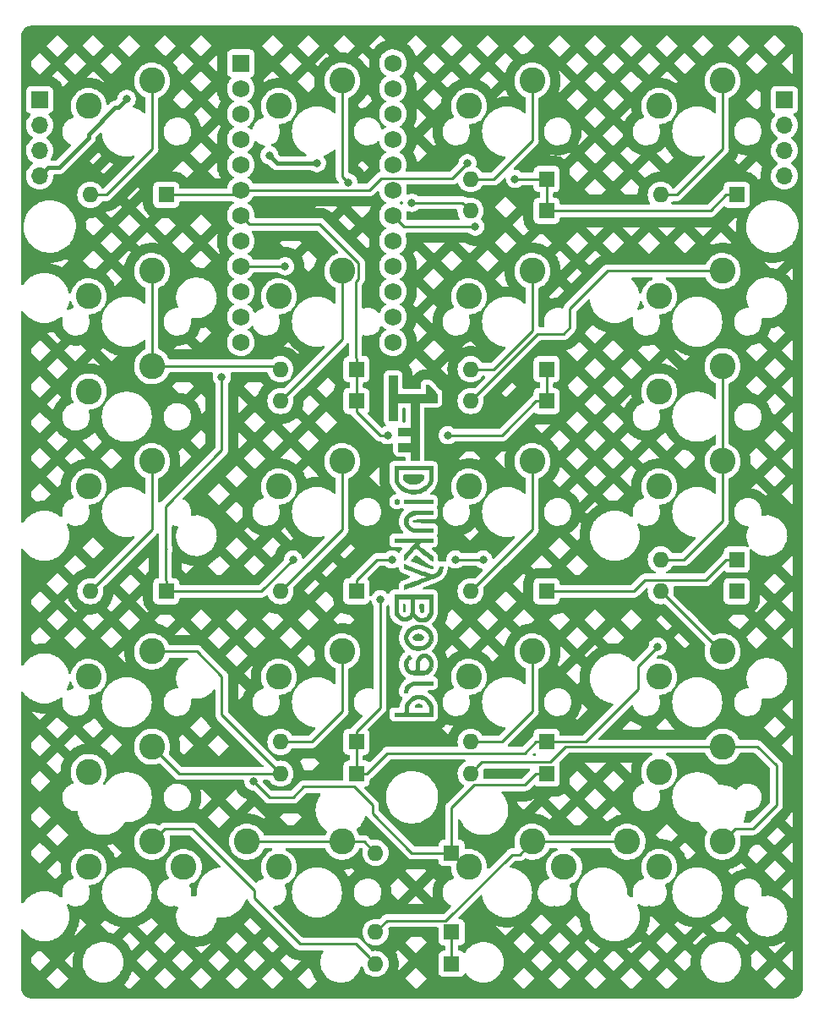
<source format=gbr>
G04 #@! TF.GenerationSoftware,KiCad,Pcbnew,(5.99.0-8711-gbabda304d9)*
G04 #@! TF.CreationDate,2021-01-31T05:22:19-06:00*
G04 #@! TF.ProjectId,65NumpadHATCHED,36354e75-6d70-4616-9448-415443484544,rev?*
G04 #@! TF.SameCoordinates,Original*
G04 #@! TF.FileFunction,Copper,L2,Bot*
G04 #@! TF.FilePolarity,Positive*
%FSLAX46Y46*%
G04 Gerber Fmt 4.6, Leading zero omitted, Abs format (unit mm)*
G04 Created by KiCad (PCBNEW (5.99.0-8711-gbabda304d9)) date 2021-01-31 05:22:19*
%MOMM*%
%LPD*%
G01*
G04 APERTURE LIST*
G04 #@! TA.AperFunction,EtchedComponent*
%ADD10C,0.010000*%
G04 #@! TD*
G04 #@! TA.AperFunction,ComponentPad*
%ADD11C,2.600000*%
G04 #@! TD*
G04 #@! TA.AperFunction,ComponentPad*
%ADD12R,1.700000X1.700000*%
G04 #@! TD*
G04 #@! TA.AperFunction,ComponentPad*
%ADD13O,1.700000X1.700000*%
G04 #@! TD*
G04 #@! TA.AperFunction,ComponentPad*
%ADD14R,1.752600X1.752600*%
G04 #@! TD*
G04 #@! TA.AperFunction,ComponentPad*
%ADD15C,1.752600*%
G04 #@! TD*
G04 #@! TA.AperFunction,ComponentPad*
%ADD16R,1.600000X1.600000*%
G04 #@! TD*
G04 #@! TA.AperFunction,ComponentPad*
%ADD17O,1.600000X1.600000*%
G04 #@! TD*
G04 #@! TA.AperFunction,ViaPad*
%ADD18C,0.800000*%
G04 #@! TD*
G04 #@! TA.AperFunction,Conductor*
%ADD19C,0.254000*%
G04 #@! TD*
G04 #@! TA.AperFunction,Conductor*
%ADD20C,0.381000*%
G04 #@! TD*
G04 APERTURE END LIST*
D10*
X366056333Y-87693500D02*
X366056333Y-83185000D01*
X366056333Y-83185000D02*
X365209666Y-83185000D01*
X365209666Y-83185000D02*
X365209666Y-87693500D01*
X365209666Y-87693500D02*
X366056333Y-87693500D01*
X366056333Y-87693500D02*
X366056333Y-87693500D01*
G36*
X366056333Y-87693500D02*
G01*
X365209666Y-87693500D01*
X365209666Y-83185000D01*
X366056333Y-83185000D01*
X366056333Y-87693500D01*
G37*
X366056333Y-87693500D02*
X365209666Y-87693500D01*
X365209666Y-83185000D01*
X366056333Y-83185000D01*
X366056333Y-87693500D01*
X367361113Y-91662250D02*
X367777640Y-91667989D01*
X367777640Y-91667989D02*
X368194166Y-91673728D01*
X368194166Y-91673728D02*
X368194166Y-85935771D01*
X368194166Y-85935771D02*
X367776125Y-85941510D01*
X367776125Y-85941510D02*
X367358083Y-85947250D01*
X367358083Y-85947250D02*
X367361113Y-91662250D01*
X367361113Y-91662250D02*
X367361113Y-91662250D01*
G36*
X368194166Y-91673728D02*
G01*
X367777640Y-91667989D01*
X367361113Y-91662250D01*
X367358083Y-85947250D01*
X367776125Y-85941510D01*
X368194166Y-85935771D01*
X368194166Y-91673728D01*
G37*
X368194166Y-91673728D02*
X367777640Y-91667989D01*
X367361113Y-91662250D01*
X367358083Y-85947250D01*
X367776125Y-85941510D01*
X368194166Y-85935771D01*
X368194166Y-91673728D01*
X365743570Y-92979875D02*
X365746035Y-93191354D01*
X365746035Y-93191354D02*
X365749266Y-93365870D01*
X365749266Y-93365870D02*
X365754122Y-93508790D01*
X365754122Y-93508790D02*
X365761459Y-93625485D01*
X365761459Y-93625485D02*
X365772135Y-93721322D01*
X365772135Y-93721322D02*
X365787009Y-93801671D01*
X365787009Y-93801671D02*
X365806936Y-93871902D01*
X365806936Y-93871902D02*
X365832776Y-93937382D01*
X365832776Y-93937382D02*
X365865385Y-94003482D01*
X365865385Y-94003482D02*
X365905620Y-94075570D01*
X365905620Y-94075570D02*
X365923481Y-94106323D01*
X365923481Y-94106323D02*
X365993699Y-94209094D01*
X365993699Y-94209094D02*
X366088167Y-94323260D01*
X366088167Y-94323260D02*
X366195735Y-94436997D01*
X366195735Y-94436997D02*
X366305253Y-94538483D01*
X366305253Y-94538483D02*
X366401411Y-94613095D01*
X366401411Y-94613095D02*
X366651616Y-94757833D01*
X366651616Y-94757833D02*
X366922203Y-94868316D01*
X366922203Y-94868316D02*
X367207555Y-94943700D01*
X367207555Y-94943700D02*
X367502057Y-94983140D01*
X367502057Y-94983140D02*
X367800093Y-94985792D01*
X367800093Y-94985792D02*
X368096049Y-94950813D01*
X368096049Y-94950813D02*
X368310715Y-94900118D01*
X368310715Y-94900118D02*
X368451812Y-94852417D01*
X368451812Y-94852417D02*
X368601503Y-94790284D01*
X368601503Y-94790284D02*
X368745657Y-94720339D01*
X368745657Y-94720339D02*
X368870142Y-94649201D01*
X368870142Y-94649201D02*
X368923827Y-94612902D01*
X368923827Y-94612902D02*
X369096406Y-94467636D01*
X369096406Y-94467636D02*
X369252873Y-94298782D01*
X369252873Y-94298782D02*
X369384534Y-94116851D01*
X369384534Y-94116851D02*
X369478129Y-93942807D01*
X369478129Y-93942807D02*
X369508120Y-93870917D01*
X369508120Y-93870917D02*
X369532336Y-93800940D01*
X369532336Y-93800940D02*
X369551380Y-93727323D01*
X369551380Y-93727323D02*
X369565854Y-93644515D01*
X369565854Y-93644515D02*
X369576363Y-93546964D01*
X369576363Y-93546964D02*
X369583509Y-93429119D01*
X369583509Y-93429119D02*
X369587895Y-93285427D01*
X369587895Y-93285427D02*
X369590125Y-93110336D01*
X369590125Y-93110336D02*
X369590799Y-92905791D01*
X369590799Y-92905791D02*
X369591166Y-92265500D01*
X369591166Y-92265500D02*
X366098666Y-92265500D01*
X366098666Y-92265500D02*
X366098666Y-92604166D01*
X366098666Y-92604166D02*
X369234016Y-92604166D01*
X369234016Y-92604166D02*
X369220750Y-93651916D01*
X369220750Y-93651916D02*
X369141200Y-93818522D01*
X369141200Y-93818522D02*
X369033127Y-93997279D01*
X369033127Y-93997279D02*
X368890521Y-94158664D01*
X368890521Y-94158664D02*
X368718428Y-94300329D01*
X368718428Y-94300329D02*
X368521891Y-94419927D01*
X368521891Y-94419927D02*
X368305956Y-94515108D01*
X368305956Y-94515108D02*
X368075667Y-94583527D01*
X368075667Y-94583527D02*
X367836070Y-94622835D01*
X367836070Y-94622835D02*
X367592208Y-94630685D01*
X367592208Y-94630685D02*
X367425893Y-94616772D01*
X367425893Y-94616772D02*
X367165517Y-94565643D01*
X367165517Y-94565643D02*
X366925786Y-94485465D01*
X366925786Y-94485465D02*
X366709765Y-94378389D01*
X366709765Y-94378389D02*
X366520517Y-94246566D01*
X366520517Y-94246566D02*
X366361107Y-94092149D01*
X366361107Y-94092149D02*
X366234597Y-93917288D01*
X366234597Y-93917288D02*
X366144053Y-93724135D01*
X366144053Y-93724135D02*
X366140596Y-93714242D01*
X366140596Y-93714242D02*
X366126942Y-93670419D01*
X366126942Y-93670419D02*
X366116577Y-93624421D01*
X366116577Y-93624421D02*
X366109061Y-93569781D01*
X366109061Y-93569781D02*
X366103953Y-93500034D01*
X366103953Y-93500034D02*
X366100814Y-93408711D01*
X366100814Y-93408711D02*
X366099202Y-93289347D01*
X366099202Y-93289347D02*
X366098679Y-93135475D01*
X366098679Y-93135475D02*
X366098666Y-93098269D01*
X366098666Y-93098269D02*
X366098666Y-92604166D01*
X366098666Y-92604166D02*
X366098666Y-92265500D01*
X366098666Y-92265500D02*
X365736273Y-92265500D01*
X365736273Y-92265500D02*
X365743570Y-92979875D01*
X365743570Y-92979875D02*
X365743570Y-92979875D01*
G36*
X369590799Y-92905791D02*
G01*
X369590125Y-93110336D01*
X369587895Y-93285427D01*
X369583509Y-93429119D01*
X369576363Y-93546964D01*
X369565854Y-93644515D01*
X369551380Y-93727323D01*
X369532336Y-93800940D01*
X369508120Y-93870917D01*
X369478129Y-93942807D01*
X369384534Y-94116851D01*
X369252873Y-94298782D01*
X369096406Y-94467636D01*
X368923827Y-94612902D01*
X368870142Y-94649201D01*
X368745657Y-94720339D01*
X368601503Y-94790284D01*
X368451812Y-94852417D01*
X368310715Y-94900118D01*
X368096049Y-94950813D01*
X367800093Y-94985792D01*
X367502057Y-94983140D01*
X367207555Y-94943700D01*
X366922203Y-94868316D01*
X366651616Y-94757833D01*
X366401411Y-94613095D01*
X366305253Y-94538483D01*
X366195735Y-94436997D01*
X366088167Y-94323260D01*
X365993699Y-94209094D01*
X365923481Y-94106323D01*
X365905620Y-94075570D01*
X365865385Y-94003482D01*
X365832776Y-93937382D01*
X365806936Y-93871902D01*
X365787009Y-93801671D01*
X365772135Y-93721322D01*
X365761459Y-93625485D01*
X365754122Y-93508790D01*
X365749266Y-93365870D01*
X365746035Y-93191354D01*
X365743570Y-92979875D01*
X365739732Y-92604166D01*
X366098666Y-92604166D01*
X366098666Y-93098269D01*
X366098679Y-93135475D01*
X366099202Y-93289347D01*
X366100814Y-93408711D01*
X366103953Y-93500034D01*
X366109061Y-93569781D01*
X366116577Y-93624421D01*
X366126942Y-93670419D01*
X366140596Y-93714242D01*
X366144053Y-93724135D01*
X366234597Y-93917288D01*
X366361107Y-94092149D01*
X366520517Y-94246566D01*
X366709765Y-94378389D01*
X366925786Y-94485465D01*
X367165517Y-94565643D01*
X367425893Y-94616772D01*
X367592208Y-94630685D01*
X367836070Y-94622835D01*
X368075667Y-94583527D01*
X368305956Y-94515108D01*
X368521891Y-94419927D01*
X368718428Y-94300329D01*
X368890521Y-94158664D01*
X369033127Y-93997279D01*
X369141200Y-93818522D01*
X369220750Y-93651916D01*
X369234016Y-92604166D01*
X366098666Y-92604166D01*
X365739732Y-92604166D01*
X365736273Y-92265500D01*
X369591166Y-92265500D01*
X369590799Y-92905791D01*
G37*
X369590799Y-92905791D02*
X369590125Y-93110336D01*
X369587895Y-93285427D01*
X369583509Y-93429119D01*
X369576363Y-93546964D01*
X369565854Y-93644515D01*
X369551380Y-93727323D01*
X369532336Y-93800940D01*
X369508120Y-93870917D01*
X369478129Y-93942807D01*
X369384534Y-94116851D01*
X369252873Y-94298782D01*
X369096406Y-94467636D01*
X368923827Y-94612902D01*
X368870142Y-94649201D01*
X368745657Y-94720339D01*
X368601503Y-94790284D01*
X368451812Y-94852417D01*
X368310715Y-94900118D01*
X368096049Y-94950813D01*
X367800093Y-94985792D01*
X367502057Y-94983140D01*
X367207555Y-94943700D01*
X366922203Y-94868316D01*
X366651616Y-94757833D01*
X366401411Y-94613095D01*
X366305253Y-94538483D01*
X366195735Y-94436997D01*
X366088167Y-94323260D01*
X365993699Y-94209094D01*
X365923481Y-94106323D01*
X365905620Y-94075570D01*
X365865385Y-94003482D01*
X365832776Y-93937382D01*
X365806936Y-93871902D01*
X365787009Y-93801671D01*
X365772135Y-93721322D01*
X365761459Y-93625485D01*
X365754122Y-93508790D01*
X365749266Y-93365870D01*
X365746035Y-93191354D01*
X365743570Y-92979875D01*
X365739732Y-92604166D01*
X366098666Y-92604166D01*
X366098666Y-93098269D01*
X366098679Y-93135475D01*
X366099202Y-93289347D01*
X366100814Y-93408711D01*
X366103953Y-93500034D01*
X366109061Y-93569781D01*
X366116577Y-93624421D01*
X366126942Y-93670419D01*
X366140596Y-93714242D01*
X366144053Y-93724135D01*
X366234597Y-93917288D01*
X366361107Y-94092149D01*
X366520517Y-94246566D01*
X366709765Y-94378389D01*
X366925786Y-94485465D01*
X367165517Y-94565643D01*
X367425893Y-94616772D01*
X367592208Y-94630685D01*
X367836070Y-94622835D01*
X368075667Y-94583527D01*
X368305956Y-94515108D01*
X368521891Y-94419927D01*
X368718428Y-94300329D01*
X368890521Y-94158664D01*
X369033127Y-93997279D01*
X369141200Y-93818522D01*
X369220750Y-93651916D01*
X369234016Y-92604166D01*
X366098666Y-92604166D01*
X365739732Y-92604166D01*
X365736273Y-92265500D01*
X369591166Y-92265500D01*
X369590799Y-92905791D01*
X366712914Y-104465919D02*
X366715572Y-104519358D01*
X366715572Y-104519358D02*
X366722608Y-104545370D01*
X366722608Y-104545370D02*
X366736149Y-104551409D01*
X366736149Y-104551409D02*
X366758327Y-104544929D01*
X366758327Y-104544929D02*
X366760125Y-104544249D01*
X366760125Y-104544249D02*
X366787123Y-104534135D01*
X366787123Y-104534135D02*
X366850652Y-104510396D01*
X366850652Y-104510396D02*
X366947580Y-104474199D01*
X366947580Y-104474199D02*
X367074772Y-104426716D01*
X367074772Y-104426716D02*
X367229098Y-104369114D01*
X367229098Y-104369114D02*
X367407422Y-104302564D01*
X367407422Y-104302564D02*
X367606614Y-104228235D01*
X367606614Y-104228235D02*
X367823540Y-104147295D01*
X367823540Y-104147295D02*
X368055066Y-104060914D01*
X368055066Y-104060914D02*
X368298061Y-103970261D01*
X368298061Y-103970261D02*
X368352916Y-103949797D01*
X368352916Y-103949797D02*
X368599840Y-103857470D01*
X368599840Y-103857470D02*
X368837250Y-103768286D01*
X368837250Y-103768286D02*
X369061856Y-103683506D01*
X369061856Y-103683506D02*
X369270369Y-103604392D01*
X369270369Y-103604392D02*
X369459498Y-103532205D01*
X369459498Y-103532205D02*
X369625954Y-103468204D01*
X369625954Y-103468204D02*
X369766447Y-103413650D01*
X369766447Y-103413650D02*
X369877688Y-103369805D01*
X369877688Y-103369805D02*
X369956386Y-103337930D01*
X369956386Y-103337930D02*
X369999253Y-103319284D01*
X369999253Y-103319284D02*
X370002813Y-103317482D01*
X370002813Y-103317482D02*
X370109274Y-103248210D01*
X370109274Y-103248210D02*
X370221685Y-103154534D01*
X370221685Y-103154534D02*
X370326090Y-103049413D01*
X370326090Y-103049413D02*
X370408532Y-102945804D01*
X370408532Y-102945804D02*
X370417066Y-102932876D01*
X370417066Y-102932876D02*
X370499747Y-102767648D01*
X370499747Y-102767648D02*
X370550272Y-102585007D01*
X370550272Y-102585007D02*
X370564833Y-102423614D01*
X370564833Y-102423614D02*
X370564833Y-102277333D01*
X370564833Y-102277333D02*
X370231854Y-102277333D01*
X370231854Y-102277333D02*
X370221312Y-102424680D01*
X370221312Y-102424680D02*
X370190354Y-102594427D01*
X370190354Y-102594427D02*
X370122757Y-102743311D01*
X370122757Y-102743311D02*
X370017628Y-102873146D01*
X370017628Y-102873146D02*
X369986724Y-102901664D01*
X369986724Y-102901664D02*
X369848597Y-103000072D01*
X369848597Y-103000072D02*
X369702305Y-103058975D01*
X369702305Y-103058975D02*
X369544327Y-103079065D01*
X369544327Y-103079065D02*
X369371143Y-103061032D01*
X369371143Y-103061032D02*
X369283824Y-103039678D01*
X369283824Y-103039678D02*
X369237426Y-103024707D01*
X369237426Y-103024707D02*
X369155392Y-102996249D01*
X369155392Y-102996249D02*
X369041695Y-102955755D01*
X369041695Y-102955755D02*
X368900310Y-102904674D01*
X368900310Y-102904674D02*
X368735212Y-102844455D01*
X368735212Y-102844455D02*
X368550375Y-102776547D01*
X368550375Y-102776547D02*
X368349773Y-102702401D01*
X368349773Y-102702401D02*
X368137382Y-102623464D01*
X368137382Y-102623464D02*
X367929583Y-102545835D01*
X367929583Y-102545835D02*
X366723083Y-102093980D01*
X366723083Y-102093980D02*
X366716928Y-102272988D01*
X366716928Y-102272988D02*
X366714906Y-102355137D01*
X366714906Y-102355137D02*
X366714841Y-102419236D01*
X366714841Y-102419236D02*
X366716684Y-102455039D01*
X366716684Y-102455039D02*
X366717825Y-102459047D01*
X366717825Y-102459047D02*
X366738390Y-102467533D01*
X366738390Y-102467533D02*
X366795105Y-102489472D01*
X366795105Y-102489472D02*
X366884450Y-102523536D01*
X366884450Y-102523536D02*
X367002907Y-102568398D01*
X367002907Y-102568398D02*
X367146955Y-102622729D01*
X367146955Y-102622729D02*
X367313076Y-102685202D01*
X367313076Y-102685202D02*
X367497750Y-102754488D01*
X367497750Y-102754488D02*
X367697458Y-102829261D01*
X367697458Y-102829261D02*
X367872718Y-102894765D01*
X367872718Y-102894765D02*
X368116499Y-102985938D01*
X368116499Y-102985938D02*
X368323309Y-103063641D01*
X368323309Y-103063641D02*
X368495914Y-103129012D01*
X368495914Y-103129012D02*
X368637077Y-103183187D01*
X368637077Y-103183187D02*
X368749561Y-103227305D01*
X368749561Y-103227305D02*
X368836129Y-103262502D01*
X368836129Y-103262502D02*
X368899545Y-103289918D01*
X368899545Y-103289918D02*
X368942573Y-103310689D01*
X368942573Y-103310689D02*
X368967977Y-103325952D01*
X368967977Y-103325952D02*
X368978519Y-103336847D01*
X368978519Y-103336847D02*
X368976963Y-103344510D01*
X368976963Y-103344510D02*
X368972488Y-103347497D01*
X368972488Y-103347497D02*
X368944075Y-103359207D01*
X368944075Y-103359207D02*
X368879730Y-103384190D01*
X368879730Y-103384190D02*
X368783223Y-103421025D01*
X368783223Y-103421025D02*
X368658323Y-103468292D01*
X368658323Y-103468292D02*
X368508800Y-103524571D01*
X368508800Y-103524571D02*
X368338425Y-103588441D01*
X368338425Y-103588441D02*
X368150967Y-103658484D01*
X368150967Y-103658484D02*
X367950197Y-103733277D01*
X367950197Y-103733277D02*
X367818460Y-103782239D01*
X367818460Y-103782239D02*
X366712503Y-104192916D01*
X366712503Y-104192916D02*
X366712501Y-104377601D01*
X366712501Y-104377601D02*
X366712914Y-104465919D01*
X366712914Y-104465919D02*
X366712914Y-104465919D01*
G36*
X367929583Y-102545835D02*
G01*
X368137382Y-102623464D01*
X368349773Y-102702401D01*
X368550375Y-102776547D01*
X368735212Y-102844455D01*
X368900310Y-102904674D01*
X369041695Y-102955755D01*
X369155392Y-102996249D01*
X369237426Y-103024707D01*
X369283824Y-103039678D01*
X369371143Y-103061032D01*
X369544327Y-103079065D01*
X369702305Y-103058975D01*
X369848597Y-103000072D01*
X369986724Y-102901664D01*
X370017628Y-102873146D01*
X370122757Y-102743311D01*
X370190354Y-102594427D01*
X370221312Y-102424680D01*
X370231854Y-102277333D01*
X370564833Y-102277333D01*
X370564833Y-102423614D01*
X370550272Y-102585007D01*
X370499747Y-102767648D01*
X370417066Y-102932876D01*
X370408532Y-102945804D01*
X370326090Y-103049413D01*
X370221685Y-103154534D01*
X370109274Y-103248210D01*
X370002813Y-103317482D01*
X369999253Y-103319284D01*
X369956386Y-103337930D01*
X369877688Y-103369805D01*
X369766447Y-103413650D01*
X369625954Y-103468204D01*
X369459498Y-103532205D01*
X369270369Y-103604392D01*
X369061856Y-103683506D01*
X368837250Y-103768286D01*
X368599840Y-103857470D01*
X368352916Y-103949797D01*
X368298061Y-103970261D01*
X368055066Y-104060914D01*
X367823540Y-104147295D01*
X367606614Y-104228235D01*
X367407422Y-104302564D01*
X367229098Y-104369114D01*
X367074772Y-104426716D01*
X366947580Y-104474199D01*
X366850652Y-104510396D01*
X366787123Y-104534135D01*
X366760125Y-104544249D01*
X366758327Y-104544929D01*
X366736149Y-104551409D01*
X366722608Y-104545370D01*
X366715572Y-104519358D01*
X366712914Y-104465919D01*
X366712501Y-104377601D01*
X366712503Y-104192916D01*
X367818460Y-103782239D01*
X367950197Y-103733277D01*
X368150967Y-103658484D01*
X368338425Y-103588441D01*
X368508800Y-103524571D01*
X368658323Y-103468292D01*
X368783223Y-103421025D01*
X368879730Y-103384190D01*
X368944075Y-103359207D01*
X368972488Y-103347497D01*
X368976963Y-103344510D01*
X368978519Y-103336847D01*
X368967977Y-103325952D01*
X368942573Y-103310689D01*
X368899545Y-103289918D01*
X368836129Y-103262502D01*
X368749561Y-103227305D01*
X368637077Y-103183187D01*
X368495914Y-103129012D01*
X368323309Y-103063641D01*
X368116499Y-102985938D01*
X367872718Y-102894765D01*
X367697458Y-102829261D01*
X367497750Y-102754488D01*
X367313076Y-102685202D01*
X367146955Y-102622729D01*
X367002907Y-102568398D01*
X366884450Y-102523536D01*
X366795105Y-102489472D01*
X366738390Y-102467533D01*
X366717825Y-102459047D01*
X366716684Y-102455039D01*
X366714841Y-102419236D01*
X366714906Y-102355137D01*
X366716928Y-102272988D01*
X366723083Y-102093980D01*
X367929583Y-102545835D01*
G37*
X367929583Y-102545835D02*
X368137382Y-102623464D01*
X368349773Y-102702401D01*
X368550375Y-102776547D01*
X368735212Y-102844455D01*
X368900310Y-102904674D01*
X369041695Y-102955755D01*
X369155392Y-102996249D01*
X369237426Y-103024707D01*
X369283824Y-103039678D01*
X369371143Y-103061032D01*
X369544327Y-103079065D01*
X369702305Y-103058975D01*
X369848597Y-103000072D01*
X369986724Y-102901664D01*
X370017628Y-102873146D01*
X370122757Y-102743311D01*
X370190354Y-102594427D01*
X370221312Y-102424680D01*
X370231854Y-102277333D01*
X370564833Y-102277333D01*
X370564833Y-102423614D01*
X370550272Y-102585007D01*
X370499747Y-102767648D01*
X370417066Y-102932876D01*
X370408532Y-102945804D01*
X370326090Y-103049413D01*
X370221685Y-103154534D01*
X370109274Y-103248210D01*
X370002813Y-103317482D01*
X369999253Y-103319284D01*
X369956386Y-103337930D01*
X369877688Y-103369805D01*
X369766447Y-103413650D01*
X369625954Y-103468204D01*
X369459498Y-103532205D01*
X369270369Y-103604392D01*
X369061856Y-103683506D01*
X368837250Y-103768286D01*
X368599840Y-103857470D01*
X368352916Y-103949797D01*
X368298061Y-103970261D01*
X368055066Y-104060914D01*
X367823540Y-104147295D01*
X367606614Y-104228235D01*
X367407422Y-104302564D01*
X367229098Y-104369114D01*
X367074772Y-104426716D01*
X366947580Y-104474199D01*
X366850652Y-104510396D01*
X366787123Y-104534135D01*
X366760125Y-104544249D01*
X366758327Y-104544929D01*
X366736149Y-104551409D01*
X366722608Y-104545370D01*
X366715572Y-104519358D01*
X366712914Y-104465919D01*
X366712501Y-104377601D01*
X366712503Y-104192916D01*
X367818460Y-103782239D01*
X367950197Y-103733277D01*
X368150967Y-103658484D01*
X368338425Y-103588441D01*
X368508800Y-103524571D01*
X368658323Y-103468292D01*
X368783223Y-103421025D01*
X368879730Y-103384190D01*
X368944075Y-103359207D01*
X368972488Y-103347497D01*
X368976963Y-103344510D01*
X368978519Y-103336847D01*
X368967977Y-103325952D01*
X368942573Y-103310689D01*
X368899545Y-103289918D01*
X368836129Y-103262502D01*
X368749561Y-103227305D01*
X368637077Y-103183187D01*
X368495914Y-103129012D01*
X368323309Y-103063641D01*
X368116499Y-102985938D01*
X367872718Y-102894765D01*
X367697458Y-102829261D01*
X367497750Y-102754488D01*
X367313076Y-102685202D01*
X367146955Y-102622729D01*
X367002907Y-102568398D01*
X366884450Y-102523536D01*
X366795105Y-102489472D01*
X366738390Y-102467533D01*
X366717825Y-102459047D01*
X366716684Y-102455039D01*
X366714841Y-102419236D01*
X366714906Y-102355137D01*
X366716928Y-102272988D01*
X366723083Y-102093980D01*
X367929583Y-102545835D01*
X370035666Y-85852000D02*
X370035666Y-84997000D01*
X370035666Y-84997000D02*
X369586525Y-84546083D01*
X369586525Y-84546083D02*
X369137383Y-84095166D01*
X369137383Y-84095166D02*
X368892666Y-84095166D01*
X368892666Y-84095166D02*
X368892666Y-85026500D01*
X368892666Y-85026500D02*
X366141000Y-85026500D01*
X366141000Y-85026500D02*
X366141000Y-85852000D01*
X366141000Y-85852000D02*
X370035666Y-85852000D01*
X370035666Y-85852000D02*
X370035666Y-85852000D01*
G36*
X369586525Y-84546083D02*
G01*
X370035666Y-84997000D01*
X370035666Y-85852000D01*
X366141000Y-85852000D01*
X366141000Y-85026500D01*
X368892666Y-85026500D01*
X368892666Y-84095166D01*
X369137383Y-84095166D01*
X369586525Y-84546083D01*
G37*
X369586525Y-84546083D02*
X370035666Y-84997000D01*
X370035666Y-85852000D01*
X366141000Y-85852000D01*
X366141000Y-85026500D01*
X368892666Y-85026500D01*
X368892666Y-84095166D01*
X369137383Y-84095166D01*
X369586525Y-84546083D01*
X369591166Y-117284500D02*
X369589441Y-116866458D01*
X369589441Y-116866458D02*
X369586343Y-116658197D01*
X369586343Y-116658197D02*
X369578905Y-116491034D01*
X369578905Y-116491034D02*
X369567065Y-116363951D01*
X369567065Y-116363951D02*
X369556541Y-116300250D01*
X369556541Y-116300250D02*
X369488478Y-116075368D01*
X369488478Y-116075368D02*
X369384327Y-115865730D01*
X369384327Y-115865730D02*
X369248298Y-115675634D01*
X369248298Y-115675634D02*
X369084600Y-115509377D01*
X369084600Y-115509377D02*
X368897443Y-115371259D01*
X368897443Y-115371259D02*
X368691037Y-115265577D01*
X368691037Y-115265577D02*
X368477351Y-115198331D01*
X368477351Y-115198331D02*
X368362584Y-115178189D01*
X368362584Y-115178189D02*
X368245397Y-115170283D01*
X368245397Y-115170283D02*
X368184886Y-115171629D01*
X368184886Y-115171629D02*
X368184886Y-115531142D01*
X368184886Y-115531142D02*
X368235127Y-115532922D01*
X368235127Y-115532922D02*
X368445867Y-115563153D01*
X368445867Y-115563153D02*
X368638084Y-115630036D01*
X368638084Y-115630036D02*
X368808970Y-115732066D01*
X368808970Y-115732066D02*
X368955718Y-115867736D01*
X368955718Y-115867736D02*
X369025658Y-115956915D01*
X369025658Y-115956915D02*
X369099255Y-116068365D01*
X369099255Y-116068365D02*
X369152846Y-116167409D01*
X369152846Y-116167409D02*
X369189527Y-116264826D01*
X369189527Y-116264826D02*
X369212394Y-116371394D01*
X369212394Y-116371394D02*
X369224544Y-116497891D01*
X369224544Y-116497891D02*
X369229072Y-116655095D01*
X369229072Y-116655095D02*
X369229166Y-116665375D01*
X369229166Y-116665375D02*
X369231333Y-116924666D01*
X369231333Y-116924666D02*
X368167708Y-116924691D01*
X368167708Y-116924691D02*
X367104083Y-116924715D01*
X367104083Y-116924715D02*
X367116925Y-116644232D01*
X367116925Y-116644232D02*
X367134350Y-116439900D01*
X367134350Y-116439900D02*
X367168415Y-116267779D01*
X367168415Y-116267779D02*
X367222454Y-116119894D01*
X367222454Y-116119894D02*
X367299799Y-115988270D01*
X367299799Y-115988270D02*
X367403784Y-115864931D01*
X367403784Y-115864931D02*
X367468909Y-115801953D01*
X367468909Y-115801953D02*
X367629525Y-115677520D01*
X367629525Y-115677520D02*
X367798578Y-115592247D01*
X367798578Y-115592247D02*
X367981791Y-115544124D01*
X367981791Y-115544124D02*
X368184886Y-115531142D01*
X368184886Y-115531142D02*
X368184886Y-115171629D01*
X368184886Y-115171629D02*
X368106755Y-115173367D01*
X368106755Y-115173367D02*
X368100862Y-115173682D01*
X368100862Y-115173682D02*
X367872700Y-115201415D01*
X367872700Y-115201415D02*
X367666676Y-115260427D01*
X367666676Y-115260427D02*
X367476150Y-115353724D01*
X367476150Y-115353724D02*
X367294477Y-115484313D01*
X367294477Y-115484313D02*
X367176511Y-115592081D01*
X367176511Y-115592081D02*
X367018361Y-115777139D01*
X367018361Y-115777139D02*
X366896991Y-115982938D01*
X366896991Y-115982938D02*
X366812686Y-116208765D01*
X366812686Y-116208765D02*
X366765731Y-116453904D01*
X366765731Y-116453904D02*
X366755200Y-116645599D01*
X366755200Y-116645599D02*
X366755665Y-116731722D01*
X366755665Y-116731722D02*
X366754186Y-116798112D01*
X366754186Y-116798112D02*
X366745915Y-116847322D01*
X366745915Y-116847322D02*
X366726001Y-116881904D01*
X366726001Y-116881904D02*
X366689594Y-116904411D01*
X366689594Y-116904411D02*
X366631844Y-116917395D01*
X366631844Y-116917395D02*
X366547902Y-116923408D01*
X366547902Y-116923408D02*
X366432918Y-116925002D01*
X366432918Y-116925002D02*
X366282041Y-116924730D01*
X366282041Y-116924730D02*
X366224921Y-116924666D01*
X366224921Y-116924666D02*
X365738833Y-116924666D01*
X365738833Y-116924666D02*
X365738833Y-117284500D01*
X365738833Y-117284500D02*
X369591166Y-117284500D01*
X369591166Y-117284500D02*
X369591166Y-117284500D01*
G36*
X368362584Y-115178189D02*
G01*
X368477351Y-115198331D01*
X368691037Y-115265577D01*
X368897443Y-115371259D01*
X369084600Y-115509377D01*
X369248298Y-115675634D01*
X369384327Y-115865730D01*
X369488478Y-116075368D01*
X369556541Y-116300250D01*
X369567065Y-116363951D01*
X369578905Y-116491034D01*
X369586343Y-116658197D01*
X369589441Y-116866458D01*
X369591166Y-117284500D01*
X365738833Y-117284500D01*
X365738833Y-116924666D01*
X366224921Y-116924666D01*
X366282041Y-116924730D01*
X366432918Y-116925002D01*
X366453621Y-116924715D01*
X367104083Y-116924715D01*
X368167708Y-116924691D01*
X369231333Y-116924666D01*
X369229166Y-116665375D01*
X369229072Y-116655095D01*
X369224544Y-116497891D01*
X369212394Y-116371394D01*
X369189527Y-116264826D01*
X369152846Y-116167409D01*
X369099255Y-116068365D01*
X369025658Y-115956915D01*
X368955718Y-115867736D01*
X368808970Y-115732066D01*
X368638084Y-115630036D01*
X368445867Y-115563153D01*
X368235127Y-115532922D01*
X368184886Y-115531142D01*
X367981791Y-115544124D01*
X367798578Y-115592247D01*
X367629525Y-115677520D01*
X367468909Y-115801953D01*
X367403784Y-115864931D01*
X367299799Y-115988270D01*
X367222454Y-116119894D01*
X367168415Y-116267779D01*
X367134350Y-116439900D01*
X367116925Y-116644232D01*
X367104083Y-116924715D01*
X366453621Y-116924715D01*
X366547902Y-116923408D01*
X366631844Y-116917395D01*
X366689594Y-116904411D01*
X366726001Y-116881904D01*
X366745915Y-116847322D01*
X366754186Y-116798112D01*
X366755665Y-116731722D01*
X366755200Y-116645599D01*
X366765731Y-116453904D01*
X366812686Y-116208765D01*
X366896991Y-115982938D01*
X367018361Y-115777139D01*
X367176511Y-115592081D01*
X367294477Y-115484313D01*
X367476150Y-115353724D01*
X367666676Y-115260427D01*
X367872700Y-115201415D01*
X368100862Y-115173682D01*
X368106755Y-115173367D01*
X368184886Y-115171629D01*
X368245397Y-115170283D01*
X368362584Y-115178189D01*
G37*
X368362584Y-115178189D02*
X368477351Y-115198331D01*
X368691037Y-115265577D01*
X368897443Y-115371259D01*
X369084600Y-115509377D01*
X369248298Y-115675634D01*
X369384327Y-115865730D01*
X369488478Y-116075368D01*
X369556541Y-116300250D01*
X369567065Y-116363951D01*
X369578905Y-116491034D01*
X369586343Y-116658197D01*
X369589441Y-116866458D01*
X369591166Y-117284500D01*
X365738833Y-117284500D01*
X365738833Y-116924666D01*
X366224921Y-116924666D01*
X366282041Y-116924730D01*
X366432918Y-116925002D01*
X366453621Y-116924715D01*
X367104083Y-116924715D01*
X368167708Y-116924691D01*
X369231333Y-116924666D01*
X369229166Y-116665375D01*
X369229072Y-116655095D01*
X369224544Y-116497891D01*
X369212394Y-116371394D01*
X369189527Y-116264826D01*
X369152846Y-116167409D01*
X369099255Y-116068365D01*
X369025658Y-115956915D01*
X368955718Y-115867736D01*
X368808970Y-115732066D01*
X368638084Y-115630036D01*
X368445867Y-115563153D01*
X368235127Y-115532922D01*
X368184886Y-115531142D01*
X367981791Y-115544124D01*
X367798578Y-115592247D01*
X367629525Y-115677520D01*
X367468909Y-115801953D01*
X367403784Y-115864931D01*
X367299799Y-115988270D01*
X367222454Y-116119894D01*
X367168415Y-116267779D01*
X367134350Y-116439900D01*
X367116925Y-116644232D01*
X367104083Y-116924715D01*
X366453621Y-116924715D01*
X366547902Y-116923408D01*
X366631844Y-116917395D01*
X366689594Y-116904411D01*
X366726001Y-116881904D01*
X366745915Y-116847322D01*
X366754186Y-116798112D01*
X366755665Y-116731722D01*
X366755200Y-116645599D01*
X366765731Y-116453904D01*
X366812686Y-116208765D01*
X366896991Y-115982938D01*
X367018361Y-115777139D01*
X367176511Y-115592081D01*
X367294477Y-115484313D01*
X367476150Y-115353724D01*
X367666676Y-115260427D01*
X367872700Y-115201415D01*
X368100862Y-115173682D01*
X368106755Y-115173367D01*
X368184886Y-115171629D01*
X368245397Y-115170283D01*
X368362584Y-115178189D01*
X366707208Y-90757720D02*
X367273416Y-90752083D01*
X367273416Y-90752083D02*
X367279155Y-90334041D01*
X367279155Y-90334041D02*
X367284894Y-89916000D01*
X367284894Y-89916000D02*
X366141000Y-89916000D01*
X366141000Y-89916000D02*
X366141000Y-90763358D01*
X366141000Y-90763358D02*
X366707208Y-90757720D01*
X366707208Y-90757720D02*
X366707208Y-90757720D01*
G36*
X367279155Y-90334041D02*
G01*
X367273416Y-90752083D01*
X366707208Y-90757720D01*
X366141000Y-90763358D01*
X366141000Y-89916000D01*
X367284894Y-89916000D01*
X367279155Y-90334041D01*
G37*
X367279155Y-90334041D02*
X367273416Y-90752083D01*
X366707208Y-90757720D01*
X366141000Y-90763358D01*
X366141000Y-89916000D01*
X367284894Y-89916000D01*
X367279155Y-90334041D01*
X366723316Y-112242188D02*
X366762514Y-112431386D01*
X366762514Y-112431386D02*
X366835055Y-112610530D01*
X366835055Y-112610530D02*
X366941532Y-112773804D01*
X366941532Y-112773804D02*
X366991215Y-112830689D01*
X366991215Y-112830689D02*
X367060534Y-112901112D01*
X367060534Y-112901112D02*
X367125898Y-112958868D01*
X367125898Y-112958868D02*
X367192373Y-113005200D01*
X367192373Y-113005200D02*
X367265029Y-113041356D01*
X367265029Y-113041356D02*
X367348934Y-113068579D01*
X367348934Y-113068579D02*
X367449154Y-113088116D01*
X367449154Y-113088116D02*
X367570760Y-113101212D01*
X367570760Y-113101212D02*
X367718818Y-113109112D01*
X367718818Y-113109112D02*
X367898397Y-113113062D01*
X367898397Y-113113062D02*
X368114565Y-113114307D01*
X368114565Y-113114307D02*
X368145499Y-113114336D01*
X368145499Y-113114336D02*
X368364953Y-113113728D01*
X368364953Y-113113728D02*
X368547099Y-113110904D01*
X368547099Y-113110904D02*
X368696951Y-113104751D01*
X368696951Y-113104751D02*
X368819520Y-113094152D01*
X368819520Y-113094152D02*
X368919819Y-113077994D01*
X368919819Y-113077994D02*
X369002859Y-113055162D01*
X369002859Y-113055162D02*
X369073653Y-113024541D01*
X369073653Y-113024541D02*
X369137213Y-112985017D01*
X369137213Y-112985017D02*
X369198550Y-112935474D01*
X369198550Y-112935474D02*
X369262678Y-112874798D01*
X369262678Y-112874798D02*
X369274198Y-112863316D01*
X369274198Y-112863316D02*
X369400856Y-112707224D01*
X369400856Y-112707224D02*
X369495985Y-112527273D01*
X369495985Y-112527273D02*
X369557949Y-112329578D01*
X369557949Y-112329578D02*
X369585112Y-112120254D01*
X369585112Y-112120254D02*
X369575837Y-111905417D01*
X369575837Y-111905417D02*
X369558006Y-111802333D01*
X369558006Y-111802333D02*
X369500284Y-111615360D01*
X369500284Y-111615360D02*
X369414716Y-111448247D01*
X369414716Y-111448247D02*
X369305505Y-111304355D01*
X369305505Y-111304355D02*
X369176855Y-111187042D01*
X369176855Y-111187042D02*
X369032972Y-111099667D01*
X369032972Y-111099667D02*
X368878059Y-111045589D01*
X368878059Y-111045589D02*
X368716320Y-111028168D01*
X368716320Y-111028168D02*
X368699672Y-111029798D01*
X368699672Y-111029798D02*
X368699672Y-111377455D01*
X368699672Y-111377455D02*
X368814491Y-111391613D01*
X368814491Y-111391613D02*
X368922436Y-111439704D01*
X368922436Y-111439704D02*
X369019652Y-111517531D01*
X369019652Y-111517531D02*
X369102281Y-111620900D01*
X369102281Y-111620900D02*
X369166466Y-111745614D01*
X369166466Y-111745614D02*
X369208351Y-111887477D01*
X369208351Y-111887477D02*
X369224080Y-112042293D01*
X369224080Y-112042293D02*
X369222697Y-112098666D01*
X369222697Y-112098666D02*
X369212599Y-112194230D01*
X369212599Y-112194230D02*
X369195121Y-112288988D01*
X369195121Y-112288988D02*
X369175269Y-112358716D01*
X369175269Y-112358716D02*
X369115654Y-112479149D01*
X369115654Y-112479149D02*
X369035683Y-112588030D01*
X369035683Y-112588030D02*
X368945067Y-112673353D01*
X368945067Y-112673353D02*
X368894629Y-112705670D01*
X368894629Y-112705670D02*
X368853548Y-112725444D01*
X368853548Y-112725444D02*
X368812456Y-112739104D01*
X368812456Y-112739104D02*
X368762497Y-112747763D01*
X368762497Y-112747763D02*
X368694819Y-112752532D01*
X368694819Y-112752532D02*
X368600566Y-112754525D01*
X368600566Y-112754525D02*
X368503045Y-112754868D01*
X368503045Y-112754868D02*
X368204750Y-112754902D01*
X368204750Y-112754902D02*
X368217581Y-112315659D01*
X368217581Y-112315659D02*
X368222485Y-112179383D01*
X368222485Y-112179383D02*
X368228726Y-112053932D01*
X368228726Y-112053932D02*
X368235795Y-111946794D01*
X368235795Y-111946794D02*
X368243184Y-111865457D01*
X368243184Y-111865457D02*
X368250382Y-111817409D01*
X368250382Y-111817409D02*
X368251800Y-111812314D01*
X368251800Y-111812314D02*
X368305967Y-111687649D01*
X368305967Y-111687649D02*
X368378767Y-111573841D01*
X368378767Y-111573841D02*
X368462790Y-111480115D01*
X368462790Y-111480115D02*
X368550624Y-111415697D01*
X368550624Y-111415697D02*
X368581836Y-111401426D01*
X368581836Y-111401426D02*
X368699672Y-111377455D01*
X368699672Y-111377455D02*
X368699672Y-111029798D01*
X368699672Y-111029798D02*
X368603008Y-111039264D01*
X368603008Y-111039264D02*
X368428355Y-111092548D01*
X368428355Y-111092548D02*
X368269743Y-111183123D01*
X368269743Y-111183123D02*
X368131676Y-111307551D01*
X368131676Y-111307551D02*
X368018658Y-111462391D01*
X368018658Y-111462391D02*
X367996460Y-111502366D01*
X367996460Y-111502366D02*
X367949630Y-111598684D01*
X367949630Y-111598684D02*
X367914123Y-111691486D01*
X367914123Y-111691486D02*
X367888499Y-111788961D01*
X367888499Y-111788961D02*
X367871317Y-111899298D01*
X367871317Y-111899298D02*
X367861135Y-112030687D01*
X367861135Y-112030687D02*
X367856514Y-112191316D01*
X367856514Y-112191316D02*
X367855812Y-112301761D01*
X367855812Y-112301761D02*
X367855348Y-112451096D01*
X367855348Y-112451096D02*
X367852563Y-112563381D01*
X367852563Y-112563381D02*
X367844953Y-112643897D01*
X367844953Y-112643897D02*
X367830014Y-112697927D01*
X367830014Y-112697927D02*
X367805241Y-112730754D01*
X367805241Y-112730754D02*
X367768131Y-112747659D01*
X367768131Y-112747659D02*
X367716180Y-112753924D01*
X367716180Y-112753924D02*
X367646884Y-112754833D01*
X367646884Y-112754833D02*
X367641030Y-112754833D01*
X367641030Y-112754833D02*
X367490198Y-112735860D01*
X367490198Y-112735860D02*
X367358394Y-112681239D01*
X367358394Y-112681239D02*
X367248401Y-112594414D01*
X367248401Y-112594414D02*
X367163005Y-112478829D01*
X367163005Y-112478829D02*
X367104989Y-112337929D01*
X367104989Y-112337929D02*
X367077138Y-112175158D01*
X367077138Y-112175158D02*
X367076676Y-112056677D01*
X367076676Y-112056677D02*
X367102435Y-111887627D01*
X367102435Y-111887627D02*
X367160616Y-111741367D01*
X367160616Y-111741367D02*
X367254211Y-111612706D01*
X367254211Y-111612706D02*
X367386213Y-111496450D01*
X367386213Y-111496450D02*
X367408979Y-111480132D01*
X367408979Y-111480132D02*
X367459876Y-111444514D01*
X367459876Y-111444514D02*
X367378475Y-111326324D01*
X367378475Y-111326324D02*
X367322911Y-111247393D01*
X367322911Y-111247393D02*
X367282906Y-111199820D01*
X367282906Y-111199820D02*
X367250406Y-111179826D01*
X367250406Y-111179826D02*
X367217358Y-111183631D01*
X367217358Y-111183631D02*
X367175709Y-111207458D01*
X367175709Y-111207458D02*
X367155148Y-111221532D01*
X367155148Y-111221532D02*
X367006731Y-111348929D01*
X367006731Y-111348929D02*
X366888102Y-111501164D01*
X366888102Y-111501164D02*
X366799853Y-111672423D01*
X366799853Y-111672423D02*
X366742578Y-111856891D01*
X366742578Y-111856891D02*
X366716868Y-112048751D01*
X366716868Y-112048751D02*
X366723316Y-112242188D01*
X366723316Y-112242188D02*
X366723316Y-112242188D01*
G36*
X368878059Y-111045589D02*
G01*
X369032972Y-111099667D01*
X369176855Y-111187042D01*
X369305505Y-111304355D01*
X369414716Y-111448247D01*
X369500284Y-111615360D01*
X369558006Y-111802333D01*
X369575837Y-111905417D01*
X369585112Y-112120254D01*
X369557949Y-112329578D01*
X369495985Y-112527273D01*
X369400856Y-112707224D01*
X369274198Y-112863316D01*
X369262678Y-112874798D01*
X369198550Y-112935474D01*
X369137213Y-112985017D01*
X369073653Y-113024541D01*
X369002859Y-113055162D01*
X368919819Y-113077994D01*
X368819520Y-113094152D01*
X368696951Y-113104751D01*
X368547099Y-113110904D01*
X368364953Y-113113728D01*
X368145499Y-113114336D01*
X368114565Y-113114307D01*
X367898397Y-113113062D01*
X367718818Y-113109112D01*
X367570760Y-113101212D01*
X367449154Y-113088116D01*
X367348934Y-113068579D01*
X367265029Y-113041356D01*
X367192373Y-113005200D01*
X367125898Y-112958868D01*
X367060534Y-112901112D01*
X366991215Y-112830689D01*
X366941532Y-112773804D01*
X366929205Y-112754902D01*
X368204750Y-112754902D01*
X368503045Y-112754868D01*
X368600566Y-112754525D01*
X368694819Y-112752532D01*
X368762497Y-112747763D01*
X368812456Y-112739104D01*
X368853548Y-112725444D01*
X368894629Y-112705670D01*
X368945067Y-112673353D01*
X369035683Y-112588030D01*
X369115654Y-112479149D01*
X369175269Y-112358716D01*
X369195121Y-112288988D01*
X369212599Y-112194230D01*
X369222697Y-112098666D01*
X369224080Y-112042293D01*
X369208351Y-111887477D01*
X369166466Y-111745614D01*
X369102281Y-111620900D01*
X369019652Y-111517531D01*
X368922436Y-111439704D01*
X368814491Y-111391613D01*
X368699672Y-111377455D01*
X368581836Y-111401426D01*
X368550624Y-111415697D01*
X368462790Y-111480115D01*
X368378767Y-111573841D01*
X368305967Y-111687649D01*
X368251800Y-111812314D01*
X368250382Y-111817409D01*
X368243184Y-111865457D01*
X368235795Y-111946794D01*
X368228726Y-112053932D01*
X368222485Y-112179383D01*
X368217581Y-112315659D01*
X368204750Y-112754902D01*
X366929205Y-112754902D01*
X366835055Y-112610530D01*
X366762514Y-112431386D01*
X366723316Y-112242188D01*
X366716868Y-112048751D01*
X366742578Y-111856891D01*
X366799853Y-111672423D01*
X366888102Y-111501164D01*
X367006731Y-111348929D01*
X367155148Y-111221532D01*
X367175709Y-111207458D01*
X367217358Y-111183631D01*
X367250406Y-111179826D01*
X367282906Y-111199820D01*
X367322911Y-111247393D01*
X367378475Y-111326324D01*
X367459876Y-111444514D01*
X367408979Y-111480132D01*
X367386213Y-111496450D01*
X367254211Y-111612706D01*
X367160616Y-111741367D01*
X367102435Y-111887627D01*
X367076676Y-112056677D01*
X367077138Y-112175158D01*
X367104989Y-112337929D01*
X367163005Y-112478829D01*
X367248401Y-112594414D01*
X367358394Y-112681239D01*
X367490198Y-112735860D01*
X367641030Y-112754833D01*
X367646884Y-112754833D01*
X367716180Y-112753924D01*
X367768131Y-112747659D01*
X367805241Y-112730754D01*
X367830014Y-112697927D01*
X367844953Y-112643897D01*
X367852563Y-112563381D01*
X367855348Y-112451096D01*
X367855812Y-112301761D01*
X367856514Y-112191316D01*
X367861135Y-112030687D01*
X367871317Y-111899298D01*
X367888499Y-111788961D01*
X367914123Y-111691486D01*
X367949630Y-111598684D01*
X367996460Y-111502366D01*
X368018658Y-111462391D01*
X368131676Y-111307551D01*
X368269743Y-111183123D01*
X368428355Y-111092548D01*
X368603008Y-111039264D01*
X368699672Y-111029798D01*
X368716320Y-111028168D01*
X368878059Y-111045589D01*
G37*
X368878059Y-111045589D02*
X369032972Y-111099667D01*
X369176855Y-111187042D01*
X369305505Y-111304355D01*
X369414716Y-111448247D01*
X369500284Y-111615360D01*
X369558006Y-111802333D01*
X369575837Y-111905417D01*
X369585112Y-112120254D01*
X369557949Y-112329578D01*
X369495985Y-112527273D01*
X369400856Y-112707224D01*
X369274198Y-112863316D01*
X369262678Y-112874798D01*
X369198550Y-112935474D01*
X369137213Y-112985017D01*
X369073653Y-113024541D01*
X369002859Y-113055162D01*
X368919819Y-113077994D01*
X368819520Y-113094152D01*
X368696951Y-113104751D01*
X368547099Y-113110904D01*
X368364953Y-113113728D01*
X368145499Y-113114336D01*
X368114565Y-113114307D01*
X367898397Y-113113062D01*
X367718818Y-113109112D01*
X367570760Y-113101212D01*
X367449154Y-113088116D01*
X367348934Y-113068579D01*
X367265029Y-113041356D01*
X367192373Y-113005200D01*
X367125898Y-112958868D01*
X367060534Y-112901112D01*
X366991215Y-112830689D01*
X366941532Y-112773804D01*
X366929205Y-112754902D01*
X368204750Y-112754902D01*
X368503045Y-112754868D01*
X368600566Y-112754525D01*
X368694819Y-112752532D01*
X368762497Y-112747763D01*
X368812456Y-112739104D01*
X368853548Y-112725444D01*
X368894629Y-112705670D01*
X368945067Y-112673353D01*
X369035683Y-112588030D01*
X369115654Y-112479149D01*
X369175269Y-112358716D01*
X369195121Y-112288988D01*
X369212599Y-112194230D01*
X369222697Y-112098666D01*
X369224080Y-112042293D01*
X369208351Y-111887477D01*
X369166466Y-111745614D01*
X369102281Y-111620900D01*
X369019652Y-111517531D01*
X368922436Y-111439704D01*
X368814491Y-111391613D01*
X368699672Y-111377455D01*
X368581836Y-111401426D01*
X368550624Y-111415697D01*
X368462790Y-111480115D01*
X368378767Y-111573841D01*
X368305967Y-111687649D01*
X368251800Y-111812314D01*
X368250382Y-111817409D01*
X368243184Y-111865457D01*
X368235795Y-111946794D01*
X368228726Y-112053932D01*
X368222485Y-112179383D01*
X368217581Y-112315659D01*
X368204750Y-112754902D01*
X366929205Y-112754902D01*
X366835055Y-112610530D01*
X366762514Y-112431386D01*
X366723316Y-112242188D01*
X366716868Y-112048751D01*
X366742578Y-111856891D01*
X366799853Y-111672423D01*
X366888102Y-111501164D01*
X367006731Y-111348929D01*
X367155148Y-111221532D01*
X367175709Y-111207458D01*
X367217358Y-111183631D01*
X367250406Y-111179826D01*
X367282906Y-111199820D01*
X367322911Y-111247393D01*
X367378475Y-111326324D01*
X367459876Y-111444514D01*
X367408979Y-111480132D01*
X367386213Y-111496450D01*
X367254211Y-111612706D01*
X367160616Y-111741367D01*
X367102435Y-111887627D01*
X367076676Y-112056677D01*
X367077138Y-112175158D01*
X367104989Y-112337929D01*
X367163005Y-112478829D01*
X367248401Y-112594414D01*
X367358394Y-112681239D01*
X367490198Y-112735860D01*
X367641030Y-112754833D01*
X367646884Y-112754833D01*
X367716180Y-112753924D01*
X367768131Y-112747659D01*
X367805241Y-112730754D01*
X367830014Y-112697927D01*
X367844953Y-112643897D01*
X367852563Y-112563381D01*
X367855348Y-112451096D01*
X367855812Y-112301761D01*
X367856514Y-112191316D01*
X367861135Y-112030687D01*
X367871317Y-111899298D01*
X367888499Y-111788961D01*
X367914123Y-111691486D01*
X367949630Y-111598684D01*
X367996460Y-111502366D01*
X368018658Y-111462391D01*
X368131676Y-111307551D01*
X368269743Y-111183123D01*
X368428355Y-111092548D01*
X368603008Y-111039264D01*
X368699672Y-111029798D01*
X368716320Y-111028168D01*
X368878059Y-111045589D01*
X369591166Y-95990833D02*
X369591166Y-95631000D01*
X369591166Y-95631000D02*
X366712500Y-95631000D01*
X366712500Y-95631000D02*
X366712500Y-95990833D01*
X366712500Y-95990833D02*
X369591166Y-95990833D01*
X369591166Y-95990833D02*
X369591166Y-95990833D01*
G36*
X369591166Y-95990833D02*
G01*
X366712500Y-95990833D01*
X366712500Y-95631000D01*
X369591166Y-95631000D01*
X369591166Y-95990833D01*
G37*
X369591166Y-95990833D02*
X366712500Y-95990833D01*
X366712500Y-95631000D01*
X369591166Y-95631000D01*
X369591166Y-95990833D01*
X366797166Y-99885500D02*
X367004341Y-99885717D01*
X367004341Y-99885717D02*
X367198101Y-99886341D01*
X367198101Y-99886341D02*
X367374438Y-99887328D01*
X367374438Y-99887328D02*
X367529345Y-99888637D01*
X367529345Y-99888637D02*
X367658815Y-99890225D01*
X367658815Y-99890225D02*
X367758839Y-99892050D01*
X367758839Y-99892050D02*
X367825410Y-99894068D01*
X367825410Y-99894068D02*
X367854520Y-99896238D01*
X367854520Y-99896238D02*
X367855500Y-99896722D01*
X367855500Y-99896722D02*
X367841612Y-99914206D01*
X367841612Y-99914206D02*
X367801990Y-99959351D01*
X367801990Y-99959351D02*
X367739692Y-100028787D01*
X367739692Y-100028787D02*
X367657777Y-100119144D01*
X367657777Y-100119144D02*
X367559305Y-100227051D01*
X367559305Y-100227051D02*
X367447336Y-100349138D01*
X367447336Y-100349138D02*
X367324928Y-100482033D01*
X367324928Y-100482033D02*
X367284000Y-100526350D01*
X367284000Y-100526350D02*
X366712500Y-101144755D01*
X366712500Y-101144755D02*
X366712500Y-101405891D01*
X366712500Y-101405891D02*
X366713834Y-101504609D01*
X366713834Y-101504609D02*
X366717477Y-101585060D01*
X366717477Y-101585060D02*
X366722887Y-101639468D01*
X366722887Y-101639468D02*
X366729523Y-101660054D01*
X366729523Y-101660054D02*
X366730187Y-101659972D01*
X366730187Y-101659972D02*
X366747951Y-101643099D01*
X366747951Y-101643099D02*
X366790599Y-101598252D01*
X366790599Y-101598252D02*
X366854822Y-101529037D01*
X366854822Y-101529037D02*
X366937313Y-101439062D01*
X366937313Y-101439062D02*
X367034763Y-101331933D01*
X367034763Y-101331933D02*
X367143864Y-101211257D01*
X367143864Y-101211257D02*
X367251120Y-101092000D01*
X367251120Y-101092000D02*
X367370294Y-100959303D01*
X367370294Y-100959303D02*
X367482753Y-100834337D01*
X367482753Y-100834337D02*
X367584816Y-100721176D01*
X367584816Y-100721176D02*
X367672798Y-100623892D01*
X367672798Y-100623892D02*
X367743019Y-100546557D01*
X367743019Y-100546557D02*
X367791796Y-100493245D01*
X367791796Y-100493245D02*
X367813577Y-100469929D01*
X367813577Y-100469929D02*
X367872788Y-100408776D01*
X367872788Y-100408776D02*
X367941345Y-100486858D01*
X367941345Y-100486858D02*
X367967986Y-100511169D01*
X367967986Y-100511169D02*
X368023268Y-100557021D01*
X368023268Y-100557021D02*
X368103207Y-100621348D01*
X368103207Y-100621348D02*
X368203819Y-100701085D01*
X368203819Y-100701085D02*
X368321118Y-100793168D01*
X368321118Y-100793168D02*
X368451121Y-100894532D01*
X368451121Y-100894532D02*
X368589843Y-101002111D01*
X368589843Y-101002111D02*
X368733299Y-101112841D01*
X368733299Y-101112841D02*
X368877505Y-101223656D01*
X368877505Y-101223656D02*
X369018476Y-101331492D01*
X369018476Y-101331492D02*
X369152229Y-101433284D01*
X369152229Y-101433284D02*
X369274777Y-101525967D01*
X369274777Y-101525967D02*
X369382137Y-101606476D01*
X369382137Y-101606476D02*
X369470325Y-101671745D01*
X369470325Y-101671745D02*
X369535356Y-101718711D01*
X369535356Y-101718711D02*
X369573245Y-101744307D01*
X369573245Y-101744307D02*
X369581068Y-101748166D01*
X369581068Y-101748166D02*
X369585242Y-101728459D01*
X369585242Y-101728459D02*
X369587598Y-101675117D01*
X369587598Y-101675117D02*
X369587923Y-101596808D01*
X369587923Y-101596808D02*
X369586591Y-101522409D01*
X369586591Y-101522409D02*
X369580583Y-101296652D01*
X369580583Y-101296652D02*
X368892666Y-100770927D01*
X368892666Y-100770927D02*
X368708918Y-100630225D01*
X368708918Y-100630225D02*
X368556327Y-100512663D01*
X368556327Y-100512663D02*
X368432174Y-100415991D01*
X368432174Y-100415991D02*
X368333743Y-100337956D01*
X368333743Y-100337956D02*
X368258317Y-100276309D01*
X368258317Y-100276309D02*
X368203179Y-100228797D01*
X368203179Y-100228797D02*
X368165612Y-100193170D01*
X368165612Y-100193170D02*
X368142898Y-100167177D01*
X368142898Y-100167177D02*
X368132321Y-100148566D01*
X368132321Y-100148566D02*
X368130666Y-100139586D01*
X368130666Y-100139586D02*
X368143224Y-100116324D01*
X368143224Y-100116324D02*
X368176321Y-100070284D01*
X368176321Y-100070284D02*
X368223091Y-100010953D01*
X368223091Y-100010953D02*
X368228509Y-100004348D01*
X368228509Y-100004348D02*
X368326351Y-99885500D01*
X368326351Y-99885500D02*
X369591166Y-99885500D01*
X369591166Y-99885500D02*
X369591166Y-99525666D01*
X369591166Y-99525666D02*
X365738833Y-99525666D01*
X365738833Y-99525666D02*
X365738833Y-99885500D01*
X365738833Y-99885500D02*
X366797166Y-99885500D01*
X366797166Y-99885500D02*
X366797166Y-99885500D01*
G36*
X369591166Y-99885500D02*
G01*
X368326351Y-99885500D01*
X368228509Y-100004348D01*
X368223091Y-100010953D01*
X368176321Y-100070284D01*
X368143224Y-100116324D01*
X368130666Y-100139586D01*
X368132321Y-100148566D01*
X368142898Y-100167177D01*
X368165612Y-100193170D01*
X368203179Y-100228797D01*
X368258317Y-100276309D01*
X368333743Y-100337956D01*
X368432174Y-100415991D01*
X368556327Y-100512663D01*
X368708918Y-100630225D01*
X368892666Y-100770927D01*
X369580583Y-101296652D01*
X369586591Y-101522409D01*
X369587923Y-101596808D01*
X369587598Y-101675117D01*
X369585242Y-101728459D01*
X369581068Y-101748166D01*
X369573245Y-101744307D01*
X369535356Y-101718711D01*
X369470325Y-101671745D01*
X369382137Y-101606476D01*
X369274777Y-101525967D01*
X369152229Y-101433284D01*
X369018476Y-101331492D01*
X368877505Y-101223656D01*
X368733299Y-101112841D01*
X368589843Y-101002111D01*
X368451121Y-100894532D01*
X368321118Y-100793168D01*
X368203819Y-100701085D01*
X368103207Y-100621348D01*
X368023268Y-100557021D01*
X367967986Y-100511169D01*
X367941345Y-100486858D01*
X367872788Y-100408776D01*
X367813577Y-100469929D01*
X367791796Y-100493245D01*
X367743019Y-100546557D01*
X367672798Y-100623892D01*
X367584816Y-100721176D01*
X367482753Y-100834337D01*
X367370294Y-100959303D01*
X367251120Y-101092000D01*
X367143864Y-101211257D01*
X367034763Y-101331933D01*
X366937313Y-101439062D01*
X366854822Y-101529037D01*
X366790599Y-101598252D01*
X366747951Y-101643099D01*
X366730187Y-101659972D01*
X366729523Y-101660054D01*
X366722887Y-101639468D01*
X366717477Y-101585060D01*
X366713834Y-101504609D01*
X366712500Y-101405891D01*
X366712500Y-101144755D01*
X367284000Y-100526350D01*
X367324928Y-100482033D01*
X367447336Y-100349138D01*
X367559305Y-100227051D01*
X367657777Y-100119144D01*
X367739692Y-100028787D01*
X367801990Y-99959351D01*
X367841612Y-99914206D01*
X367855500Y-99896722D01*
X367854520Y-99896238D01*
X367825410Y-99894068D01*
X367758839Y-99892050D01*
X367658815Y-99890225D01*
X367529345Y-99888637D01*
X367374438Y-99887328D01*
X367198101Y-99886341D01*
X367004341Y-99885717D01*
X366797166Y-99885500D01*
X365738833Y-99885500D01*
X365738833Y-99525666D01*
X369591166Y-99525666D01*
X369591166Y-99885500D01*
G37*
X369591166Y-99885500D02*
X368326351Y-99885500D01*
X368228509Y-100004348D01*
X368223091Y-100010953D01*
X368176321Y-100070284D01*
X368143224Y-100116324D01*
X368130666Y-100139586D01*
X368132321Y-100148566D01*
X368142898Y-100167177D01*
X368165612Y-100193170D01*
X368203179Y-100228797D01*
X368258317Y-100276309D01*
X368333743Y-100337956D01*
X368432174Y-100415991D01*
X368556327Y-100512663D01*
X368708918Y-100630225D01*
X368892666Y-100770927D01*
X369580583Y-101296652D01*
X369586591Y-101522409D01*
X369587923Y-101596808D01*
X369587598Y-101675117D01*
X369585242Y-101728459D01*
X369581068Y-101748166D01*
X369573245Y-101744307D01*
X369535356Y-101718711D01*
X369470325Y-101671745D01*
X369382137Y-101606476D01*
X369274777Y-101525967D01*
X369152229Y-101433284D01*
X369018476Y-101331492D01*
X368877505Y-101223656D01*
X368733299Y-101112841D01*
X368589843Y-101002111D01*
X368451121Y-100894532D01*
X368321118Y-100793168D01*
X368203819Y-100701085D01*
X368103207Y-100621348D01*
X368023268Y-100557021D01*
X367967986Y-100511169D01*
X367941345Y-100486858D01*
X367872788Y-100408776D01*
X367813577Y-100469929D01*
X367791796Y-100493245D01*
X367743019Y-100546557D01*
X367672798Y-100623892D01*
X367584816Y-100721176D01*
X367482753Y-100834337D01*
X367370294Y-100959303D01*
X367251120Y-101092000D01*
X367143864Y-101211257D01*
X367034763Y-101331933D01*
X366937313Y-101439062D01*
X366854822Y-101529037D01*
X366790599Y-101598252D01*
X366747951Y-101643099D01*
X366730187Y-101659972D01*
X366729523Y-101660054D01*
X366722887Y-101639468D01*
X366717477Y-101585060D01*
X366713834Y-101504609D01*
X366712500Y-101405891D01*
X366712500Y-101144755D01*
X367284000Y-100526350D01*
X367324928Y-100482033D01*
X367447336Y-100349138D01*
X367559305Y-100227051D01*
X367657777Y-100119144D01*
X367739692Y-100028787D01*
X367801990Y-99959351D01*
X367841612Y-99914206D01*
X367855500Y-99896722D01*
X367854520Y-99896238D01*
X367825410Y-99894068D01*
X367758839Y-99892050D01*
X367658815Y-99890225D01*
X367529345Y-99888637D01*
X367374438Y-99887328D01*
X367198101Y-99886341D01*
X367004341Y-99885717D01*
X366797166Y-99885500D01*
X365738833Y-99885500D01*
X365738833Y-99525666D01*
X369591166Y-99525666D01*
X369591166Y-99885500D01*
X365739084Y-106007958D02*
X365739339Y-106237920D01*
X365739339Y-106237920D02*
X365740226Y-106430023D01*
X365740226Y-106430023D02*
X365742142Y-106588742D01*
X365742142Y-106588742D02*
X365745485Y-106718552D01*
X365745485Y-106718552D02*
X365750652Y-106823925D01*
X365750652Y-106823925D02*
X365758042Y-106909338D01*
X365758042Y-106909338D02*
X365768052Y-106979262D01*
X365768052Y-106979262D02*
X365781080Y-107038174D01*
X365781080Y-107038174D02*
X365797523Y-107090547D01*
X365797523Y-107090547D02*
X365817780Y-107140856D01*
X365817780Y-107140856D02*
X365842248Y-107193575D01*
X365842248Y-107193575D02*
X365844976Y-107199223D01*
X365844976Y-107199223D02*
X365905931Y-107298226D01*
X365905931Y-107298226D02*
X365992397Y-107403906D01*
X365992397Y-107403906D02*
X366092407Y-107503255D01*
X366092407Y-107503255D02*
X366193992Y-107583265D01*
X366193992Y-107583265D02*
X366204798Y-107590358D01*
X366204798Y-107590358D02*
X366371491Y-107673297D01*
X366371491Y-107673297D02*
X366556520Y-107723272D01*
X366556520Y-107723272D02*
X366750209Y-107739055D01*
X366750209Y-107739055D02*
X366942879Y-107719419D01*
X366942879Y-107719419D02*
X367036235Y-107695803D01*
X367036235Y-107695803D02*
X367149544Y-107651045D01*
X367149544Y-107651045D02*
X367266189Y-107588514D01*
X367266189Y-107588514D02*
X367373376Y-107516328D01*
X367373376Y-107516328D02*
X367458313Y-107442607D01*
X367458313Y-107442607D02*
X367486843Y-107409823D01*
X367486843Y-107409823D02*
X367540466Y-107339519D01*
X367540466Y-107339519D02*
X367694334Y-107495903D01*
X367694334Y-107495903D02*
X367860696Y-107637419D01*
X367860696Y-107637419D02*
X368042232Y-107742066D01*
X368042232Y-107742066D02*
X368234370Y-107809462D01*
X368234370Y-107809462D02*
X368432539Y-107839226D01*
X368432539Y-107839226D02*
X368632168Y-107830975D01*
X368632168Y-107830975D02*
X368828685Y-107784329D01*
X368828685Y-107784329D02*
X369017519Y-107698906D01*
X369017519Y-107698906D02*
X369141494Y-107616737D01*
X369141494Y-107616737D02*
X369302760Y-107468555D01*
X369302760Y-107468555D02*
X369430772Y-107295828D01*
X369430772Y-107295828D02*
X369523118Y-107102429D01*
X369523118Y-107102429D02*
X369571416Y-106926531D01*
X369571416Y-106926531D02*
X369575789Y-106882489D01*
X369575789Y-106882489D02*
X369579826Y-106801371D01*
X369579826Y-106801371D02*
X369583417Y-106688435D01*
X369583417Y-106688435D02*
X369586454Y-106548937D01*
X369586454Y-106548937D02*
X369588826Y-106388133D01*
X369588826Y-106388133D02*
X369590424Y-106211282D01*
X369590424Y-106211282D02*
X369591138Y-106023640D01*
X369591138Y-106023640D02*
X369591166Y-105978610D01*
X369591166Y-105978610D02*
X369591166Y-105134833D01*
X369591166Y-105134833D02*
X367739083Y-105134833D01*
X367739083Y-105134833D02*
X367739083Y-105494620D01*
X367739083Y-105494620D02*
X369255575Y-105494666D01*
X369255575Y-105494666D02*
X369248116Y-106187875D01*
X369248116Y-106187875D02*
X369245946Y-106378485D01*
X369245946Y-106378485D02*
X369243744Y-106531824D01*
X369243744Y-106531824D02*
X369241166Y-106652954D01*
X369241166Y-106652954D02*
X369237864Y-106746936D01*
X369237864Y-106746936D02*
X369233494Y-106818831D01*
X369233494Y-106818831D02*
X369227710Y-106873699D01*
X369227710Y-106873699D02*
X369220166Y-106916604D01*
X369220166Y-106916604D02*
X369210516Y-106952605D01*
X369210516Y-106952605D02*
X369198415Y-106986765D01*
X369198415Y-106986765D02*
X369192524Y-107001767D01*
X369192524Y-107001767D02*
X369113801Y-107145785D01*
X369113801Y-107145785D02*
X369002800Y-107273164D01*
X369002800Y-107273164D02*
X368869093Y-107373636D01*
X368869093Y-107373636D02*
X368822495Y-107398710D01*
X368822495Y-107398710D02*
X368656670Y-107457796D01*
X368656670Y-107457796D02*
X368489509Y-107476918D01*
X368489509Y-107476918D02*
X368326237Y-107457935D01*
X368326237Y-107457935D02*
X368172081Y-107402704D01*
X368172081Y-107402704D02*
X368032269Y-107313084D01*
X368032269Y-107313084D02*
X367912028Y-107190931D01*
X367912028Y-107190931D02*
X367818394Y-107041811D01*
X367818394Y-107041811D02*
X367760250Y-106923416D01*
X367760250Y-106923416D02*
X367749666Y-106209018D01*
X367749666Y-106209018D02*
X367739083Y-105494620D01*
X367739083Y-105494620D02*
X367739083Y-105134833D01*
X367739083Y-105134833D02*
X366722031Y-105134833D01*
X366722031Y-105134833D02*
X366722031Y-105494666D01*
X366722031Y-105494666D02*
X366901791Y-105494838D01*
X366901791Y-105494838D02*
X367043842Y-105495529D01*
X367043842Y-105495529D02*
X367152807Y-105497005D01*
X367152807Y-105497005D02*
X367233309Y-105499531D01*
X367233309Y-105499531D02*
X367289970Y-105503373D01*
X367289970Y-105503373D02*
X367327415Y-105508796D01*
X367327415Y-105508796D02*
X367350267Y-105516064D01*
X367350267Y-105516064D02*
X367363148Y-105525443D01*
X367363148Y-105525443D02*
X367367724Y-105531708D01*
X367367724Y-105531708D02*
X367374871Y-105566090D01*
X367374871Y-105566090D02*
X367380225Y-105642158D01*
X367380225Y-105642158D02*
X367383771Y-105759301D01*
X367383771Y-105759301D02*
X367385494Y-105916908D01*
X367385494Y-105916908D02*
X367385378Y-106114368D01*
X367385378Y-106114368D02*
X367384651Y-106224916D01*
X367384651Y-106224916D02*
X367383037Y-106409245D01*
X367383037Y-106409245D02*
X367381313Y-106556406D01*
X367381313Y-106556406D02*
X367379104Y-106671564D01*
X367379104Y-106671564D02*
X367376035Y-106759884D01*
X367376035Y-106759884D02*
X367371730Y-106826530D01*
X367371730Y-106826530D02*
X367365813Y-106876668D01*
X367365813Y-106876668D02*
X367357909Y-106915461D01*
X367357909Y-106915461D02*
X367347642Y-106948075D01*
X367347642Y-106948075D02*
X367334637Y-106979674D01*
X367334637Y-106979674D02*
X367328835Y-106992634D01*
X367328835Y-106992634D02*
X367266904Y-107094386D01*
X367266904Y-107094386D02*
X367179139Y-107193190D01*
X367179139Y-107193190D02*
X367077811Y-107277558D01*
X367077811Y-107277558D02*
X366975194Y-107336003D01*
X366975194Y-107336003D02*
X366952897Y-107344504D01*
X366952897Y-107344504D02*
X366794671Y-107377404D01*
X366794671Y-107377404D02*
X366638227Y-107370904D01*
X366638227Y-107370904D02*
X366489910Y-107327692D01*
X366489910Y-107327692D02*
X366356064Y-107250453D01*
X366356064Y-107250453D02*
X366243035Y-107141875D01*
X366243035Y-107141875D02*
X366158873Y-107008275D01*
X366158873Y-107008275D02*
X366098700Y-106881083D01*
X366098700Y-106881083D02*
X366098683Y-106187875D01*
X366098683Y-106187875D02*
X366098666Y-105494666D01*
X366098666Y-105494666D02*
X366722031Y-105494666D01*
X366722031Y-105494666D02*
X366722031Y-105134833D01*
X366722031Y-105134833D02*
X365738833Y-105134833D01*
X365738833Y-105134833D02*
X365739084Y-106007958D01*
X365739084Y-106007958D02*
X365739084Y-106007958D01*
G36*
X369591166Y-105978610D02*
G01*
X369591138Y-106023640D01*
X369590424Y-106211282D01*
X369588826Y-106388133D01*
X369586454Y-106548937D01*
X369583417Y-106688435D01*
X369579826Y-106801371D01*
X369575789Y-106882489D01*
X369571416Y-106926531D01*
X369523118Y-107102429D01*
X369430772Y-107295828D01*
X369302760Y-107468555D01*
X369141494Y-107616737D01*
X369017519Y-107698906D01*
X368828685Y-107784329D01*
X368632168Y-107830975D01*
X368432539Y-107839226D01*
X368234370Y-107809462D01*
X368042232Y-107742066D01*
X367860696Y-107637419D01*
X367694334Y-107495903D01*
X367540466Y-107339519D01*
X367486843Y-107409823D01*
X367458313Y-107442607D01*
X367373376Y-107516328D01*
X367266189Y-107588514D01*
X367149544Y-107651045D01*
X367036235Y-107695803D01*
X366942879Y-107719419D01*
X366750209Y-107739055D01*
X366556520Y-107723272D01*
X366371491Y-107673297D01*
X366204798Y-107590358D01*
X366193992Y-107583265D01*
X366092407Y-107503255D01*
X365992397Y-107403906D01*
X365905931Y-107298226D01*
X365844976Y-107199223D01*
X365842248Y-107193575D01*
X365817780Y-107140856D01*
X365797523Y-107090547D01*
X365781080Y-107038174D01*
X365768052Y-106979262D01*
X365758042Y-106909338D01*
X365750652Y-106823925D01*
X365745485Y-106718552D01*
X365742142Y-106588742D01*
X365740226Y-106430023D01*
X365739339Y-106237920D01*
X365739084Y-106007958D01*
X365738936Y-105494666D01*
X366098666Y-105494666D01*
X366098683Y-106187875D01*
X366098700Y-106881083D01*
X366158873Y-107008275D01*
X366243035Y-107141875D01*
X366356064Y-107250453D01*
X366489910Y-107327692D01*
X366638227Y-107370904D01*
X366794671Y-107377404D01*
X366952897Y-107344504D01*
X366975194Y-107336003D01*
X367077811Y-107277558D01*
X367179139Y-107193190D01*
X367266904Y-107094386D01*
X367328835Y-106992634D01*
X367334637Y-106979674D01*
X367347642Y-106948075D01*
X367357909Y-106915461D01*
X367365813Y-106876668D01*
X367371730Y-106826530D01*
X367376035Y-106759884D01*
X367379104Y-106671564D01*
X367381313Y-106556406D01*
X367383037Y-106409245D01*
X367384651Y-106224916D01*
X367385378Y-106114368D01*
X367385494Y-105916908D01*
X367383771Y-105759301D01*
X367380225Y-105642158D01*
X367374871Y-105566090D01*
X367367724Y-105531708D01*
X367363148Y-105525443D01*
X367350267Y-105516064D01*
X367327415Y-105508796D01*
X367289970Y-105503373D01*
X367233309Y-105499531D01*
X367152807Y-105497005D01*
X367043842Y-105495529D01*
X366901791Y-105494838D01*
X366722031Y-105494666D01*
X366098666Y-105494666D01*
X365738936Y-105494666D01*
X365738936Y-105494620D01*
X367739083Y-105494620D01*
X367749666Y-106209018D01*
X367760250Y-106923416D01*
X367818394Y-107041811D01*
X367912028Y-107190931D01*
X368032269Y-107313084D01*
X368172081Y-107402704D01*
X368326237Y-107457935D01*
X368489509Y-107476918D01*
X368656670Y-107457796D01*
X368822495Y-107398710D01*
X368869093Y-107373636D01*
X369002800Y-107273164D01*
X369113801Y-107145785D01*
X369192524Y-107001767D01*
X369198415Y-106986765D01*
X369210516Y-106952605D01*
X369220166Y-106916604D01*
X369227710Y-106873699D01*
X369233494Y-106818831D01*
X369237864Y-106746936D01*
X369241166Y-106652954D01*
X369243744Y-106531824D01*
X369245946Y-106378485D01*
X369248116Y-106187875D01*
X369255575Y-105494666D01*
X367739083Y-105494620D01*
X365738936Y-105494620D01*
X365738833Y-105134833D01*
X369591166Y-105134833D01*
X369591166Y-105978610D01*
G37*
X369591166Y-105978610D02*
X369591138Y-106023640D01*
X369590424Y-106211282D01*
X369588826Y-106388133D01*
X369586454Y-106548937D01*
X369583417Y-106688435D01*
X369579826Y-106801371D01*
X369575789Y-106882489D01*
X369571416Y-106926531D01*
X369523118Y-107102429D01*
X369430772Y-107295828D01*
X369302760Y-107468555D01*
X369141494Y-107616737D01*
X369017519Y-107698906D01*
X368828685Y-107784329D01*
X368632168Y-107830975D01*
X368432539Y-107839226D01*
X368234370Y-107809462D01*
X368042232Y-107742066D01*
X367860696Y-107637419D01*
X367694334Y-107495903D01*
X367540466Y-107339519D01*
X367486843Y-107409823D01*
X367458313Y-107442607D01*
X367373376Y-107516328D01*
X367266189Y-107588514D01*
X367149544Y-107651045D01*
X367036235Y-107695803D01*
X366942879Y-107719419D01*
X366750209Y-107739055D01*
X366556520Y-107723272D01*
X366371491Y-107673297D01*
X366204798Y-107590358D01*
X366193992Y-107583265D01*
X366092407Y-107503255D01*
X365992397Y-107403906D01*
X365905931Y-107298226D01*
X365844976Y-107199223D01*
X365842248Y-107193575D01*
X365817780Y-107140856D01*
X365797523Y-107090547D01*
X365781080Y-107038174D01*
X365768052Y-106979262D01*
X365758042Y-106909338D01*
X365750652Y-106823925D01*
X365745485Y-106718552D01*
X365742142Y-106588742D01*
X365740226Y-106430023D01*
X365739339Y-106237920D01*
X365739084Y-106007958D01*
X365738936Y-105494666D01*
X366098666Y-105494666D01*
X366098683Y-106187875D01*
X366098700Y-106881083D01*
X366158873Y-107008275D01*
X366243035Y-107141875D01*
X366356064Y-107250453D01*
X366489910Y-107327692D01*
X366638227Y-107370904D01*
X366794671Y-107377404D01*
X366952897Y-107344504D01*
X366975194Y-107336003D01*
X367077811Y-107277558D01*
X367179139Y-107193190D01*
X367266904Y-107094386D01*
X367328835Y-106992634D01*
X367334637Y-106979674D01*
X367347642Y-106948075D01*
X367357909Y-106915461D01*
X367365813Y-106876668D01*
X367371730Y-106826530D01*
X367376035Y-106759884D01*
X367379104Y-106671564D01*
X367381313Y-106556406D01*
X367383037Y-106409245D01*
X367384651Y-106224916D01*
X367385378Y-106114368D01*
X367385494Y-105916908D01*
X367383771Y-105759301D01*
X367380225Y-105642158D01*
X367374871Y-105566090D01*
X367367724Y-105531708D01*
X367363148Y-105525443D01*
X367350267Y-105516064D01*
X367327415Y-105508796D01*
X367289970Y-105503373D01*
X367233309Y-105499531D01*
X367152807Y-105497005D01*
X367043842Y-105495529D01*
X366901791Y-105494838D01*
X366722031Y-105494666D01*
X366098666Y-105494666D01*
X365738936Y-105494666D01*
X365738936Y-105494620D01*
X367739083Y-105494620D01*
X367749666Y-106209018D01*
X367760250Y-106923416D01*
X367818394Y-107041811D01*
X367912028Y-107190931D01*
X368032269Y-107313084D01*
X368172081Y-107402704D01*
X368326237Y-107457935D01*
X368489509Y-107476918D01*
X368656670Y-107457796D01*
X368822495Y-107398710D01*
X368869093Y-107373636D01*
X369002800Y-107273164D01*
X369113801Y-107145785D01*
X369192524Y-107001767D01*
X369198415Y-106986765D01*
X369210516Y-106952605D01*
X369220166Y-106916604D01*
X369227710Y-106873699D01*
X369233494Y-106818831D01*
X369237864Y-106746936D01*
X369241166Y-106652954D01*
X369243744Y-106531824D01*
X369245946Y-106378485D01*
X369248116Y-106187875D01*
X369255575Y-105494666D01*
X367739083Y-105494620D01*
X365738936Y-105494620D01*
X365738833Y-105134833D01*
X369591166Y-105134833D01*
X369591166Y-105978610D01*
X367284000Y-89217500D02*
X367284000Y-88392000D01*
X367284000Y-88392000D02*
X366141000Y-88392000D01*
X366141000Y-88392000D02*
X366141000Y-89217500D01*
X366141000Y-89217500D02*
X367284000Y-89217500D01*
X367284000Y-89217500D02*
X367284000Y-89217500D01*
G36*
X367284000Y-89217500D02*
G01*
X366141000Y-89217500D01*
X366141000Y-88392000D01*
X367284000Y-88392000D01*
X367284000Y-89217500D01*
G37*
X367284000Y-89217500D02*
X366141000Y-89217500D01*
X366141000Y-88392000D01*
X367284000Y-88392000D01*
X367284000Y-89217500D01*
X366722678Y-109543962D02*
X366765729Y-109748953D01*
X366765729Y-109748953D02*
X366845971Y-109941556D01*
X366845971Y-109941556D02*
X366961052Y-110118625D01*
X366961052Y-110118625D02*
X367108624Y-110277017D01*
X367108624Y-110277017D02*
X367286336Y-110413587D01*
X367286336Y-110413587D02*
X367491836Y-110525193D01*
X367491836Y-110525193D02*
X367661472Y-110590200D01*
X367661472Y-110590200D02*
X367811344Y-110626494D01*
X367811344Y-110626494D02*
X367985216Y-110649441D01*
X367985216Y-110649441D02*
X368166582Y-110658006D01*
X368166582Y-110658006D02*
X368338938Y-110651153D01*
X368338938Y-110651153D02*
X368434027Y-110638708D01*
X368434027Y-110638708D02*
X368664499Y-110580005D01*
X368664499Y-110580005D02*
X368875828Y-110490619D01*
X368875828Y-110490619D02*
X369065244Y-110373989D01*
X369065244Y-110373989D02*
X369229977Y-110233554D01*
X369229977Y-110233554D02*
X369367256Y-110072756D01*
X369367256Y-110072756D02*
X369474311Y-109895033D01*
X369474311Y-109895033D02*
X369548372Y-109703827D01*
X369548372Y-109703827D02*
X369586667Y-109502576D01*
X369586667Y-109502576D02*
X369586428Y-109294721D01*
X369586428Y-109294721D02*
X369576553Y-109220000D01*
X369576553Y-109220000D02*
X369522062Y-109019452D01*
X369522062Y-109019452D02*
X369429424Y-108829616D01*
X369429424Y-108829616D02*
X369302419Y-108655350D01*
X369302419Y-108655350D02*
X369144827Y-108501507D01*
X369144827Y-108501507D02*
X368960427Y-108372946D01*
X368960427Y-108372946D02*
X368885872Y-108332613D01*
X368885872Y-108332613D02*
X368677554Y-108243678D01*
X368677554Y-108243678D02*
X368469341Y-108188479D01*
X368469341Y-108188479D02*
X368247230Y-108163754D01*
X368247230Y-108163754D02*
X368151833Y-108161666D01*
X368151833Y-108161666D02*
X368127058Y-108163442D01*
X368127058Y-108163442D02*
X368127058Y-108509183D01*
X368127058Y-108509183D02*
X368350501Y-108527709D01*
X368350501Y-108527709D02*
X368359160Y-108529233D01*
X368359160Y-108529233D02*
X368561465Y-108582081D01*
X368561465Y-108582081D02*
X368741510Y-108661912D01*
X368741510Y-108661912D02*
X368896908Y-108765110D01*
X368896908Y-108765110D02*
X369025270Y-108888058D01*
X369025270Y-108888058D02*
X369124209Y-109027140D01*
X369124209Y-109027140D02*
X369191338Y-109178739D01*
X369191338Y-109178739D02*
X369224268Y-109339238D01*
X369224268Y-109339238D02*
X369220613Y-109505021D01*
X369220613Y-109505021D02*
X369177983Y-109672471D01*
X369177983Y-109672471D02*
X369153010Y-109731666D01*
X369153010Y-109731666D02*
X369054536Y-109893446D01*
X369054536Y-109893446D02*
X368923575Y-110031873D01*
X368923575Y-110031873D02*
X368764460Y-110144482D01*
X368764460Y-110144482D02*
X368581524Y-110228810D01*
X368581524Y-110228810D02*
X368379101Y-110282391D01*
X368379101Y-110282391D02*
X368161523Y-110302763D01*
X368161523Y-110302763D02*
X368148547Y-110302873D01*
X368148547Y-110302873D02*
X367923317Y-110285376D01*
X367923317Y-110285376D02*
X367714685Y-110232038D01*
X367714685Y-110232038D02*
X367526251Y-110144307D01*
X367526251Y-110144307D02*
X367361616Y-110023631D01*
X367361616Y-110023631D02*
X367297879Y-109960724D01*
X367297879Y-109960724D02*
X367178237Y-109804868D01*
X367178237Y-109804868D02*
X367099638Y-109642282D01*
X367099638Y-109642282D02*
X367061966Y-109476127D01*
X367061966Y-109476127D02*
X367065101Y-109309566D01*
X367065101Y-109309566D02*
X367108927Y-109145762D01*
X367108927Y-109145762D02*
X367193326Y-108987878D01*
X367193326Y-108987878D02*
X367318181Y-108839075D01*
X367318181Y-108839075D02*
X367340378Y-108817746D01*
X367340378Y-108817746D02*
X367511542Y-108685879D01*
X367511542Y-108685879D02*
X367702857Y-108589604D01*
X367702857Y-108589604D02*
X367909603Y-108530260D01*
X367909603Y-108530260D02*
X368127058Y-108509183D01*
X368127058Y-108509183D02*
X368127058Y-108163442D01*
X368127058Y-108163442D02*
X367891098Y-108180361D01*
X367891098Y-108180361D02*
X367647699Y-108235864D01*
X367647699Y-108235864D02*
X367423897Y-108327301D01*
X367423897Y-108327301D02*
X367221954Y-108453801D01*
X367221954Y-108453801D02*
X367083449Y-108573884D01*
X367083449Y-108573884D02*
X366939985Y-108735249D01*
X366939985Y-108735249D02*
X366834935Y-108899375D01*
X366834935Y-108899375D02*
X366764652Y-109073826D01*
X366764652Y-109073826D02*
X366725490Y-109266169D01*
X366725490Y-109266169D02*
X366719168Y-109329725D01*
X366719168Y-109329725D02*
X366722678Y-109543962D01*
X366722678Y-109543962D02*
X366722678Y-109543962D01*
G36*
X368247230Y-108163754D02*
G01*
X368469341Y-108188479D01*
X368677554Y-108243678D01*
X368885872Y-108332613D01*
X368960427Y-108372946D01*
X369144827Y-108501507D01*
X369302419Y-108655350D01*
X369429424Y-108829616D01*
X369522062Y-109019452D01*
X369576553Y-109220000D01*
X369586428Y-109294721D01*
X369586667Y-109502576D01*
X369548372Y-109703827D01*
X369474311Y-109895033D01*
X369367256Y-110072756D01*
X369229977Y-110233554D01*
X369065244Y-110373989D01*
X368875828Y-110490619D01*
X368664499Y-110580005D01*
X368434027Y-110638708D01*
X368338938Y-110651153D01*
X368166582Y-110658006D01*
X367985216Y-110649441D01*
X367811344Y-110626494D01*
X367661472Y-110590200D01*
X367491836Y-110525193D01*
X367286336Y-110413587D01*
X367108624Y-110277017D01*
X366961052Y-110118625D01*
X366845971Y-109941556D01*
X366765729Y-109748953D01*
X366722678Y-109543962D01*
X366721567Y-109476127D01*
X367061966Y-109476127D01*
X367099638Y-109642282D01*
X367178237Y-109804868D01*
X367297879Y-109960724D01*
X367361616Y-110023631D01*
X367526251Y-110144307D01*
X367714685Y-110232038D01*
X367923317Y-110285376D01*
X368148547Y-110302873D01*
X368161523Y-110302763D01*
X368379101Y-110282391D01*
X368581524Y-110228810D01*
X368764460Y-110144482D01*
X368923575Y-110031873D01*
X369054536Y-109893446D01*
X369153010Y-109731666D01*
X369177983Y-109672471D01*
X369220613Y-109505021D01*
X369224268Y-109339238D01*
X369191338Y-109178739D01*
X369124209Y-109027140D01*
X369025270Y-108888058D01*
X368896908Y-108765110D01*
X368741510Y-108661912D01*
X368561465Y-108582081D01*
X368359160Y-108529233D01*
X368350501Y-108527709D01*
X368127058Y-108509183D01*
X367909603Y-108530260D01*
X367702857Y-108589604D01*
X367511542Y-108685879D01*
X367340378Y-108817746D01*
X367318181Y-108839075D01*
X367193326Y-108987878D01*
X367108927Y-109145762D01*
X367065101Y-109309566D01*
X367061966Y-109476127D01*
X366721567Y-109476127D01*
X366719168Y-109329725D01*
X366725490Y-109266169D01*
X366764652Y-109073826D01*
X366834935Y-108899375D01*
X366939985Y-108735249D01*
X367083449Y-108573884D01*
X367221954Y-108453801D01*
X367423897Y-108327301D01*
X367647699Y-108235864D01*
X367891098Y-108180361D01*
X368127058Y-108163442D01*
X368151833Y-108161666D01*
X368247230Y-108163754D01*
G37*
X368247230Y-108163754D02*
X368469341Y-108188479D01*
X368677554Y-108243678D01*
X368885872Y-108332613D01*
X368960427Y-108372946D01*
X369144827Y-108501507D01*
X369302419Y-108655350D01*
X369429424Y-108829616D01*
X369522062Y-109019452D01*
X369576553Y-109220000D01*
X369586428Y-109294721D01*
X369586667Y-109502576D01*
X369548372Y-109703827D01*
X369474311Y-109895033D01*
X369367256Y-110072756D01*
X369229977Y-110233554D01*
X369065244Y-110373989D01*
X368875828Y-110490619D01*
X368664499Y-110580005D01*
X368434027Y-110638708D01*
X368338938Y-110651153D01*
X368166582Y-110658006D01*
X367985216Y-110649441D01*
X367811344Y-110626494D01*
X367661472Y-110590200D01*
X367491836Y-110525193D01*
X367286336Y-110413587D01*
X367108624Y-110277017D01*
X366961052Y-110118625D01*
X366845971Y-109941556D01*
X366765729Y-109748953D01*
X366722678Y-109543962D01*
X366721567Y-109476127D01*
X367061966Y-109476127D01*
X367099638Y-109642282D01*
X367178237Y-109804868D01*
X367297879Y-109960724D01*
X367361616Y-110023631D01*
X367526251Y-110144307D01*
X367714685Y-110232038D01*
X367923317Y-110285376D01*
X368148547Y-110302873D01*
X368161523Y-110302763D01*
X368379101Y-110282391D01*
X368581524Y-110228810D01*
X368764460Y-110144482D01*
X368923575Y-110031873D01*
X369054536Y-109893446D01*
X369153010Y-109731666D01*
X369177983Y-109672471D01*
X369220613Y-109505021D01*
X369224268Y-109339238D01*
X369191338Y-109178739D01*
X369124209Y-109027140D01*
X369025270Y-108888058D01*
X368896908Y-108765110D01*
X368741510Y-108661912D01*
X368561465Y-108582081D01*
X368359160Y-108529233D01*
X368350501Y-108527709D01*
X368127058Y-108509183D01*
X367909603Y-108530260D01*
X367702857Y-108589604D01*
X367511542Y-108685879D01*
X367340378Y-108817746D01*
X367318181Y-108839075D01*
X367193326Y-108987878D01*
X367108927Y-109145762D01*
X367065101Y-109309566D01*
X367061966Y-109476127D01*
X366721567Y-109476127D01*
X366719168Y-109329725D01*
X366725490Y-109266169D01*
X366764652Y-109073826D01*
X366834935Y-108899375D01*
X366939985Y-108735249D01*
X367083449Y-108573884D01*
X367221954Y-108453801D01*
X367423897Y-108327301D01*
X367647699Y-108235864D01*
X367891098Y-108180361D01*
X368127058Y-108163442D01*
X368151833Y-108161666D01*
X368247230Y-108163754D01*
X365757329Y-95896349D02*
X365809337Y-95978040D01*
X365809337Y-95978040D02*
X365889639Y-96032352D01*
X365889639Y-96032352D02*
X365993017Y-96054141D01*
X365993017Y-96054141D02*
X366004482Y-96054333D01*
X366004482Y-96054333D02*
X366066411Y-96045128D01*
X366066411Y-96045128D02*
X366121827Y-96011805D01*
X366121827Y-96011805D02*
X366153700Y-95982366D01*
X366153700Y-95982366D02*
X366198889Y-95930830D01*
X366198889Y-95930830D02*
X366219992Y-95882300D01*
X366219992Y-95882300D02*
X366225621Y-95815586D01*
X366225621Y-95815586D02*
X366225666Y-95805304D01*
X366225666Y-95805304D02*
X366215766Y-95713334D01*
X366215766Y-95713334D02*
X366183855Y-95647080D01*
X366183855Y-95647080D02*
X366182370Y-95645166D01*
X366182370Y-95645166D02*
X366114459Y-95588425D01*
X366114459Y-95588425D02*
X366032723Y-95563442D01*
X366032723Y-95563442D02*
X365946383Y-95567156D01*
X365946383Y-95567156D02*
X365864659Y-95596506D01*
X365864659Y-95596506D02*
X365796769Y-95648431D01*
X365796769Y-95648431D02*
X365751933Y-95719871D01*
X365751933Y-95719871D02*
X365738833Y-95792425D01*
X365738833Y-95792425D02*
X365757329Y-95896349D01*
X365757329Y-95896349D02*
X365757329Y-95896349D01*
G36*
X366114459Y-95588425D02*
G01*
X366182370Y-95645166D01*
X366183855Y-95647080D01*
X366215766Y-95713334D01*
X366225666Y-95805304D01*
X366225621Y-95815586D01*
X366219992Y-95882300D01*
X366198889Y-95930830D01*
X366153700Y-95982366D01*
X366121827Y-96011805D01*
X366066411Y-96045128D01*
X366004482Y-96054333D01*
X365993017Y-96054141D01*
X365889639Y-96032352D01*
X365809337Y-95978040D01*
X365757329Y-95896349D01*
X365738833Y-95792425D01*
X365751933Y-95719871D01*
X365796769Y-95648431D01*
X365864659Y-95596506D01*
X365946383Y-95567156D01*
X366032723Y-95563442D01*
X366114459Y-95588425D01*
G37*
X366114459Y-95588425D02*
X366182370Y-95645166D01*
X366183855Y-95647080D01*
X366215766Y-95713334D01*
X366225666Y-95805304D01*
X366225621Y-95815586D01*
X366219992Y-95882300D01*
X366198889Y-95930830D01*
X366153700Y-95982366D01*
X366121827Y-96011805D01*
X366066411Y-96045128D01*
X366004482Y-96054333D01*
X365993017Y-96054141D01*
X365889639Y-96032352D01*
X365809337Y-95978040D01*
X365757329Y-95896349D01*
X365738833Y-95792425D01*
X365751933Y-95719871D01*
X365796769Y-95648431D01*
X365864659Y-95596506D01*
X365946383Y-95567156D01*
X366032723Y-95563442D01*
X366114459Y-95588425D01*
X366716408Y-114833892D02*
X366723083Y-114903250D01*
X366723083Y-114903250D02*
X367061750Y-114903250D01*
X367061750Y-114903250D02*
X367074577Y-114783936D01*
X367074577Y-114783936D02*
X367091247Y-114694730D01*
X367091247Y-114694730D02*
X367118940Y-114604194D01*
X367118940Y-114604194D02*
X367134328Y-114567692D01*
X367134328Y-114567692D02*
X367196863Y-114472102D01*
X367196863Y-114472102D02*
X367287731Y-114375568D01*
X367287731Y-114375568D02*
X367394645Y-114289071D01*
X367394645Y-114289071D02*
X367505321Y-114223593D01*
X367505321Y-114223593D02*
X367532779Y-114211536D01*
X367532779Y-114211536D02*
X367562231Y-114199986D01*
X367562231Y-114199986D02*
X367590955Y-114190376D01*
X367590955Y-114190376D02*
X367623028Y-114182499D01*
X367623028Y-114182499D02*
X367662524Y-114176148D01*
X367662524Y-114176148D02*
X367713521Y-114171116D01*
X367713521Y-114171116D02*
X367780093Y-114167194D01*
X367780093Y-114167194D02*
X367866317Y-114164177D01*
X367866317Y-114164177D02*
X367976268Y-114161857D01*
X367976268Y-114161857D02*
X368114022Y-114160027D01*
X368114022Y-114160027D02*
X368283655Y-114158479D01*
X368283655Y-114158479D02*
X368489243Y-114157007D01*
X368489243Y-114157007D02*
X368622791Y-114156131D01*
X368622791Y-114156131D02*
X369591166Y-114149845D01*
X369591166Y-114149845D02*
X369591166Y-113813166D01*
X369591166Y-113813166D02*
X367619547Y-113813166D01*
X367619547Y-113813166D02*
X367460709Y-113866486D01*
X367460709Y-113866486D02*
X367265278Y-113949817D01*
X367265278Y-113949817D02*
X367097863Y-114060729D01*
X367097863Y-114060729D02*
X366981424Y-114169892D01*
X366981424Y-114169892D02*
X366891443Y-114285737D01*
X366891443Y-114285737D02*
X366815358Y-114420462D01*
X366815358Y-114420462D02*
X366757685Y-114562751D01*
X366757685Y-114562751D02*
X366722942Y-114701285D01*
X366722942Y-114701285D02*
X366715646Y-114824746D01*
X366715646Y-114824746D02*
X366716408Y-114833892D01*
X366716408Y-114833892D02*
X366716408Y-114833892D01*
G36*
X369591166Y-114149845D02*
G01*
X368622791Y-114156131D01*
X368489243Y-114157007D01*
X368283655Y-114158479D01*
X368114022Y-114160027D01*
X367976268Y-114161857D01*
X367866317Y-114164177D01*
X367780093Y-114167194D01*
X367713521Y-114171116D01*
X367662524Y-114176148D01*
X367623028Y-114182499D01*
X367590955Y-114190376D01*
X367562231Y-114199986D01*
X367532779Y-114211536D01*
X367505321Y-114223593D01*
X367394645Y-114289071D01*
X367287731Y-114375568D01*
X367196863Y-114472102D01*
X367134328Y-114567692D01*
X367118940Y-114604194D01*
X367091247Y-114694730D01*
X367074577Y-114783936D01*
X367061750Y-114903250D01*
X366723083Y-114903250D01*
X366716408Y-114833892D01*
X366715646Y-114824746D01*
X366722942Y-114701285D01*
X366757685Y-114562751D01*
X366815358Y-114420462D01*
X366891443Y-114285737D01*
X366981424Y-114169892D01*
X367097863Y-114060729D01*
X367265278Y-113949817D01*
X367460709Y-113866486D01*
X367619547Y-113813166D01*
X369591166Y-113813166D01*
X369591166Y-114149845D01*
G37*
X369591166Y-114149845D02*
X368622791Y-114156131D01*
X368489243Y-114157007D01*
X368283655Y-114158479D01*
X368114022Y-114160027D01*
X367976268Y-114161857D01*
X367866317Y-114164177D01*
X367780093Y-114167194D01*
X367713521Y-114171116D01*
X367662524Y-114176148D01*
X367623028Y-114182499D01*
X367590955Y-114190376D01*
X367562231Y-114199986D01*
X367532779Y-114211536D01*
X367505321Y-114223593D01*
X367394645Y-114289071D01*
X367287731Y-114375568D01*
X367196863Y-114472102D01*
X367134328Y-114567692D01*
X367118940Y-114604194D01*
X367091247Y-114694730D01*
X367074577Y-114783936D01*
X367061750Y-114903250D01*
X366723083Y-114903250D01*
X366716408Y-114833892D01*
X366715646Y-114824746D01*
X366722942Y-114701285D01*
X366757685Y-114562751D01*
X366815358Y-114420462D01*
X366891443Y-114285737D01*
X366981424Y-114169892D01*
X367097863Y-114060729D01*
X367265278Y-113949817D01*
X367460709Y-113866486D01*
X367619547Y-113813166D01*
X369591166Y-113813166D01*
X369591166Y-114149845D01*
X366737260Y-97978578D02*
X366793647Y-98154525D01*
X366793647Y-98154525D02*
X366882420Y-98319581D01*
X366882420Y-98319581D02*
X367001844Y-98469511D01*
X367001844Y-98469511D02*
X367150183Y-98600079D01*
X367150183Y-98600079D02*
X367325702Y-98707051D01*
X367325702Y-98707051D02*
X367495666Y-98776490D01*
X367495666Y-98776490D02*
X367526758Y-98785500D01*
X367526758Y-98785500D02*
X367562771Y-98793067D01*
X367562771Y-98793067D02*
X367607690Y-98799356D01*
X367607690Y-98799356D02*
X367665501Y-98804531D01*
X367665501Y-98804531D02*
X367740190Y-98808757D01*
X367740190Y-98808757D02*
X367835743Y-98812198D01*
X367835743Y-98812198D02*
X367956145Y-98815019D01*
X367956145Y-98815019D02*
X368105382Y-98817385D01*
X368105382Y-98817385D02*
X368287441Y-98819461D01*
X368287441Y-98819461D02*
X368506305Y-98821410D01*
X368506305Y-98821410D02*
X368601625Y-98822164D01*
X368601625Y-98822164D02*
X369591166Y-98829812D01*
X369591166Y-98829812D02*
X369591166Y-98469302D01*
X369591166Y-98469302D02*
X367633250Y-98456750D01*
X367633250Y-98456750D02*
X367490909Y-98389320D01*
X367490909Y-98389320D02*
X367341169Y-98298595D01*
X367341169Y-98298595D02*
X367224973Y-98187705D01*
X367224973Y-98187705D02*
X367141882Y-98061730D01*
X367141882Y-98061730D02*
X367091457Y-97925751D01*
X367091457Y-97925751D02*
X367073259Y-97784848D01*
X367073259Y-97784848D02*
X367086850Y-97644101D01*
X367086850Y-97644101D02*
X367131792Y-97508591D01*
X367131792Y-97508591D02*
X367207645Y-97383399D01*
X367207645Y-97383399D02*
X367313971Y-97273604D01*
X367313971Y-97273604D02*
X367450332Y-97184287D01*
X367450332Y-97184287D02*
X367600050Y-97125118D01*
X367600050Y-97125118D02*
X367633674Y-97116861D01*
X367633674Y-97116861D02*
X367675567Y-97110035D01*
X367675567Y-97110035D02*
X367729748Y-97104511D01*
X367729748Y-97104511D02*
X367800234Y-97100162D01*
X367800234Y-97100162D02*
X367891044Y-97096859D01*
X367891044Y-97096859D02*
X368006197Y-97094474D01*
X368006197Y-97094474D02*
X368149710Y-97092878D01*
X368149710Y-97092878D02*
X368325603Y-97091943D01*
X368325603Y-97091943D02*
X368537893Y-97091541D01*
X368537893Y-97091541D02*
X368653091Y-97091500D01*
X368653091Y-97091500D02*
X369591166Y-97091500D01*
X369591166Y-97091500D02*
X369591166Y-96731666D01*
X369591166Y-96731666D02*
X368677442Y-96731666D01*
X368677442Y-96731666D02*
X368436699Y-96732247D01*
X368436699Y-96732247D02*
X368220394Y-96733943D01*
X368220394Y-96733943D02*
X368031659Y-96736685D01*
X368031659Y-96736685D02*
X367873626Y-96740405D01*
X367873626Y-96740405D02*
X367749429Y-96745034D01*
X367749429Y-96745034D02*
X367662200Y-96750502D01*
X367662200Y-96750502D02*
X367624400Y-96754860D01*
X367624400Y-96754860D02*
X367428972Y-96807829D01*
X367428972Y-96807829D02*
X367242966Y-96897396D01*
X367242966Y-96897396D02*
X367074643Y-97018127D01*
X367074643Y-97018127D02*
X366932267Y-97164591D01*
X366932267Y-97164591D02*
X366870291Y-97250578D01*
X366870291Y-97250578D02*
X366779775Y-97427739D01*
X366779775Y-97427739D02*
X366728588Y-97610950D01*
X366728588Y-97610950D02*
X366714995Y-97795974D01*
X366714995Y-97795974D02*
X366737260Y-97978578D01*
X366737260Y-97978578D02*
X366737260Y-97978578D01*
G36*
X369591166Y-97091500D02*
G01*
X368653091Y-97091500D01*
X368537893Y-97091541D01*
X368325603Y-97091943D01*
X368149710Y-97092878D01*
X368006197Y-97094474D01*
X367891044Y-97096859D01*
X367800234Y-97100162D01*
X367729748Y-97104511D01*
X367675567Y-97110035D01*
X367633674Y-97116861D01*
X367600050Y-97125118D01*
X367450332Y-97184287D01*
X367313971Y-97273604D01*
X367207645Y-97383399D01*
X367131792Y-97508591D01*
X367086850Y-97644101D01*
X367073259Y-97784848D01*
X367091457Y-97925751D01*
X367141882Y-98061730D01*
X367224973Y-98187705D01*
X367341169Y-98298595D01*
X367490909Y-98389320D01*
X367633250Y-98456750D01*
X369591166Y-98469302D01*
X369591166Y-98829812D01*
X368601625Y-98822164D01*
X368506305Y-98821410D01*
X368287441Y-98819461D01*
X368105382Y-98817385D01*
X367956145Y-98815019D01*
X367835743Y-98812198D01*
X367740190Y-98808757D01*
X367665501Y-98804531D01*
X367607690Y-98799356D01*
X367562771Y-98793067D01*
X367526758Y-98785500D01*
X367495666Y-98776490D01*
X367325702Y-98707051D01*
X367150183Y-98600079D01*
X367001844Y-98469511D01*
X366882420Y-98319581D01*
X366793647Y-98154525D01*
X366737260Y-97978578D01*
X366714995Y-97795974D01*
X366728588Y-97610950D01*
X366779775Y-97427739D01*
X366870291Y-97250578D01*
X366932267Y-97164591D01*
X367074643Y-97018127D01*
X367242966Y-96897396D01*
X367428972Y-96807829D01*
X367624400Y-96754860D01*
X367662200Y-96750502D01*
X367749429Y-96745034D01*
X367873626Y-96740405D01*
X368031659Y-96736685D01*
X368220394Y-96733943D01*
X368436699Y-96732247D01*
X368677442Y-96731666D01*
X369591166Y-96731666D01*
X369591166Y-97091500D01*
G37*
X369591166Y-97091500D02*
X368653091Y-97091500D01*
X368537893Y-97091541D01*
X368325603Y-97091943D01*
X368149710Y-97092878D01*
X368006197Y-97094474D01*
X367891044Y-97096859D01*
X367800234Y-97100162D01*
X367729748Y-97104511D01*
X367675567Y-97110035D01*
X367633674Y-97116861D01*
X367600050Y-97125118D01*
X367450332Y-97184287D01*
X367313971Y-97273604D01*
X367207645Y-97383399D01*
X367131792Y-97508591D01*
X367086850Y-97644101D01*
X367073259Y-97784848D01*
X367091457Y-97925751D01*
X367141882Y-98061730D01*
X367224973Y-98187705D01*
X367341169Y-98298595D01*
X367490909Y-98389320D01*
X367633250Y-98456750D01*
X369591166Y-98469302D01*
X369591166Y-98829812D01*
X368601625Y-98822164D01*
X368506305Y-98821410D01*
X368287441Y-98819461D01*
X368105382Y-98817385D01*
X367956145Y-98815019D01*
X367835743Y-98812198D01*
X367740190Y-98808757D01*
X367665501Y-98804531D01*
X367607690Y-98799356D01*
X367562771Y-98793067D01*
X367526758Y-98785500D01*
X367495666Y-98776490D01*
X367325702Y-98707051D01*
X367150183Y-98600079D01*
X367001844Y-98469511D01*
X366882420Y-98319581D01*
X366793647Y-98154525D01*
X366737260Y-97978578D01*
X366714995Y-97795974D01*
X366728588Y-97610950D01*
X366779775Y-97427739D01*
X366870291Y-97250578D01*
X366932267Y-97164591D01*
X367074643Y-97018127D01*
X367242966Y-96897396D01*
X367428972Y-96807829D01*
X367624400Y-96754860D01*
X367662200Y-96750502D01*
X367749429Y-96745034D01*
X367873626Y-96740405D01*
X368031659Y-96736685D01*
X368220394Y-96733943D01*
X368436699Y-96732247D01*
X368677442Y-96731666D01*
X369591166Y-96731666D01*
X369591166Y-97091500D01*
D11*
X354171250Y-75247500D03*
X360521250Y-72707500D03*
X335121250Y-94297500D03*
X341471250Y-91757500D03*
X335121250Y-113347500D03*
X341471250Y-110807500D03*
X373221250Y-56197500D03*
X379571250Y-53657500D03*
X373221250Y-75247500D03*
X379571250Y-72707500D03*
X335121250Y-56197500D03*
X341471250Y-53657500D03*
X335121250Y-75247500D03*
X341471250Y-72707500D03*
X373221250Y-94297500D03*
X379571250Y-91757500D03*
X373221250Y-113347500D03*
X379571250Y-110807500D03*
X344646250Y-132397500D03*
X350996250Y-129857500D03*
X354171250Y-113347500D03*
X360521250Y-110807500D03*
X354171250Y-94297500D03*
X360521250Y-91757500D03*
X392271250Y-122872500D03*
X398621250Y-120332500D03*
X392271250Y-56197500D03*
X398621250Y-53657500D03*
X382746250Y-132397500D03*
X389096250Y-129857500D03*
X373221250Y-132397500D03*
X379571250Y-129857500D03*
X335121250Y-132397500D03*
X341471250Y-129857500D03*
X335121250Y-84772500D03*
X341471250Y-82232500D03*
X392271250Y-113347500D03*
X398621250Y-110807500D03*
X354171250Y-56197500D03*
X360521250Y-53657500D03*
D12*
X404812500Y-55562500D03*
D13*
X404812500Y-58102500D03*
X404812500Y-60642500D03*
X404812500Y-63182500D03*
D14*
X350361250Y-51911250D03*
D15*
X350361250Y-54451250D03*
X350361250Y-56991250D03*
X350361250Y-59531250D03*
X350361250Y-62071250D03*
X350361250Y-64611250D03*
X350361250Y-67151250D03*
X350361250Y-69691250D03*
X350361250Y-72231250D03*
X350361250Y-74771250D03*
X350361250Y-77311250D03*
X350361250Y-79851250D03*
X365601250Y-79851250D03*
X365601250Y-77311250D03*
X365601250Y-74771250D03*
X365601250Y-72231250D03*
X365601250Y-69691250D03*
X365601250Y-67151250D03*
X365601250Y-64611250D03*
X365601250Y-62071250D03*
X365601250Y-59531250D03*
X365601250Y-56991250D03*
X365601250Y-54451250D03*
X365601250Y-51911250D03*
D11*
X392271250Y-94297500D03*
X398621250Y-91757500D03*
X392271250Y-75247500D03*
X398621250Y-72707500D03*
X392271250Y-132397500D03*
X398621250Y-129857500D03*
X392271250Y-84772500D03*
X398621250Y-82232500D03*
X335121250Y-122872500D03*
X341471250Y-120332500D03*
X354171250Y-132397500D03*
X360521250Y-129857500D03*
D12*
X330200000Y-55562500D03*
D13*
X330200000Y-58102500D03*
X330200000Y-60642500D03*
X330200000Y-63182500D03*
D16*
X361950000Y-119856250D03*
D17*
X354330000Y-119856250D03*
D16*
X381000000Y-82550000D03*
D17*
X373380000Y-82550000D03*
D16*
X381000000Y-123031250D03*
D17*
X373380000Y-123031250D03*
D16*
X361950000Y-85725000D03*
D17*
X354330000Y-85725000D03*
D16*
X400050000Y-101600000D03*
D17*
X392430000Y-101600000D03*
D16*
X361950000Y-123031250D03*
D17*
X354330000Y-123031250D03*
D16*
X371475000Y-142081250D03*
D17*
X363855000Y-142081250D03*
D16*
X381000000Y-104775000D03*
D17*
X373380000Y-104775000D03*
D16*
X361950000Y-82550000D03*
D17*
X354330000Y-82550000D03*
D16*
X361950000Y-104775000D03*
D17*
X354330000Y-104775000D03*
D16*
X381000000Y-119856250D03*
D17*
X373380000Y-119856250D03*
D16*
X400050000Y-65087500D03*
D17*
X392430000Y-65087500D03*
D16*
X381000000Y-66675000D03*
D17*
X373380000Y-66675000D03*
D16*
X400050000Y-104775000D03*
D17*
X392430000Y-104775000D03*
D16*
X381000000Y-85725000D03*
D17*
X373380000Y-85725000D03*
D16*
X342900000Y-104775000D03*
D17*
X335280000Y-104775000D03*
D16*
X371475000Y-130968750D03*
D17*
X363855000Y-130968750D03*
D16*
X371475000Y-138906250D03*
D17*
X363855000Y-138906250D03*
D16*
X342900000Y-65087500D03*
D17*
X335280000Y-65087500D03*
D16*
X381000000Y-63500000D03*
D17*
X373380000Y-63500000D03*
D18*
X367506250Y-65881250D03*
X361156250Y-63884250D03*
X373856250Y-68262500D03*
X357981250Y-61912500D03*
X338931250Y-55470500D03*
X353218750Y-61118750D03*
X351631250Y-123825000D03*
X354806250Y-72231250D03*
X392117056Y-110326694D03*
X364331250Y-105568750D03*
X371856000Y-101600000D03*
X374650000Y-101600000D03*
X348456250Y-83343750D03*
X355600000Y-101600000D03*
X371094000Y-89154000D03*
X365058250Y-89154000D03*
X365506000Y-101600000D03*
X373062500Y-61912500D03*
X377825000Y-63500000D03*
D19*
X373856250Y-68262500D02*
X366712500Y-68262500D01*
X366712500Y-68262500D02*
X365601250Y-67151250D01*
D20*
X338931250Y-55470500D02*
X338054751Y-56346999D01*
X335116751Y-59344941D02*
X332129191Y-62332501D01*
X354012500Y-61912500D02*
X357981250Y-61912500D01*
X332129191Y-62332501D02*
X331049999Y-62332501D01*
X337783809Y-56346999D02*
X335116751Y-59014057D01*
X338054751Y-56346999D02*
X337783809Y-56346999D01*
X335116751Y-59014057D02*
X335116751Y-59344941D01*
X353218750Y-61118750D02*
X354012500Y-61912500D01*
X331049999Y-62332501D02*
X330200000Y-63182500D01*
D19*
X351631250Y-123825000D02*
X353218750Y-125412500D01*
X353218750Y-125412500D02*
X355600000Y-125412500D01*
X371475000Y-126422566D02*
X373739315Y-124158251D01*
X371475000Y-129381250D02*
X371475000Y-126422566D01*
X363537500Y-127000000D02*
X363537500Y-126206250D01*
X363537500Y-126206250D02*
X361692849Y-124361599D01*
X371475000Y-130968750D02*
X367506250Y-130968750D01*
X371475000Y-138906250D02*
X371475000Y-142081250D01*
X355600000Y-125412500D02*
X356650901Y-124361599D01*
X373739315Y-124158251D02*
X378818999Y-124158251D01*
X379946000Y-123031250D02*
X381000000Y-123031250D01*
X367506250Y-130968750D02*
X363537500Y-127000000D01*
X371475000Y-129381250D02*
X371475000Y-130968750D01*
X378818999Y-124158251D02*
X379946000Y-123031250D01*
X356650901Y-124361599D02*
X361692849Y-124361599D01*
X363004000Y-123031250D02*
X365051999Y-120983251D01*
X390147151Y-114620283D02*
X384911184Y-119856250D01*
X361950000Y-123031250D02*
X363004000Y-123031250D01*
X390147151Y-112296599D02*
X390147151Y-114620283D01*
X361950000Y-119856250D02*
X361950000Y-118802250D01*
X384911184Y-119856250D02*
X382054000Y-119856250D01*
X378818999Y-120983251D02*
X379946000Y-119856250D01*
X379946000Y-119856250D02*
X381000000Y-119856250D01*
X364331250Y-112838538D02*
X364331250Y-105568750D01*
X361950000Y-123031250D02*
X361950000Y-119856250D01*
X364331250Y-116421000D02*
X364331250Y-112838538D01*
X365051999Y-120983251D02*
X378818999Y-120983251D01*
X382054000Y-119856250D02*
X381000000Y-119856250D01*
X354806250Y-72231250D02*
X350361250Y-72231250D01*
X361950000Y-118802250D02*
X364331250Y-116421000D01*
X392117056Y-110326694D02*
X390147151Y-112296599D01*
X342809249Y-103630249D02*
X342900000Y-103721000D01*
X342900000Y-104775000D02*
X352425000Y-104775000D01*
X381000000Y-104775000D02*
X389731250Y-104775000D01*
X374650000Y-101600000D02*
X371856000Y-101600000D01*
X361950000Y-103632000D02*
X361950000Y-104775000D01*
X365506000Y-101600000D02*
X363982000Y-101600000D01*
X363982000Y-101600000D02*
X361950000Y-103632000D01*
X390858251Y-103647999D02*
X396948001Y-103647999D01*
X398996000Y-101600000D02*
X400050000Y-101600000D01*
X389731250Y-104775000D02*
X390858251Y-103647999D01*
X348456250Y-90613538D02*
X342809249Y-96260539D01*
X342900000Y-100546000D02*
X342809249Y-100455249D01*
X342809249Y-96260539D02*
X342809249Y-103630249D01*
X396948001Y-103647999D02*
X398996000Y-101600000D01*
X348456250Y-83343750D02*
X348456250Y-90613538D01*
X352425000Y-104775000D02*
X355600000Y-101600000D01*
X342900000Y-103721000D02*
X342900000Y-104775000D01*
X365058250Y-89154000D02*
X364325000Y-89154000D01*
X364325000Y-89154000D02*
X364071000Y-88900000D01*
X361859249Y-73777463D02*
X362148251Y-73488461D01*
X361950000Y-82550000D02*
X361950000Y-81496000D01*
X362148251Y-71926539D02*
X358249261Y-68027549D01*
X364325000Y-89154000D02*
X361950000Y-86779000D01*
X376517000Y-89154000D02*
X371094000Y-89154000D01*
X358249261Y-68027549D02*
X351237549Y-68027549D01*
X381000000Y-82550000D02*
X381000000Y-83604000D01*
X361950000Y-86779000D02*
X361950000Y-85725000D01*
X361950000Y-84671000D02*
X361950000Y-82550000D01*
X362148251Y-73488461D02*
X362148251Y-71926539D01*
X376771000Y-88900000D02*
X376517000Y-89154000D01*
X361950000Y-81496000D02*
X361859249Y-81405249D01*
X381000000Y-83604000D02*
X381000000Y-85725000D01*
X351237549Y-68027549D02*
X350361250Y-67151250D01*
X376771000Y-88900000D02*
X379946000Y-85725000D01*
X361859249Y-81405249D02*
X361859249Y-73777463D01*
X361950000Y-85725000D02*
X361950000Y-84671000D01*
X379946000Y-85725000D02*
X381000000Y-85725000D01*
X397408500Y-66675000D02*
X398996000Y-65087500D01*
X398996000Y-65087500D02*
X400050000Y-65087500D01*
X364423301Y-63407949D02*
X371567051Y-63407949D01*
X381000000Y-63500000D02*
X377825000Y-63500000D01*
X381000000Y-66675000D02*
X397408500Y-66675000D01*
X342900000Y-65087500D02*
X349885000Y-65087500D01*
X371567051Y-63407949D02*
X373062500Y-61912500D01*
X363220000Y-64611250D02*
X364423301Y-63407949D01*
X349885000Y-65087500D02*
X350361250Y-64611250D01*
X350361250Y-64611250D02*
X363220000Y-64611250D01*
X381000000Y-63500000D02*
X381000000Y-66675000D01*
X336867500Y-65087500D02*
X335280000Y-65087500D01*
X341471250Y-53657500D02*
X341471250Y-60483750D01*
X372586250Y-65881250D02*
X373380000Y-66675000D01*
X360521250Y-60483750D02*
X360521250Y-63249250D01*
X379571250Y-53657500D02*
X379571250Y-59641462D01*
X367506250Y-65881250D02*
X372586250Y-65881250D01*
X398621250Y-60483750D02*
X394017500Y-65087500D01*
X375712712Y-63500000D02*
X374511370Y-63500000D01*
X394017500Y-65087500D02*
X392430000Y-65087500D01*
X341471250Y-60483750D02*
X336867500Y-65087500D01*
X360521250Y-63249250D02*
X361156250Y-63884250D01*
X360521250Y-53657500D02*
X360521250Y-60483750D01*
X374511370Y-63500000D02*
X373380000Y-63500000D01*
X379571250Y-59641462D02*
X375712712Y-63500000D01*
X341471250Y-98583750D02*
X335280000Y-104775000D01*
X398621250Y-84070977D02*
X398621250Y-91757500D01*
X345511185Y-128557501D02*
X351699249Y-134745565D01*
X360521250Y-79533750D02*
X360521250Y-72707500D01*
X394762712Y-101600000D02*
X392430000Y-101600000D01*
X360521250Y-91757500D02*
X360521250Y-98583750D01*
X398621250Y-91757500D02*
X398621250Y-97741462D01*
X341471250Y-91757500D02*
X341471250Y-98583750D01*
X360521250Y-110807500D02*
X360521250Y-116791462D01*
X342771249Y-128557501D02*
X345511185Y-128557501D01*
X360521250Y-116791462D02*
X357456462Y-119856250D01*
X375712712Y-82550000D02*
X374511370Y-82550000D01*
X398621250Y-97741462D02*
X394762712Y-101600000D01*
X351699249Y-134745565D02*
X351699249Y-135514461D01*
X351699249Y-135514461D02*
X356256287Y-140071499D01*
X376506462Y-119856250D02*
X374511370Y-119856250D01*
X363055001Y-141281251D02*
X363855000Y-142081250D01*
X341471250Y-129857500D02*
X342771249Y-128557501D01*
X354330000Y-85725000D02*
X360521250Y-79533750D01*
X374511370Y-82550000D02*
X373380000Y-82550000D01*
X398621250Y-53657500D02*
X398621250Y-60483750D01*
X357456462Y-119856250D02*
X355461370Y-119856250D01*
X379571250Y-98583750D02*
X373380000Y-104775000D01*
X398621250Y-82232500D02*
X398621250Y-84070977D01*
X379571250Y-78691462D02*
X375712712Y-82550000D01*
X379571250Y-110807500D02*
X379571250Y-116791462D01*
X379571250Y-91757500D02*
X379571250Y-98583750D01*
X355461370Y-119856250D02*
X354330000Y-119856250D01*
X374511370Y-119856250D02*
X373380000Y-119856250D01*
X379571250Y-72707500D02*
X379571250Y-78691462D01*
X360521250Y-98583750D02*
X354330000Y-104775000D01*
X379571250Y-116791462D02*
X376506462Y-119856250D01*
X370888463Y-137779249D02*
X377510213Y-131157499D01*
X389096250Y-129857500D02*
X379571250Y-129857500D01*
X341471250Y-72707500D02*
X341471250Y-77026462D01*
X401667499Y-128557501D02*
X404018750Y-126206250D01*
X402113750Y-120332500D02*
X398621250Y-120332500D01*
X374179999Y-122231251D02*
X373380000Y-123031250D01*
X404018750Y-126206250D02*
X404018750Y-122237500D01*
X350996250Y-129857500D02*
X360521250Y-129857500D01*
X360521250Y-129857500D02*
X362743750Y-129857500D01*
X381333251Y-121904249D02*
X374507001Y-121904249D01*
X382905000Y-120332500D02*
X381333251Y-121904249D01*
X348456250Y-113306768D02*
X348456250Y-117157500D01*
X374507001Y-121904249D02*
X374179999Y-122231251D01*
X345956982Y-110807500D02*
X348456250Y-113306768D01*
X344170000Y-123031250D02*
X354330000Y-123031250D01*
X398621250Y-120332500D02*
X382905000Y-120332500D01*
X341471250Y-120332500D02*
X344170000Y-123031250D01*
X348456250Y-117157500D02*
X354330000Y-123031250D01*
X362743750Y-129857500D02*
X363855000Y-130968750D01*
X341471250Y-110807500D02*
X345956982Y-110807500D01*
X341471250Y-74545977D02*
X341471250Y-82232500D01*
X356256287Y-140071499D02*
X361845249Y-140071499D01*
X363855000Y-138906250D02*
X364982001Y-137779249D01*
X378271251Y-131157499D02*
X379571250Y-129857500D01*
X399921249Y-128557501D02*
X401667499Y-128557501D01*
X354012500Y-82232500D02*
X354330000Y-82550000D01*
X404018750Y-122237500D02*
X402113750Y-120332500D01*
X398621250Y-129857500D02*
X399921249Y-128557501D01*
X341471250Y-72707500D02*
X341471250Y-74545977D01*
X364982001Y-137779249D02*
X370888463Y-137779249D01*
X341471250Y-82232500D02*
X354012500Y-82232500D01*
X361845249Y-140071499D02*
X363055001Y-141281251D01*
X382688211Y-78989501D02*
X380115499Y-78989501D01*
X383313251Y-76484315D02*
X383313251Y-78364461D01*
X383313251Y-78364461D02*
X382688211Y-78989501D01*
X392430000Y-104775000D02*
X398462500Y-110807500D01*
X374179999Y-84925001D02*
X373380000Y-85725000D01*
X387090066Y-72707500D02*
X383313251Y-76484315D01*
X377510213Y-131157499D02*
X378271251Y-131157499D01*
X398621250Y-72707500D02*
X387090066Y-72707500D01*
X380115499Y-78989501D02*
X374179999Y-84925001D01*
X398462500Y-110807500D02*
X398621250Y-110807500D01*
G04 #@! TA.AperFunction,NonConductor*
G36*
X333313533Y-75704115D02*
G01*
X333371443Y-75745187D01*
X333391137Y-75780685D01*
X333464535Y-75985117D01*
X333466747Y-75989234D01*
X333466748Y-75989236D01*
X333512358Y-76074119D01*
X333591760Y-76221893D01*
X333594555Y-76225636D01*
X333606898Y-76242165D01*
X333631630Y-76308714D01*
X333616456Y-76378070D01*
X333566194Y-76428213D01*
X333531814Y-76440869D01*
X333452250Y-76457563D01*
X333447294Y-76459520D01*
X333447288Y-76459522D01*
X333238839Y-76541843D01*
X333238837Y-76541844D01*
X333233874Y-76543804D01*
X333229315Y-76546571D01*
X333229312Y-76546572D01*
X333174965Y-76579551D01*
X333138971Y-76601393D01*
X333133183Y-76604905D01*
X333064569Y-76623144D01*
X332996986Y-76601393D01*
X332951892Y-76546556D01*
X332943603Y-76476045D01*
X332953809Y-76443537D01*
X333007572Y-76329286D01*
X333076626Y-76116757D01*
X333103648Y-76033592D01*
X333103649Y-76033589D01*
X333104875Y-76029815D01*
X333138569Y-75853187D01*
X333148781Y-75799653D01*
X333181193Y-75736487D01*
X333242610Y-75700871D01*
X333313533Y-75704115D01*
G37*
G04 #@! TD.AperFunction*
G04 #@! TA.AperFunction,NonConductor*
G36*
X333313533Y-113804115D02*
G01*
X333371443Y-113845187D01*
X333391137Y-113880685D01*
X333464535Y-114085117D01*
X333466747Y-114089234D01*
X333466748Y-114089236D01*
X333469278Y-114093945D01*
X333591760Y-114321893D01*
X333594555Y-114325636D01*
X333606898Y-114342165D01*
X333631630Y-114408714D01*
X333616456Y-114478070D01*
X333566194Y-114528213D01*
X333531814Y-114540869D01*
X333452250Y-114557563D01*
X333447294Y-114559520D01*
X333447288Y-114559522D01*
X333238839Y-114641843D01*
X333238837Y-114641844D01*
X333233874Y-114643804D01*
X333229315Y-114646571D01*
X333229312Y-114646572D01*
X333169070Y-114683128D01*
X333138971Y-114701393D01*
X333133183Y-114704905D01*
X333064569Y-114723144D01*
X332996986Y-114701393D01*
X332951892Y-114646556D01*
X332943603Y-114576045D01*
X332953809Y-114543537D01*
X333007572Y-114429286D01*
X333083062Y-114196950D01*
X333103648Y-114133592D01*
X333103649Y-114133589D01*
X333104875Y-114129815D01*
X333138569Y-113953187D01*
X333148781Y-113899653D01*
X333181193Y-113836487D01*
X333242610Y-113800871D01*
X333313533Y-113804115D01*
G37*
G04 #@! TD.AperFunction*
G04 #@! TA.AperFunction,NonConductor*
G36*
X391576507Y-73363002D02*
G01*
X391623000Y-73416658D01*
X391633104Y-73486932D01*
X391603610Y-73551512D01*
X391561137Y-73583426D01*
X391392048Y-73661377D01*
X391372147Y-73674425D01*
X391171174Y-73806188D01*
X391171169Y-73806192D01*
X391167261Y-73808754D01*
X391124283Y-73847113D01*
X390973183Y-73981975D01*
X390966727Y-73987737D01*
X390794852Y-74194395D01*
X390655410Y-74424188D01*
X390653601Y-74428502D01*
X390653600Y-74428504D01*
X390589378Y-74581657D01*
X390551465Y-74672068D01*
X390550314Y-74676600D01*
X390550313Y-74676603D01*
X390509656Y-74836692D01*
X390473501Y-74897793D01*
X390410052Y-74929648D01*
X390339454Y-74922143D01*
X390284120Y-74877661D01*
X390263765Y-74829288D01*
X390257783Y-74797931D01*
X390254875Y-74782685D01*
X390253357Y-74778011D01*
X390185081Y-74567880D01*
X390157572Y-74483214D01*
X390023501Y-74198301D01*
X390020338Y-74193316D01*
X389900194Y-74004000D01*
X389854779Y-73932437D01*
X389848682Y-73925066D01*
X389793196Y-73857996D01*
X389654066Y-73689817D01*
X389516729Y-73560849D01*
X389480765Y-73499637D01*
X389483602Y-73428697D01*
X389524343Y-73370553D01*
X389590051Y-73343665D01*
X389602983Y-73343000D01*
X391508386Y-73343000D01*
X391576507Y-73363002D01*
G37*
G04 #@! TD.AperFunction*
G04 #@! TA.AperFunction,NonConductor*
G36*
X390463533Y-75704115D02*
G01*
X390521443Y-75745187D01*
X390541137Y-75780685D01*
X390614535Y-75985117D01*
X390616747Y-75989234D01*
X390616748Y-75989236D01*
X390662358Y-76074119D01*
X390741760Y-76221893D01*
X390744555Y-76225636D01*
X390756898Y-76242165D01*
X390781630Y-76308714D01*
X390766456Y-76378070D01*
X390716194Y-76428213D01*
X390681814Y-76440869D01*
X390602250Y-76457563D01*
X390597294Y-76459520D01*
X390597288Y-76459522D01*
X390388839Y-76541843D01*
X390388837Y-76541844D01*
X390383874Y-76543804D01*
X390379315Y-76546571D01*
X390379312Y-76546572D01*
X390324965Y-76579551D01*
X390288971Y-76601393D01*
X390283183Y-76604905D01*
X390214569Y-76623144D01*
X390146986Y-76601393D01*
X390101892Y-76546556D01*
X390093603Y-76476045D01*
X390103809Y-76443537D01*
X390157572Y-76329286D01*
X390226626Y-76116757D01*
X390253648Y-76033592D01*
X390253649Y-76033589D01*
X390254875Y-76029815D01*
X390288569Y-75853187D01*
X390298781Y-75799653D01*
X390331193Y-75736487D01*
X390392610Y-75700871D01*
X390463533Y-75704115D01*
G37*
G04 #@! TD.AperFunction*
G04 #@! TA.AperFunction,NonConductor*
G36*
X351889639Y-59701799D02*
G01*
X351933053Y-59727387D01*
X352057793Y-59839901D01*
X352057799Y-59839905D01*
X352061764Y-59843482D01*
X352260112Y-59969115D01*
X352476792Y-60059532D01*
X352481995Y-60060728D01*
X352482000Y-60060730D01*
X352703972Y-60111772D01*
X352765877Y-60146531D01*
X352799164Y-60209241D01*
X352793262Y-60279992D01*
X352749797Y-60336502D01*
X352686989Y-60382134D01*
X352612843Y-60436004D01*
X352612841Y-60436006D01*
X352607499Y-60439887D01*
X352603078Y-60444797D01*
X352603077Y-60444798D01*
X352535795Y-60519523D01*
X352479713Y-60581808D01*
X352427011Y-60673091D01*
X352388732Y-60739392D01*
X352384226Y-60747196D01*
X352366251Y-60802519D01*
X352332911Y-60905129D01*
X352325212Y-60928823D01*
X352324522Y-60935386D01*
X352324522Y-60935387D01*
X352320235Y-60976180D01*
X352305250Y-61118750D01*
X352305940Y-61125315D01*
X352323047Y-61288074D01*
X352325212Y-61308677D01*
X352327252Y-61314955D01*
X352327252Y-61314956D01*
X352338533Y-61349675D01*
X352384226Y-61490304D01*
X352387529Y-61496026D01*
X352387530Y-61496027D01*
X352401892Y-61520903D01*
X352479713Y-61655692D01*
X352484131Y-61660599D01*
X352484132Y-61660600D01*
X352565846Y-61751353D01*
X352607499Y-61797613D01*
X352612841Y-61801494D01*
X352612843Y-61801496D01*
X352743186Y-61896195D01*
X352762000Y-61909864D01*
X352768028Y-61912548D01*
X352768030Y-61912549D01*
X352888748Y-61966296D01*
X352936463Y-61987540D01*
X353106374Y-62023656D01*
X353169272Y-62057808D01*
X353499389Y-62387925D01*
X353505243Y-62394190D01*
X353541432Y-62435674D01*
X353592973Y-62471898D01*
X353598233Y-62475804D01*
X353647809Y-62514677D01*
X353654734Y-62517804D01*
X353657793Y-62519656D01*
X353670455Y-62526878D01*
X353673606Y-62528568D01*
X353679824Y-62532938D01*
X353686903Y-62535698D01*
X353738508Y-62555818D01*
X353744586Y-62558373D01*
X353801975Y-62584285D01*
X353809442Y-62585669D01*
X353812859Y-62586740D01*
X353826902Y-62590740D01*
X353830346Y-62591624D01*
X353837422Y-62594383D01*
X353868002Y-62598409D01*
X353899866Y-62602604D01*
X353906380Y-62603636D01*
X353960828Y-62613727D01*
X353968296Y-62615111D01*
X353975876Y-62614674D01*
X353975877Y-62614674D01*
X354027292Y-62611709D01*
X354034546Y-62611500D01*
X357356776Y-62611500D01*
X357430836Y-62635564D01*
X357479003Y-62670559D01*
X357517862Y-62698791D01*
X357524500Y-62703614D01*
X357530528Y-62706298D01*
X357530530Y-62706299D01*
X357692932Y-62778605D01*
X357698963Y-62781290D01*
X357792363Y-62801143D01*
X357879306Y-62819624D01*
X357879311Y-62819624D01*
X357885763Y-62820996D01*
X358076737Y-62820996D01*
X358083189Y-62819624D01*
X358083194Y-62819624D01*
X358170137Y-62801143D01*
X358263537Y-62781290D01*
X358269568Y-62778605D01*
X358431970Y-62706299D01*
X358431972Y-62706298D01*
X358438000Y-62703614D01*
X358443342Y-62699733D01*
X358587157Y-62595246D01*
X358587159Y-62595244D01*
X358592501Y-62591363D01*
X358601690Y-62581158D01*
X358715868Y-62454350D01*
X358715869Y-62454349D01*
X358720287Y-62449442D01*
X358815774Y-62284054D01*
X358846478Y-62189556D01*
X358872748Y-62108706D01*
X358872748Y-62108705D01*
X358874788Y-62102427D01*
X358877061Y-62080806D01*
X358894060Y-61919065D01*
X358894750Y-61912500D01*
X358874788Y-61722573D01*
X358815774Y-61540946D01*
X358801566Y-61516336D01*
X358759960Y-61444274D01*
X358720287Y-61375558D01*
X358701660Y-61354870D01*
X358680916Y-61331832D01*
X358650198Y-61267825D01*
X358658963Y-61197371D01*
X358704426Y-61142840D01*
X358743219Y-61125481D01*
X358756079Y-61122179D01*
X358759759Y-61120722D01*
X358759762Y-61120721D01*
X358914906Y-61059295D01*
X359048849Y-61006263D01*
X359052709Y-61004141D01*
X359321310Y-60856477D01*
X359321313Y-60856475D01*
X359324782Y-60854568D01*
X359501365Y-60726273D01*
X359576323Y-60671813D01*
X359576325Y-60671812D01*
X359579527Y-60669485D01*
X359673497Y-60581241D01*
X359736847Y-60549190D01*
X359807469Y-60556477D01*
X359862940Y-60600787D01*
X359885750Y-60673091D01*
X359885750Y-63170762D01*
X359885239Y-63181605D01*
X359883592Y-63188973D01*
X359883841Y-63196898D01*
X359883841Y-63196899D01*
X359885688Y-63255655D01*
X359885750Y-63259614D01*
X359885750Y-63288830D01*
X359886310Y-63293259D01*
X359887243Y-63305101D01*
X359888636Y-63349446D01*
X359894316Y-63368996D01*
X359898319Y-63388329D01*
X359900872Y-63408536D01*
X359903791Y-63415908D01*
X359903792Y-63415913D01*
X359917205Y-63449791D01*
X359921049Y-63461018D01*
X359928173Y-63485536D01*
X359933428Y-63503623D01*
X359937463Y-63510446D01*
X359937464Y-63510448D01*
X359943789Y-63521143D01*
X359952484Y-63538890D01*
X359959976Y-63557813D01*
X359964637Y-63564229D01*
X359964638Y-63564230D01*
X359986049Y-63593699D01*
X359992568Y-63603623D01*
X360012128Y-63636699D01*
X360012135Y-63636708D01*
X360015156Y-63641817D01*
X360015693Y-63642426D01*
X360029735Y-63656468D01*
X360042575Y-63671501D01*
X360054346Y-63687702D01*
X360088117Y-63715640D01*
X360096896Y-63723629D01*
X360133922Y-63760655D01*
X360167948Y-63822967D01*
X360162883Y-63893782D01*
X360120336Y-63950618D01*
X360053816Y-63975429D01*
X360044827Y-63975750D01*
X351669890Y-63975750D01*
X351601769Y-63955748D01*
X351565370Y-63920117D01*
X351480138Y-63793518D01*
X351444374Y-63740396D01*
X351282159Y-63570351D01*
X351108771Y-63441347D01*
X351066058Y-63384637D01*
X351060785Y-63313836D01*
X351094627Y-63251425D01*
X351110722Y-63237746D01*
X351262007Y-63129636D01*
X351331511Y-63059523D01*
X351423703Y-62966523D01*
X351423704Y-62966522D01*
X351427456Y-62962737D01*
X351468276Y-62904548D01*
X351559355Y-62774715D01*
X351559356Y-62774713D01*
X351562419Y-62770347D01*
X351663037Y-62557968D01*
X351726433Y-62331673D01*
X351727782Y-62318733D01*
X351750487Y-62100881D01*
X351750488Y-62100871D01*
X351750794Y-62097931D01*
X351751050Y-62071250D01*
X351750800Y-62068301D01*
X351731632Y-61842394D01*
X351731631Y-61842390D01*
X351731181Y-61837083D01*
X351729843Y-61831928D01*
X351729842Y-61831922D01*
X351673483Y-61614783D01*
X351672141Y-61609612D01*
X351620975Y-61496027D01*
X351577809Y-61400202D01*
X351577808Y-61400199D01*
X351575619Y-61395341D01*
X351444374Y-61200396D01*
X351427608Y-61182820D01*
X351367688Y-61120008D01*
X351282159Y-61030351D01*
X351270004Y-61021307D01*
X351176587Y-60951803D01*
X351108771Y-60901347D01*
X351066058Y-60844637D01*
X351060785Y-60773836D01*
X351094627Y-60711425D01*
X351110722Y-60697746D01*
X351247608Y-60599926D01*
X351257661Y-60592742D01*
X351257663Y-60592740D01*
X351262007Y-60589636D01*
X351331511Y-60519523D01*
X351423703Y-60426523D01*
X351423704Y-60426522D01*
X351427456Y-60422737D01*
X351456910Y-60380750D01*
X351559355Y-60234715D01*
X351559356Y-60234713D01*
X351562419Y-60230347D01*
X351663037Y-60017968D01*
X351726433Y-59791673D01*
X351727630Y-59792008D01*
X351757301Y-59734177D01*
X351818716Y-59698559D01*
X351889639Y-59701799D01*
G37*
G04 #@! TD.AperFunction*
G04 #@! TA.AperFunction,NonConductor*
G36*
X366532403Y-65738447D02*
G01*
X366581482Y-65789748D01*
X366594895Y-65860842D01*
X366592750Y-65881250D01*
X366593440Y-65887815D01*
X366593440Y-65887821D01*
X366594821Y-65900958D01*
X366582051Y-65970797D01*
X366533550Y-66022644D01*
X366464718Y-66040040D01*
X366394301Y-66015221D01*
X366348773Y-65981348D01*
X366306059Y-65924638D01*
X366300785Y-65853838D01*
X366334626Y-65791425D01*
X366350722Y-65777746D01*
X366396328Y-65745156D01*
X366463380Y-65721824D01*
X366532403Y-65738447D01*
G37*
G04 #@! TD.AperFunction*
G04 #@! TA.AperFunction,NonConductor*
G36*
X372010961Y-66536752D02*
G01*
X372057454Y-66590408D01*
X372068360Y-66653733D01*
X372066979Y-66669515D01*
X372066979Y-66669525D01*
X372066500Y-66675000D01*
X372086455Y-66903087D01*
X372087879Y-66908400D01*
X372087879Y-66908402D01*
X372122177Y-67036401D01*
X372145714Y-67124243D01*
X372148036Y-67129224D01*
X372148037Y-67129225D01*
X372240150Y-67326763D01*
X372240153Y-67326768D01*
X372242476Y-67331750D01*
X372245633Y-67336258D01*
X372245636Y-67336264D01*
X372310381Y-67428730D01*
X372333069Y-67496004D01*
X372315784Y-67564864D01*
X372264014Y-67613448D01*
X372207168Y-67627000D01*
X367072259Y-67627000D01*
X367004138Y-67606998D01*
X366957645Y-67553342D01*
X366947541Y-67483068D01*
X366950928Y-67467020D01*
X366966433Y-67411673D01*
X366968889Y-67388112D01*
X366990487Y-67180881D01*
X366990488Y-67180871D01*
X366990794Y-67177931D01*
X366991050Y-67151250D01*
X366990800Y-67148301D01*
X366971632Y-66922394D01*
X366971631Y-66922390D01*
X366971181Y-66917083D01*
X366969843Y-66911928D01*
X366969842Y-66911922D01*
X366954832Y-66854093D01*
X366957079Y-66783132D01*
X366997334Y-66724651D01*
X367062815Y-66697216D01*
X367128039Y-66707332D01*
X367223963Y-66750040D01*
X367317363Y-66769893D01*
X367404306Y-66788374D01*
X367404311Y-66788374D01*
X367410763Y-66789746D01*
X367601737Y-66789746D01*
X367608189Y-66788374D01*
X367608194Y-66788374D01*
X367695137Y-66769893D01*
X367788537Y-66750040D01*
X367823919Y-66734287D01*
X367956970Y-66675049D01*
X367956972Y-66675048D01*
X367963000Y-66672364D01*
X367968342Y-66668483D01*
X368112157Y-66563996D01*
X368112159Y-66563994D01*
X368117501Y-66560113D01*
X368121922Y-66555203D01*
X368126825Y-66550788D01*
X368128469Y-66552613D01*
X368179438Y-66521204D01*
X368212643Y-66516750D01*
X371942840Y-66516750D01*
X372010961Y-66536752D01*
G37*
G04 #@! TD.AperFunction*
G04 #@! TA.AperFunction,NonConductor*
G36*
X364146333Y-64687816D02*
G01*
X364203169Y-64730363D01*
X364226698Y-64785835D01*
X364227804Y-64792700D01*
X364252733Y-64947473D01*
X364274451Y-65011088D01*
X364309799Y-65114624D01*
X364328662Y-65169877D01*
X364440978Y-65376308D01*
X364586470Y-65560864D01*
X364760978Y-65718267D01*
X364849766Y-65774505D01*
X364896610Y-65827852D01*
X364907176Y-65898058D01*
X364878108Y-65962832D01*
X364847708Y-65988667D01*
X364786949Y-66025536D01*
X364786945Y-66025539D01*
X364782385Y-66028306D01*
X364778355Y-66031803D01*
X364616872Y-66171931D01*
X364604888Y-66182330D01*
X364584912Y-66206692D01*
X364459263Y-66359931D01*
X364459259Y-66359937D01*
X364455879Y-66364059D01*
X364453240Y-66368695D01*
X364453238Y-66368698D01*
X364389766Y-66480202D01*
X364339621Y-66568295D01*
X364259436Y-66789201D01*
X364258487Y-66794450D01*
X364258486Y-66794453D01*
X364238842Y-66903087D01*
X364217618Y-67020458D01*
X364215362Y-67255455D01*
X364252733Y-67487473D01*
X364281800Y-67572613D01*
X364323889Y-67695895D01*
X364328662Y-67709877D01*
X364440978Y-67916308D01*
X364586470Y-68100864D01*
X364760978Y-68258267D01*
X364849766Y-68314505D01*
X364896610Y-68367852D01*
X364907176Y-68438058D01*
X364878108Y-68502832D01*
X364847708Y-68528667D01*
X364786949Y-68565536D01*
X364786945Y-68565539D01*
X364782385Y-68568306D01*
X364778355Y-68571803D01*
X364609802Y-68718066D01*
X364604888Y-68722330D01*
X364601501Y-68726461D01*
X364459263Y-68899931D01*
X364459259Y-68899937D01*
X364455879Y-68904059D01*
X364453240Y-68908695D01*
X364453238Y-68908698D01*
X364389766Y-69020202D01*
X364339621Y-69108295D01*
X364259436Y-69329201D01*
X364258487Y-69334450D01*
X364258486Y-69334453D01*
X364228367Y-69501017D01*
X364217618Y-69560458D01*
X364215362Y-69795455D01*
X364252733Y-70027473D01*
X364282490Y-70114634D01*
X364306512Y-70184996D01*
X364328662Y-70249877D01*
X364440978Y-70456308D01*
X364586470Y-70640864D01*
X364760978Y-70798267D01*
X364849766Y-70854505D01*
X364896610Y-70907852D01*
X364907176Y-70978058D01*
X364878108Y-71042832D01*
X364847708Y-71068667D01*
X364786949Y-71105536D01*
X364786945Y-71105539D01*
X364782385Y-71108306D01*
X364778355Y-71111803D01*
X364618044Y-71250914D01*
X364604888Y-71262330D01*
X364569541Y-71305438D01*
X364459263Y-71439931D01*
X364459259Y-71439937D01*
X364455879Y-71444059D01*
X364453240Y-71448695D01*
X364453238Y-71448698D01*
X364389946Y-71559887D01*
X364339621Y-71648295D01*
X364259436Y-71869201D01*
X364258487Y-71874450D01*
X364258486Y-71874453D01*
X364218568Y-72095204D01*
X364217618Y-72100458D01*
X364216866Y-72178818D01*
X364215498Y-72321335D01*
X364215362Y-72335455D01*
X364252733Y-72567473D01*
X364264795Y-72602804D01*
X364321259Y-72768192D01*
X364328662Y-72789877D01*
X364440978Y-72996308D01*
X364586470Y-73180864D01*
X364590429Y-73184435D01*
X364590431Y-73184437D01*
X364598968Y-73192137D01*
X364760978Y-73338267D01*
X364849766Y-73394505D01*
X364896610Y-73447852D01*
X364907176Y-73518058D01*
X364878108Y-73582832D01*
X364847708Y-73608667D01*
X364786949Y-73645536D01*
X364786945Y-73645539D01*
X364782385Y-73648306D01*
X364778355Y-73651803D01*
X364609627Y-73798218D01*
X364604888Y-73802330D01*
X364570266Y-73844554D01*
X364459263Y-73979931D01*
X364459259Y-73979937D01*
X364455879Y-73984059D01*
X364453240Y-73988695D01*
X364453238Y-73988698D01*
X364389806Y-74100133D01*
X364339621Y-74188295D01*
X364259436Y-74409201D01*
X364258487Y-74414450D01*
X364258486Y-74414453D01*
X364241485Y-74508472D01*
X364217618Y-74640458D01*
X364216837Y-74721841D01*
X364215498Y-74861335D01*
X364215362Y-74875455D01*
X364252733Y-75107473D01*
X364282743Y-75195374D01*
X364326831Y-75324513D01*
X364328662Y-75329877D01*
X364440978Y-75536308D01*
X364586470Y-75720864D01*
X364760978Y-75878267D01*
X364849766Y-75934505D01*
X364896610Y-75987852D01*
X364907176Y-76058058D01*
X364878108Y-76122832D01*
X364847708Y-76148667D01*
X364786949Y-76185536D01*
X364786945Y-76185539D01*
X364782385Y-76188306D01*
X364778355Y-76191803D01*
X364613377Y-76334964D01*
X364604888Y-76342330D01*
X364601501Y-76346461D01*
X364459263Y-76519931D01*
X364459259Y-76519937D01*
X364455879Y-76524059D01*
X364453240Y-76528695D01*
X364453238Y-76528698D01*
X364389766Y-76640202D01*
X364339621Y-76728295D01*
X364310694Y-76807987D01*
X364305126Y-76823327D01*
X364263081Y-76880535D01*
X364196782Y-76905931D01*
X364127278Y-76891451D01*
X364095517Y-76867307D01*
X363984983Y-76751437D01*
X363984978Y-76751432D01*
X363981298Y-76747575D01*
X363932992Y-76711634D01*
X363875828Y-76669103D01*
X363792928Y-76607424D01*
X363788177Y-76605008D01*
X363788173Y-76605006D01*
X363588393Y-76503433D01*
X363588392Y-76503433D01*
X363583637Y-76501015D01*
X363359410Y-76431391D01*
X363288641Y-76422011D01*
X363131940Y-76401241D01*
X363131937Y-76401241D01*
X363126657Y-76400541D01*
X363121328Y-76400741D01*
X363121327Y-76400741D01*
X363036612Y-76403922D01*
X362892034Y-76409350D01*
X362662250Y-76457563D01*
X362657285Y-76459524D01*
X362656961Y-76459621D01*
X362585966Y-76460041D01*
X362526014Y-76422011D01*
X362496140Y-76357605D01*
X362494749Y-76338937D01*
X362494749Y-74092886D01*
X362514751Y-74024765D01*
X362531654Y-74003791D01*
X362542114Y-73993331D01*
X362550147Y-73986020D01*
X362556521Y-73981975D01*
X362602191Y-73933341D01*
X362604945Y-73930500D01*
X362625605Y-73909840D01*
X362628030Y-73906714D01*
X362628036Y-73906707D01*
X362628347Y-73906305D01*
X362636058Y-73897276D01*
X362639581Y-73893525D01*
X362666426Y-73864937D01*
X362676228Y-73847107D01*
X362687082Y-73830584D01*
X362699557Y-73814502D01*
X362717180Y-73773776D01*
X362722395Y-73763131D01*
X362743773Y-73724245D01*
X362745743Y-73716572D01*
X362745747Y-73716562D01*
X362748835Y-73704534D01*
X362755238Y-73685830D01*
X362760173Y-73674425D01*
X362760174Y-73674422D01*
X362763319Y-73667154D01*
X362764558Y-73659332D01*
X362770260Y-73623332D01*
X362772667Y-73611711D01*
X362782223Y-73574493D01*
X362782224Y-73574484D01*
X362783700Y-73568737D01*
X362783751Y-73567926D01*
X362783751Y-73548071D01*
X362785302Y-73528360D01*
X362787195Y-73516408D01*
X362788435Y-73508579D01*
X362784310Y-73464940D01*
X362783751Y-73453083D01*
X362783751Y-72005027D01*
X362784262Y-71994184D01*
X362785909Y-71986816D01*
X362783813Y-71920131D01*
X362783751Y-71916175D01*
X362783751Y-71886959D01*
X362783190Y-71882523D01*
X362782258Y-71870682D01*
X362782212Y-71869201D01*
X362780865Y-71826343D01*
X362775185Y-71806793D01*
X362771182Y-71787460D01*
X362768629Y-71767253D01*
X362765710Y-71759881D01*
X362765709Y-71759876D01*
X362752296Y-71725998D01*
X362748452Y-71714771D01*
X362738285Y-71679779D01*
X362738284Y-71679778D01*
X362736073Y-71672166D01*
X362732038Y-71665343D01*
X362725714Y-71654649D01*
X362717016Y-71636894D01*
X362712445Y-71625349D01*
X362712442Y-71625344D01*
X362709525Y-71617976D01*
X362683445Y-71582080D01*
X362676930Y-71572161D01*
X362657360Y-71539069D01*
X362657354Y-71539060D01*
X362654345Y-71533973D01*
X362653808Y-71533363D01*
X362639766Y-71519321D01*
X362626925Y-71504287D01*
X362619815Y-71494501D01*
X362615155Y-71488087D01*
X362581384Y-71460149D01*
X362572605Y-71452160D01*
X360513463Y-69393018D01*
X361947473Y-69393018D01*
X363026519Y-70472064D01*
X363261439Y-70237144D01*
X363252595Y-70193967D01*
X363251635Y-70188720D01*
X363214264Y-69956702D01*
X363213528Y-69951419D01*
X363205975Y-69887360D01*
X363205462Y-69882050D01*
X363203865Y-69860803D01*
X363203578Y-69855479D01*
X363201470Y-69791050D01*
X363201409Y-69785720D01*
X363203665Y-69550723D01*
X363203829Y-69545393D01*
X363206136Y-69501017D01*
X362522805Y-68817686D01*
X361947473Y-69393018D01*
X360513463Y-69393018D01*
X358754131Y-67633686D01*
X358746820Y-67625653D01*
X358742775Y-67619279D01*
X358719015Y-67596967D01*
X360151422Y-67596967D01*
X361230468Y-68676013D01*
X361805800Y-68100681D01*
X360726754Y-67021635D01*
X360151422Y-67596967D01*
X358719015Y-67596967D01*
X358694141Y-67573609D01*
X358691300Y-67570855D01*
X358670640Y-67550195D01*
X358667514Y-67547770D01*
X358667507Y-67547764D01*
X358667105Y-67547453D01*
X358658076Y-67539742D01*
X358631513Y-67514798D01*
X358625737Y-67509374D01*
X358607907Y-67499572D01*
X358591384Y-67488718D01*
X358584100Y-67483068D01*
X358575302Y-67476243D01*
X358534576Y-67458619D01*
X358523929Y-67453403D01*
X358485045Y-67432027D01*
X358465340Y-67426968D01*
X358446631Y-67420563D01*
X358435228Y-67415628D01*
X358435225Y-67415627D01*
X358427955Y-67412481D01*
X358420130Y-67411242D01*
X358420128Y-67411241D01*
X358384133Y-67405540D01*
X358372512Y-67403133D01*
X358342632Y-67395462D01*
X358329537Y-67392100D01*
X358328726Y-67392049D01*
X358308865Y-67392049D01*
X358289155Y-67390498D01*
X358277209Y-67388606D01*
X358269380Y-67387366D01*
X358236244Y-67390498D01*
X358225749Y-67391490D01*
X358213892Y-67392049D01*
X351868292Y-67392049D01*
X351800171Y-67372047D01*
X351753678Y-67318391D01*
X351742971Y-67252987D01*
X351750487Y-67180879D01*
X351750487Y-67180874D01*
X351750794Y-67177931D01*
X351751050Y-67151250D01*
X351750800Y-67148301D01*
X351731632Y-66922394D01*
X351731631Y-66922390D01*
X351731181Y-66917083D01*
X351729843Y-66911928D01*
X351729842Y-66911922D01*
X351674606Y-66699108D01*
X351672141Y-66689612D01*
X351619772Y-66573356D01*
X351577809Y-66480202D01*
X351577808Y-66480199D01*
X351575619Y-66475341D01*
X351569594Y-66466391D01*
X351538655Y-66420437D01*
X351460689Y-66304629D01*
X357851657Y-66304629D01*
X357925077Y-66378049D01*
X358172015Y-66378049D01*
X358173962Y-66377865D01*
X358181861Y-66377368D01*
X358277500Y-66374363D01*
X358285415Y-66374363D01*
X358316982Y-66375355D01*
X358324883Y-66375852D01*
X358351775Y-66378394D01*
X358354576Y-66378438D01*
X358356560Y-66378485D01*
X358364468Y-66378733D01*
X358366450Y-66378811D01*
X358390389Y-66379939D01*
X358392366Y-66380047D01*
X358393177Y-66380098D01*
X358399093Y-66380611D01*
X358470462Y-66388489D01*
X358476347Y-66389279D01*
X358499773Y-66392989D01*
X358505613Y-66394055D01*
X358575908Y-66408611D01*
X358581690Y-66409951D01*
X358584131Y-66410578D01*
X358586589Y-66410967D01*
X358594362Y-66412449D01*
X358687744Y-66433322D01*
X358695411Y-66435291D01*
X358725742Y-66444103D01*
X358733269Y-66446549D01*
X358784286Y-66464916D01*
X358835821Y-66481661D01*
X358843267Y-66484342D01*
X358872634Y-66495969D01*
X358879898Y-66499112D01*
X358966486Y-66539856D01*
X358973540Y-66543450D01*
X358975722Y-66544650D01*
X358978013Y-66545641D01*
X358985176Y-66549012D01*
X359070448Y-66592461D01*
X359077385Y-66596275D01*
X359104572Y-66612354D01*
X359111257Y-66616596D01*
X359156115Y-66647084D01*
X359201831Y-66676094D01*
X359208379Y-66680544D01*
X359233931Y-66699108D01*
X359240186Y-66703960D01*
X359313925Y-66764961D01*
X359319862Y-66770194D01*
X359335516Y-66784894D01*
X359347006Y-66795024D01*
X359349933Y-66797688D01*
X359384806Y-66830438D01*
X359387645Y-66833190D01*
X359398426Y-66843971D01*
X359435548Y-66878830D01*
X360009749Y-66304629D01*
X361443759Y-66304629D01*
X362522805Y-67383675D01*
X363253651Y-66652829D01*
X363261619Y-66608766D01*
X363262678Y-66603540D01*
X363276825Y-66540636D01*
X363278105Y-66535461D01*
X363283655Y-66514891D01*
X363285153Y-66509772D01*
X363304572Y-66448275D01*
X363306285Y-66443225D01*
X363374427Y-66255497D01*
X363359939Y-66256867D01*
X363352036Y-66257364D01*
X363330598Y-66258037D01*
X363315346Y-66258997D01*
X363311391Y-66259184D01*
X363263538Y-66260688D01*
X363259580Y-66260750D01*
X363244327Y-66260750D01*
X363191579Y-66262408D01*
X363183662Y-66262408D01*
X363130914Y-66260750D01*
X361487638Y-66260750D01*
X361443759Y-66304629D01*
X360009749Y-66304629D01*
X359965870Y-66260750D01*
X357895536Y-66260750D01*
X357851657Y-66304629D01*
X351460689Y-66304629D01*
X351444374Y-66280396D01*
X351433281Y-66268767D01*
X351334405Y-66165119D01*
X351282159Y-66110351D01*
X351269344Y-66100816D01*
X351188093Y-66040364D01*
X351108771Y-65981347D01*
X351066058Y-65924637D01*
X351060785Y-65853836D01*
X351094627Y-65791425D01*
X351110722Y-65777746D01*
X351212579Y-65704958D01*
X351257661Y-65672742D01*
X351257663Y-65672740D01*
X351262007Y-65669636D01*
X351314997Y-65616182D01*
X351423703Y-65506523D01*
X351423704Y-65506522D01*
X351427456Y-65502737D01*
X351562419Y-65310347D01*
X351563219Y-65308658D01*
X351614013Y-65260559D01*
X351671364Y-65246750D01*
X363141512Y-65246750D01*
X363152355Y-65247261D01*
X363159723Y-65248908D01*
X363167648Y-65248659D01*
X363167649Y-65248659D01*
X363211549Y-65247279D01*
X363226408Y-65246812D01*
X363230364Y-65246750D01*
X363259580Y-65246750D01*
X363264016Y-65246189D01*
X363275851Y-65245257D01*
X363320196Y-65243864D01*
X363339746Y-65238184D01*
X363359079Y-65234181D01*
X363379286Y-65231628D01*
X363386658Y-65228709D01*
X363386663Y-65228708D01*
X363420541Y-65215295D01*
X363431768Y-65211451D01*
X363466756Y-65201285D01*
X363474373Y-65199072D01*
X363491893Y-65188711D01*
X363509640Y-65180016D01*
X363528563Y-65172524D01*
X363564451Y-65146450D01*
X363574373Y-65139932D01*
X363607449Y-65120372D01*
X363607458Y-65120365D01*
X363612567Y-65117344D01*
X363613176Y-65116807D01*
X363627218Y-65102765D01*
X363642252Y-65089924D01*
X363652038Y-65082814D01*
X363658452Y-65078154D01*
X363686390Y-65044383D01*
X363694379Y-65035604D01*
X364013206Y-64716777D01*
X364075518Y-64682751D01*
X364146333Y-64687816D01*
G37*
G04 #@! TD.AperFunction*
G04 #@! TA.AperFunction,NonConductor*
G36*
X366787493Y-86385002D02*
G01*
X366833986Y-86438658D01*
X366845372Y-86490932D01*
X366845658Y-87031369D01*
X366846040Y-87752933D01*
X366826074Y-87821065D01*
X366772443Y-87867586D01*
X366720040Y-87879000D01*
X366694750Y-87879000D01*
X366626629Y-87858998D01*
X366580136Y-87805342D01*
X366568752Y-87752233D01*
X366568844Y-87737268D01*
X366568982Y-87733944D01*
X366569333Y-87731691D01*
X366569333Y-87657534D01*
X366569335Y-87656764D01*
X366569527Y-87625316D01*
X366569540Y-87623199D01*
X366569333Y-87622475D01*
X366569333Y-86491000D01*
X366589335Y-86422879D01*
X366642991Y-86376386D01*
X366695333Y-86365000D01*
X366719372Y-86365000D01*
X366787493Y-86385002D01*
G37*
G04 #@! TD.AperFunction*
G04 #@! TA.AperFunction,NonConductor*
G36*
X368654995Y-93137168D02*
G01*
X368701488Y-93190824D01*
X368712864Y-93244761D01*
X368711187Y-93377236D01*
X368709686Y-93495809D01*
X368709570Y-93504952D01*
X368697284Y-93557647D01*
X368691806Y-93569118D01*
X368685934Y-93580006D01*
X368623946Y-93682537D01*
X368610539Y-93700781D01*
X368539674Y-93780977D01*
X368525335Y-93794823D01*
X368432487Y-93871256D01*
X368427494Y-93875366D01*
X368412917Y-93885722D01*
X368308643Y-93949176D01*
X368291153Y-93959819D01*
X368276476Y-93967477D01*
X368136029Y-94029384D01*
X368121104Y-94034866D01*
X367968259Y-94080277D01*
X367952787Y-94083829D01*
X367794197Y-94109847D01*
X367777862Y-94111444D01*
X367612663Y-94116761D01*
X367598120Y-94116387D01*
X367503862Y-94108502D01*
X367490090Y-94106580D01*
X367374237Y-94083831D01*
X367304816Y-94070199D01*
X367289130Y-94066054D01*
X367130209Y-94012903D01*
X367114217Y-94006302D01*
X366980103Y-93939826D01*
X366964043Y-93930323D01*
X366940294Y-93913780D01*
X366856049Y-93855099D01*
X366840409Y-93842219D01*
X366758289Y-93762671D01*
X366743885Y-93746040D01*
X366685527Y-93665379D01*
X366673526Y-93645005D01*
X366670925Y-93639455D01*
X366630566Y-93553359D01*
X366618990Y-93509083D01*
X366616488Y-93474923D01*
X366616225Y-93470048D01*
X366614437Y-93418041D01*
X366613739Y-93397722D01*
X366613677Y-93395129D01*
X366613628Y-93391447D01*
X366612916Y-93338752D01*
X366612198Y-93285559D01*
X366612188Y-93284288D01*
X366612066Y-93248542D01*
X366612049Y-93243595D01*
X366631818Y-93175408D01*
X366685315Y-93128732D01*
X366738048Y-93117166D01*
X368586874Y-93117166D01*
X368654995Y-93137168D01*
G37*
G04 #@! TD.AperFunction*
G04 #@! TA.AperFunction,NonConductor*
G36*
X367964648Y-101175856D02*
G01*
X368004462Y-101196777D01*
X368004965Y-101197170D01*
X368031808Y-101218242D01*
X368032394Y-101218580D01*
X368032852Y-101218913D01*
X368105862Y-101275839D01*
X368106196Y-101276119D01*
X368106566Y-101276512D01*
X368113746Y-101282080D01*
X368136115Y-101299427D01*
X368136377Y-101299632D01*
X368161998Y-101319609D01*
X368162006Y-101319615D01*
X368163217Y-101320559D01*
X368163684Y-101320826D01*
X368164041Y-101321084D01*
X368245531Y-101384279D01*
X368245835Y-101384534D01*
X368246155Y-101384872D01*
X368247209Y-101385685D01*
X368247225Y-101385699D01*
X368275664Y-101407650D01*
X368275890Y-101407824D01*
X368303056Y-101428891D01*
X368303465Y-101429123D01*
X368303762Y-101429337D01*
X368389858Y-101495793D01*
X368390127Y-101496016D01*
X368390435Y-101496340D01*
X368420337Y-101519319D01*
X368447481Y-101540270D01*
X368447863Y-101540486D01*
X368448149Y-101540691D01*
X368534886Y-101607344D01*
X368535175Y-101607584D01*
X368535486Y-101607909D01*
X368536509Y-101608692D01*
X368536518Y-101608699D01*
X368552517Y-101620937D01*
X368565196Y-101630636D01*
X368592606Y-101651699D01*
X368592999Y-101651921D01*
X368593312Y-101652143D01*
X368676721Y-101715947D01*
X368677055Y-101716223D01*
X368677407Y-101716589D01*
X368678564Y-101717469D01*
X368678573Y-101717477D01*
X368682815Y-101720705D01*
X368707422Y-101739432D01*
X368734521Y-101760161D01*
X368734961Y-101760408D01*
X368735292Y-101760642D01*
X368811489Y-101818631D01*
X368811891Y-101818961D01*
X368812321Y-101819406D01*
X368813731Y-101820473D01*
X368813733Y-101820474D01*
X368842191Y-101841997D01*
X368842492Y-101842226D01*
X368867941Y-101861594D01*
X368867961Y-101861608D01*
X368869334Y-101862653D01*
X368869868Y-101862950D01*
X368870281Y-101863241D01*
X368935323Y-101912433D01*
X368935861Y-101912871D01*
X368936450Y-101913475D01*
X368965905Y-101935563D01*
X368966317Y-101935873D01*
X368991326Y-101954788D01*
X368991333Y-101954793D01*
X368993175Y-101956186D01*
X368993909Y-101956592D01*
X368994462Y-101956978D01*
X369044476Y-101994484D01*
X369045351Y-101995190D01*
X369046255Y-101996105D01*
X369049033Y-101998161D01*
X369049044Y-101998170D01*
X369075345Y-102017636D01*
X369075834Y-102018000D01*
X369102295Y-102037842D01*
X369103413Y-102038455D01*
X369104354Y-102039105D01*
X369135515Y-102062168D01*
X369137343Y-102063616D01*
X369139011Y-102065266D01*
X369165645Y-102084501D01*
X369166949Y-102085443D01*
X369168136Y-102086311D01*
X369186346Y-102099788D01*
X369193204Y-102104864D01*
X369195253Y-102105970D01*
X369197181Y-102107277D01*
X369204696Y-102112704D01*
X369209296Y-102116190D01*
X369212978Y-102119115D01*
X369216539Y-102122423D01*
X369220563Y-102125142D01*
X369220570Y-102125147D01*
X369239902Y-102138207D01*
X369243131Y-102140463D01*
X369253769Y-102148146D01*
X369258706Y-102152344D01*
X369264718Y-102156835D01*
X369271073Y-102163169D01*
X369278947Y-102167464D01*
X369278949Y-102167465D01*
X369283665Y-102170037D01*
X369293306Y-102175295D01*
X369305438Y-102182835D01*
X369312047Y-102187481D01*
X369314995Y-102188935D01*
X369315005Y-102188942D01*
X369315237Y-102189054D01*
X369347440Y-102204940D01*
X369352008Y-102207311D01*
X369400011Y-102233493D01*
X369408783Y-102235407D01*
X369412326Y-102236180D01*
X369412215Y-102236687D01*
X369415366Y-102237863D01*
X369415398Y-102237672D01*
X369415401Y-102237673D01*
X369415402Y-102237673D01*
X369429181Y-102240001D01*
X369434981Y-102241123D01*
X369440178Y-102242257D01*
X369452440Y-102245592D01*
X369491504Y-102258364D01*
X369500479Y-102258647D01*
X369506222Y-102258828D01*
X369529114Y-102261662D01*
X369543504Y-102264802D01*
X369569572Y-102262983D01*
X369638918Y-102278197D01*
X369689032Y-102328487D01*
X369704001Y-102397888D01*
X369702293Y-102411282D01*
X369700257Y-102422450D01*
X369699840Y-102424735D01*
X369690612Y-102454220D01*
X369690117Y-102455311D01*
X369689434Y-102456816D01*
X369672632Y-102484010D01*
X369661347Y-102497947D01*
X369636536Y-102521274D01*
X369612897Y-102538116D01*
X369555710Y-102560486D01*
X369554760Y-102560607D01*
X369552935Y-102560839D01*
X369523966Y-102561171D01*
X369467585Y-102555300D01*
X369450702Y-102552371D01*
X369428127Y-102546850D01*
X369419369Y-102544370D01*
X369401566Y-102538625D01*
X369398996Y-102537765D01*
X369382727Y-102532121D01*
X369325997Y-102512441D01*
X369325091Y-102512123D01*
X369215020Y-102472921D01*
X369214518Y-102472740D01*
X369126821Y-102441056D01*
X369075323Y-102422450D01*
X368911867Y-102362830D01*
X368911591Y-102362729D01*
X368728045Y-102295296D01*
X368728054Y-102295272D01*
X368727817Y-102295212D01*
X368528130Y-102221404D01*
X368527941Y-102221264D01*
X368527918Y-102221326D01*
X368316422Y-102142721D01*
X368316224Y-102142647D01*
X368110265Y-102065706D01*
X368110167Y-102065669D01*
X367501437Y-101837689D01*
X367444659Y-101795066D01*
X367419938Y-101728512D01*
X367435123Y-101659159D01*
X367452165Y-101635192D01*
X367499031Y-101583355D01*
X367499341Y-101583037D01*
X367499755Y-101582699D01*
X367524794Y-101554859D01*
X367547815Y-101529395D01*
X367548115Y-101528950D01*
X367548388Y-101528624D01*
X367607089Y-101463356D01*
X367607159Y-101463283D01*
X367607273Y-101463190D01*
X367632315Y-101435307D01*
X367632372Y-101435244D01*
X367655615Y-101409400D01*
X367655622Y-101409392D01*
X367655896Y-101409087D01*
X367655974Y-101408971D01*
X367656050Y-101408880D01*
X367751470Y-101302632D01*
X367751555Y-101302537D01*
X367833228Y-101211780D01*
X367893664Y-101174524D01*
X367964648Y-101175856D01*
G37*
G04 #@! TD.AperFunction*
G04 #@! TA.AperFunction,NonConductor*
G36*
X364867728Y-102255502D02*
G01*
X364884911Y-102270109D01*
X364885425Y-102269538D01*
X364890328Y-102273953D01*
X364894749Y-102278863D01*
X364900091Y-102282744D01*
X364900093Y-102282746D01*
X365010320Y-102362830D01*
X365049250Y-102391114D01*
X365055278Y-102393798D01*
X365055280Y-102393799D01*
X365197297Y-102457029D01*
X365223713Y-102468790D01*
X365295317Y-102484010D01*
X365404056Y-102507124D01*
X365404061Y-102507124D01*
X365410513Y-102508496D01*
X365601487Y-102508496D01*
X365607939Y-102507124D01*
X365607944Y-102507124D01*
X365716683Y-102484010D01*
X365788287Y-102468790D01*
X365814703Y-102457029D01*
X365956720Y-102393799D01*
X365956722Y-102393798D01*
X365962750Y-102391114D01*
X366000324Y-102363815D01*
X366067192Y-102339956D01*
X366136344Y-102356037D01*
X366185824Y-102406951D01*
X366199435Y-102450308D01*
X366200265Y-102457029D01*
X366200961Y-102466151D01*
X366200047Y-102474205D01*
X366204367Y-102499143D01*
X366205288Y-102507369D01*
X366205380Y-102507358D01*
X366205926Y-102511794D01*
X366206157Y-102516278D01*
X366207020Y-102520678D01*
X366207021Y-102520687D01*
X366209149Y-102531538D01*
X366210553Y-102540335D01*
X366212233Y-102553935D01*
X366212236Y-102553947D01*
X366212831Y-102558768D01*
X366214161Y-102563440D01*
X366215763Y-102569067D01*
X366218728Y-102582059D01*
X366220808Y-102594064D01*
X366225113Y-102618919D01*
X366227072Y-102622912D01*
X366227636Y-102625790D01*
X366230796Y-102631887D01*
X366242790Y-102655029D01*
X366244013Y-102657452D01*
X366252342Y-102674434D01*
X366254272Y-102678557D01*
X366254921Y-102680012D01*
X366279452Y-102735005D01*
X366284994Y-102741531D01*
X366286018Y-102743093D01*
X366289788Y-102750780D01*
X366295844Y-102757406D01*
X366331487Y-102796404D01*
X366334519Y-102799845D01*
X366368715Y-102840109D01*
X366368718Y-102840112D01*
X366374525Y-102846949D01*
X366381672Y-102851654D01*
X366383090Y-102852863D01*
X366388872Y-102859190D01*
X366441722Y-102891289D01*
X366445585Y-102893733D01*
X366489698Y-102922776D01*
X366489702Y-102922778D01*
X366497195Y-102927711D01*
X366525964Y-102936539D01*
X366535851Y-102939573D01*
X366544341Y-102942513D01*
X366546686Y-102943420D01*
X366549262Y-102944449D01*
X366574983Y-102955063D01*
X366578416Y-102955936D01*
X366580783Y-102956779D01*
X366611021Y-102968308D01*
X366611525Y-102968502D01*
X366642588Y-102980518D01*
X366643550Y-102980740D01*
X366644346Y-102981014D01*
X366655746Y-102985360D01*
X366666298Y-102989383D01*
X366666649Y-102989532D01*
X366667045Y-102989757D01*
X366702060Y-103003018D01*
X366734316Y-103015316D01*
X366734762Y-103015417D01*
X366735116Y-103015537D01*
X366785687Y-103034690D01*
X366785890Y-103034776D01*
X366786133Y-103034913D01*
X366786899Y-103035202D01*
X366786904Y-103035204D01*
X366821306Y-103048179D01*
X366821468Y-103048240D01*
X366853096Y-103060219D01*
X366853105Y-103060222D01*
X366853868Y-103060511D01*
X366854144Y-103060573D01*
X366854337Y-103060638D01*
X366893964Y-103075584D01*
X366930302Y-103089290D01*
X366930456Y-103089355D01*
X366930632Y-103089454D01*
X366931191Y-103089664D01*
X366931200Y-103089668D01*
X366957895Y-103099707D01*
X366966708Y-103103021D01*
X366998582Y-103115043D01*
X366998780Y-103115087D01*
X366998903Y-103115129D01*
X367096894Y-103151979D01*
X367096967Y-103152010D01*
X367097117Y-103152095D01*
X367132753Y-103165465D01*
X367165178Y-103177659D01*
X367165331Y-103177693D01*
X367165454Y-103177734D01*
X367250943Y-103209808D01*
X367307697Y-103252464D01*
X367332379Y-103319032D01*
X367317154Y-103388377D01*
X367266855Y-103438482D01*
X367250545Y-103445897D01*
X367152512Y-103482300D01*
X366554226Y-103704463D01*
X366545003Y-103707488D01*
X366531338Y-103711394D01*
X366509624Y-103717599D01*
X366509622Y-103717600D01*
X366500993Y-103720066D01*
X366493404Y-103724854D01*
X366493402Y-103724855D01*
X366456457Y-103748165D01*
X366449387Y-103752310D01*
X366411028Y-103773156D01*
X366411026Y-103773157D01*
X366403140Y-103777443D01*
X366396775Y-103783769D01*
X366390389Y-103788524D01*
X366384367Y-103793649D01*
X366376781Y-103798435D01*
X366370842Y-103805159D01*
X366370839Y-103805162D01*
X366341913Y-103837914D01*
X366336291Y-103843877D01*
X366298965Y-103880971D01*
X366294626Y-103888837D01*
X366289840Y-103895183D01*
X366285501Y-103901789D01*
X366279558Y-103908517D01*
X366275744Y-103916641D01*
X366275743Y-103916642D01*
X366257176Y-103956187D01*
X366253454Y-103963487D01*
X366228034Y-104009576D01*
X366226079Y-104018339D01*
X366223270Y-104025761D01*
X366220953Y-104033339D01*
X366217139Y-104041462D01*
X366215758Y-104050331D01*
X366215756Y-104050337D01*
X366209037Y-104093483D01*
X366207514Y-104101534D01*
X366199043Y-104139500D01*
X366196049Y-104152919D01*
X366196632Y-104161878D01*
X366199237Y-104201920D01*
X366199503Y-104210100D01*
X366199502Y-104278401D01*
X366199502Y-104340025D01*
X366199471Y-104340861D01*
X366199328Y-104341809D01*
X366199340Y-104344449D01*
X366199340Y-104344458D01*
X366199500Y-104378639D01*
X366199501Y-104379227D01*
X366199501Y-104412508D01*
X366199636Y-104413453D01*
X366199667Y-104414257D01*
X366199686Y-104418237D01*
X366199766Y-104435447D01*
X366199212Y-104446512D01*
X366199160Y-104448412D01*
X366198650Y-104453260D01*
X366198892Y-104458123D01*
X366199679Y-104473942D01*
X366199008Y-104484671D01*
X366199699Y-104484693D01*
X366199407Y-104493667D01*
X366197846Y-104502506D01*
X366197974Y-104503665D01*
X366176996Y-104567366D01*
X366121856Y-104612089D01*
X366073270Y-104621833D01*
X365703920Y-104621833D01*
X365703920Y-104621816D01*
X365702960Y-104621847D01*
X365677359Y-104621698D01*
X365677357Y-104621698D01*
X365668384Y-104621646D01*
X365639729Y-104629845D01*
X365622953Y-104633429D01*
X365593448Y-104637654D01*
X365585279Y-104641368D01*
X365585276Y-104641369D01*
X365569724Y-104648440D01*
X365552237Y-104654877D01*
X365527182Y-104662046D01*
X365501983Y-104677955D01*
X365486878Y-104686108D01*
X365467920Y-104694728D01*
X365467918Y-104694729D01*
X365459750Y-104698443D01*
X365452955Y-104704297D01*
X365452953Y-104704299D01*
X365440007Y-104715454D01*
X365425030Y-104726540D01*
X365418977Y-104730362D01*
X365402994Y-104740453D01*
X365397055Y-104747182D01*
X365383277Y-104762791D01*
X365371059Y-104774863D01*
X365355288Y-104788452D01*
X365355285Y-104788456D01*
X365348487Y-104794313D01*
X365343608Y-104801841D01*
X365343605Y-104801844D01*
X365334313Y-104816180D01*
X365323046Y-104831028D01*
X365311742Y-104843834D01*
X365311740Y-104843836D01*
X365305803Y-104850563D01*
X365293142Y-104877549D01*
X365284816Y-104892545D01*
X365268604Y-104917557D01*
X365266033Y-104926155D01*
X365266029Y-104926163D01*
X365261138Y-104942519D01*
X365254492Y-104959931D01*
X365249872Y-104969779D01*
X365202832Y-105022956D01*
X365134510Y-105042258D01*
X365066597Y-105021559D01*
X365042165Y-105000575D01*
X364946923Y-104894798D01*
X364946922Y-104894797D01*
X364942501Y-104889887D01*
X364937159Y-104886006D01*
X364937157Y-104886004D01*
X364793342Y-104781517D01*
X364793341Y-104781516D01*
X364788000Y-104777636D01*
X364781972Y-104774952D01*
X364781970Y-104774951D01*
X364619568Y-104702645D01*
X364619567Y-104702645D01*
X364613537Y-104699960D01*
X364509985Y-104677949D01*
X364433194Y-104661626D01*
X364433189Y-104661626D01*
X364426737Y-104660254D01*
X364235763Y-104660254D01*
X364229311Y-104661626D01*
X364229306Y-104661626D01*
X364152515Y-104677949D01*
X364048963Y-104699960D01*
X364042933Y-104702645D01*
X364042932Y-104702645D01*
X363880530Y-104774951D01*
X363880528Y-104774952D01*
X363874500Y-104777636D01*
X363869159Y-104781516D01*
X363869158Y-104781517D01*
X363725343Y-104886004D01*
X363725341Y-104886006D01*
X363719999Y-104889887D01*
X363715578Y-104894797D01*
X363715577Y-104894798D01*
X363623008Y-104997607D01*
X363592213Y-105031808D01*
X363552409Y-105100751D01*
X363498619Y-105193917D01*
X363447236Y-105242910D01*
X363377523Y-105256346D01*
X363311612Y-105229960D01*
X363270430Y-105172127D01*
X363263500Y-105130917D01*
X363263500Y-103975000D01*
X363258273Y-103901921D01*
X363234703Y-103821647D01*
X363219635Y-103770330D01*
X363219634Y-103770328D01*
X363217096Y-103761684D01*
X363181039Y-103705579D01*
X363142949Y-103646309D01*
X363142947Y-103646306D01*
X363138077Y-103638729D01*
X363131266Y-103632827D01*
X363131264Y-103632825D01*
X363081731Y-103589904D01*
X363043347Y-103530178D01*
X363043347Y-103459182D01*
X363075148Y-103405585D01*
X364208328Y-102272405D01*
X364270640Y-102238379D01*
X364297423Y-102235500D01*
X364799607Y-102235500D01*
X364867728Y-102255502D01*
G37*
G04 #@! TD.AperFunction*
G04 #@! TA.AperFunction,NonConductor*
G36*
X366738786Y-106007682D02*
G01*
X366746355Y-106007689D01*
X366814457Y-106027755D01*
X366860900Y-106081454D01*
X366872234Y-106134516D01*
X366871690Y-106217266D01*
X366871666Y-106220895D01*
X366871664Y-106221169D01*
X366870063Y-106403968D01*
X366870059Y-106404341D01*
X366868376Y-106547981D01*
X366868362Y-106548921D01*
X366868061Y-106564640D01*
X366866645Y-106638477D01*
X366866294Y-106656769D01*
X366866243Y-106658660D01*
X366865585Y-106677599D01*
X366863685Y-106732266D01*
X366841329Y-106799651D01*
X366831863Y-106811679D01*
X366831798Y-106811752D01*
X366771560Y-106849326D01*
X366700570Y-106848368D01*
X366641367Y-106809182D01*
X366612748Y-106744209D01*
X366611696Y-106727965D01*
X366611696Y-106705532D01*
X366611684Y-106217266D01*
X366611682Y-106133684D01*
X366631682Y-106065563D01*
X366685337Y-106019069D01*
X366737800Y-106007681D01*
X366738786Y-106007682D01*
G37*
G04 #@! TD.AperFunction*
G04 #@! TA.AperFunction,NonConductor*
G36*
X368495330Y-106007643D02*
G01*
X368609666Y-106007646D01*
X368677786Y-106027650D01*
X368724277Y-106081307D01*
X368735655Y-106135001D01*
X368735148Y-106182156D01*
X368735147Y-106182236D01*
X368732990Y-106371646D01*
X368732985Y-106372019D01*
X368730828Y-106522286D01*
X368730812Y-106523159D01*
X368728377Y-106637591D01*
X368728328Y-106639335D01*
X368725467Y-106720755D01*
X368725313Y-106723973D01*
X368722715Y-106766724D01*
X368707508Y-106819514D01*
X368699073Y-106834947D01*
X368696977Y-106838781D01*
X368681407Y-106861128D01*
X368660193Y-106885471D01*
X368640894Y-106903421D01*
X368617243Y-106921193D01*
X368583843Y-106939152D01*
X368553525Y-106949955D01*
X368525557Y-106956448D01*
X368504425Y-106958866D01*
X368475553Y-106958840D01*
X368458243Y-106956828D01*
X368430306Y-106950289D01*
X368413366Y-106944220D01*
X368387877Y-106931685D01*
X368369418Y-106919853D01*
X368347620Y-106902166D01*
X368326412Y-106880621D01*
X368309498Y-106859232D01*
X368290213Y-106828518D01*
X368270936Y-106763384D01*
X368262093Y-106166510D01*
X368262092Y-106166499D01*
X368261633Y-106135506D01*
X368280624Y-106067096D01*
X368333585Y-106019814D01*
X368387622Y-106007640D01*
X368495330Y-106007643D01*
G37*
G04 #@! TD.AperFunction*
G04 #@! TA.AperFunction,NonConductor*
G36*
X368257100Y-109034725D02*
G01*
X368278528Y-109038384D01*
X368381670Y-109065328D01*
X368400891Y-109072050D01*
X368484132Y-109108959D01*
X368502757Y-109119176D01*
X368565706Y-109160979D01*
X368583158Y-109174950D01*
X368626770Y-109216723D01*
X368642281Y-109234673D01*
X368660780Y-109260676D01*
X368668752Y-109271882D01*
X368681290Y-109293904D01*
X368690051Y-109313688D01*
X368694413Y-109323540D01*
X368702631Y-109349228D01*
X368706111Y-109366188D01*
X368707266Y-109371818D01*
X368709805Y-109399912D01*
X368709345Y-109420808D01*
X368705482Y-109449119D01*
X368696515Y-109484339D01*
X368682040Y-109518763D01*
X368651493Y-109568947D01*
X368635397Y-109590021D01*
X368623064Y-109603058D01*
X368594364Y-109633394D01*
X368575623Y-109649650D01*
X368516219Y-109691691D01*
X368496178Y-109703270D01*
X368417135Y-109739706D01*
X368396631Y-109747083D01*
X368369008Y-109754395D01*
X368299028Y-109772919D01*
X368278538Y-109776564D01*
X368161668Y-109787506D01*
X368140169Y-109787676D01*
X368018217Y-109778202D01*
X367996767Y-109774655D01*
X367989973Y-109772918D01*
X367899312Y-109749740D01*
X367877350Y-109741897D01*
X367799956Y-109705864D01*
X367778653Y-109693263D01*
X367776509Y-109691691D01*
X367734387Y-109660816D01*
X367703138Y-109637910D01*
X367677680Y-109613010D01*
X367625068Y-109544472D01*
X367611577Y-109522591D01*
X367593250Y-109484680D01*
X367583810Y-109457708D01*
X367579431Y-109438393D01*
X367576336Y-109408173D01*
X367576544Y-109397105D01*
X367580802Y-109366910D01*
X367585463Y-109349489D01*
X367596061Y-109322659D01*
X367614423Y-109288311D01*
X367629017Y-109266726D01*
X367676618Y-109209995D01*
X367696243Y-109191171D01*
X367698811Y-109189193D01*
X367776337Y-109129465D01*
X367796592Y-109116728D01*
X367880024Y-109074742D01*
X367901891Y-109066189D01*
X367934384Y-109056862D01*
X367994818Y-109039516D01*
X368017423Y-109035214D01*
X368033775Y-109033629D01*
X368119363Y-109025333D01*
X368141928Y-109025176D01*
X368257100Y-109034725D01*
G37*
G04 #@! TD.AperFunction*
G04 #@! TA.AperFunction,NonConductor*
G36*
X368203690Y-116046664D02*
G01*
X368311988Y-116062199D01*
X368335502Y-116067920D01*
X368368861Y-116079527D01*
X368407911Y-116093115D01*
X368431092Y-116103931D01*
X368488740Y-116138350D01*
X368509679Y-116154013D01*
X368532280Y-116174907D01*
X368552029Y-116193166D01*
X368588469Y-116254097D01*
X368586183Y-116325057D01*
X368545896Y-116383516D01*
X368480400Y-116410914D01*
X368466496Y-116411684D01*
X368205889Y-116411690D01*
X368205887Y-116411690D01*
X367887892Y-116411697D01*
X367819771Y-116391696D01*
X367773277Y-116338042D01*
X367763171Y-116267768D01*
X367792663Y-116203187D01*
X367799736Y-116195669D01*
X367799784Y-116195622D01*
X367810771Y-116186044D01*
X367895074Y-116120733D01*
X367915488Y-116107844D01*
X367969406Y-116080647D01*
X367994127Y-116071285D01*
X368052289Y-116056008D01*
X368076254Y-116052133D01*
X368124355Y-116049058D01*
X368177763Y-116045644D01*
X368203690Y-116046664D01*
G37*
G04 #@! TD.AperFunction*
G04 #@! TA.AperFunction,NonConductor*
G36*
X379806669Y-120998480D02*
G01*
X379845148Y-121021311D01*
X379846816Y-121022756D01*
X379875401Y-121047525D01*
X379913784Y-121107252D01*
X379913784Y-121178248D01*
X379875400Y-121237974D01*
X379810819Y-121267467D01*
X379792888Y-121268749D01*
X379736424Y-121268749D01*
X379668303Y-121248747D01*
X379621810Y-121195091D01*
X379611706Y-121124817D01*
X379641200Y-121060237D01*
X379647329Y-121053654D01*
X379673542Y-121027441D01*
X379735854Y-120993415D01*
X379806669Y-120998480D01*
G37*
G04 #@! TD.AperFunction*
G04 #@! TA.AperFunction,NonConductor*
G36*
X379302699Y-122559751D02*
G01*
X379349192Y-122613407D01*
X379359296Y-122683681D01*
X379329802Y-122748261D01*
X379323673Y-122754844D01*
X378592671Y-123485846D01*
X378530359Y-123519872D01*
X378503576Y-123522751D01*
X374767170Y-123522751D01*
X374699049Y-123502749D01*
X374652556Y-123449093D01*
X374642452Y-123378819D01*
X374645463Y-123364140D01*
X374672121Y-123264652D01*
X374672121Y-123264650D01*
X374673545Y-123259337D01*
X374693500Y-123031250D01*
X374673545Y-122803163D01*
X374668541Y-122784486D01*
X374657140Y-122741936D01*
X374658830Y-122670960D01*
X374689752Y-122620231D01*
X374733329Y-122576654D01*
X374795641Y-122542628D01*
X374822424Y-122539749D01*
X379234578Y-122539749D01*
X379302699Y-122559751D01*
G37*
G04 #@! TD.AperFunction*
G04 #@! TA.AperFunction,NonConductor*
G36*
X372812707Y-121638753D02*
G01*
X372859200Y-121692409D01*
X372869304Y-121762683D01*
X372839810Y-121827263D01*
X372797836Y-121858946D01*
X372728237Y-121891400D01*
X372728232Y-121891403D01*
X372723250Y-121893726D01*
X372718743Y-121896882D01*
X372718741Y-121896883D01*
X372540209Y-122021892D01*
X372540206Y-122021894D01*
X372535698Y-122025051D01*
X372373801Y-122186948D01*
X372370644Y-122191456D01*
X372370642Y-122191459D01*
X372245633Y-122369991D01*
X372242476Y-122374500D01*
X372240153Y-122379482D01*
X372240150Y-122379487D01*
X372172046Y-122525537D01*
X372145714Y-122582007D01*
X372144292Y-122587315D01*
X372144291Y-122587317D01*
X372090209Y-122789154D01*
X372086455Y-122803163D01*
X372066500Y-123031250D01*
X372086455Y-123259337D01*
X372087879Y-123264650D01*
X372087879Y-123264652D01*
X372112661Y-123357137D01*
X372145714Y-123480493D01*
X372148036Y-123485474D01*
X372148037Y-123485475D01*
X372240150Y-123683013D01*
X372240153Y-123683018D01*
X372242476Y-123688000D01*
X372245632Y-123692507D01*
X372245633Y-123692509D01*
X372360141Y-123856043D01*
X372373801Y-123875552D01*
X372535698Y-124037449D01*
X372540206Y-124040606D01*
X372540209Y-124040608D01*
X372663067Y-124126634D01*
X372707395Y-124182091D01*
X372714704Y-124252711D01*
X372679891Y-124318942D01*
X371081137Y-125917696D01*
X371073104Y-125925007D01*
X371066730Y-125929052D01*
X371024734Y-125973774D01*
X371021061Y-125977685D01*
X371018306Y-125980527D01*
X370997646Y-126001187D01*
X370995221Y-126004313D01*
X370995215Y-126004320D01*
X370994904Y-126004722D01*
X370987194Y-126013749D01*
X370956825Y-126046090D01*
X370947023Y-126063920D01*
X370936170Y-126080442D01*
X370923694Y-126096525D01*
X370920547Y-126103798D01*
X370906071Y-126137249D01*
X370900854Y-126147898D01*
X370879478Y-126186782D01*
X370877507Y-126194460D01*
X370874419Y-126206487D01*
X370868014Y-126225196D01*
X370859932Y-126243872D01*
X370858693Y-126251697D01*
X370858692Y-126251699D01*
X370852991Y-126287694D01*
X370850584Y-126299315D01*
X370849599Y-126303153D01*
X370839551Y-126342290D01*
X370839500Y-126343101D01*
X370839500Y-126362962D01*
X370837949Y-126382672D01*
X370834817Y-126402447D01*
X370835563Y-126410339D01*
X370838941Y-126446078D01*
X370839500Y-126457935D01*
X370839500Y-129529250D01*
X370819498Y-129597371D01*
X370765842Y-129643864D01*
X370713500Y-129655250D01*
X370675000Y-129655250D01*
X370601921Y-129660477D01*
X370551762Y-129675205D01*
X370470330Y-129699115D01*
X370470328Y-129699116D01*
X370461684Y-129701654D01*
X370454105Y-129706525D01*
X370346309Y-129775801D01*
X370346306Y-129775803D01*
X370338729Y-129780673D01*
X370332828Y-129787483D01*
X370248918Y-129884319D01*
X370248916Y-129884322D01*
X370243016Y-129891131D01*
X370182300Y-130024080D01*
X370181018Y-130032995D01*
X370181018Y-130032996D01*
X370162139Y-130164302D01*
X370162138Y-130164309D01*
X370161500Y-130168750D01*
X370161500Y-130207250D01*
X370141498Y-130275371D01*
X370087842Y-130321864D01*
X370035500Y-130333250D01*
X367821673Y-130333250D01*
X367753552Y-130313248D01*
X367732578Y-130296345D01*
X364209905Y-126773672D01*
X364175879Y-126711360D01*
X364173000Y-126684577D01*
X364173000Y-126284733D01*
X364173511Y-126273889D01*
X364175157Y-126266526D01*
X364173062Y-126199873D01*
X364173000Y-126195917D01*
X364173000Y-126166670D01*
X364172439Y-126162232D01*
X364171506Y-126150390D01*
X364171265Y-126142700D01*
X364170113Y-126106053D01*
X364164438Y-126086518D01*
X364160431Y-126067166D01*
X364158873Y-126054832D01*
X364158871Y-126054824D01*
X364157878Y-126046964D01*
X364141545Y-126005711D01*
X364137700Y-125994481D01*
X364127534Y-125959489D01*
X364127533Y-125959487D01*
X364125322Y-125951876D01*
X364121285Y-125945049D01*
X364114961Y-125934355D01*
X364106266Y-125916607D01*
X364101694Y-125905060D01*
X364101692Y-125905056D01*
X364098774Y-125897687D01*
X364072693Y-125861791D01*
X364066184Y-125851881D01*
X364063215Y-125846860D01*
X364043594Y-125813683D01*
X364043056Y-125813074D01*
X364029018Y-125799036D01*
X364016177Y-125784002D01*
X364009064Y-125774211D01*
X364009061Y-125774208D01*
X364004404Y-125767798D01*
X363970622Y-125739851D01*
X363961843Y-125731861D01*
X363734041Y-125504059D01*
X364884348Y-125504059D01*
X364884716Y-125507878D01*
X364884716Y-125507885D01*
X364913217Y-125803868D01*
X364915050Y-125822906D01*
X364984380Y-126135635D01*
X365091306Y-126437583D01*
X365093023Y-126441028D01*
X365093024Y-126441029D01*
X365148028Y-126551351D01*
X365234232Y-126724250D01*
X365236347Y-126727446D01*
X365236352Y-126727454D01*
X365354083Y-126905325D01*
X365411030Y-126991362D01*
X365413533Y-126994292D01*
X365413534Y-126994294D01*
X365525920Y-127125881D01*
X365619062Y-127234936D01*
X365626264Y-127241535D01*
X365838084Y-127435632D01*
X365855228Y-127451342D01*
X365858349Y-127453568D01*
X365858350Y-127453569D01*
X365881629Y-127470174D01*
X366116007Y-127637354D01*
X366397511Y-127790198D01*
X366401087Y-127791606D01*
X366401092Y-127791609D01*
X366527075Y-127841235D01*
X366695544Y-127907597D01*
X366699264Y-127908559D01*
X366699267Y-127908560D01*
X366769174Y-127926639D01*
X367005663Y-127987799D01*
X367009482Y-127988302D01*
X367009483Y-127988302D01*
X367319427Y-128029107D01*
X367319435Y-128029108D01*
X367323244Y-128029609D01*
X367327089Y-128029643D01*
X367327095Y-128029643D01*
X367475003Y-128030934D01*
X367643553Y-128032405D01*
X367647369Y-128031970D01*
X367647373Y-128031970D01*
X367920161Y-128000889D01*
X367961816Y-127996143D01*
X368273287Y-127921366D01*
X368276883Y-127920022D01*
X368276888Y-127920020D01*
X368569717Y-127810536D01*
X368569723Y-127810533D01*
X368573324Y-127809187D01*
X368576738Y-127807410D01*
X368576742Y-127807408D01*
X368854037Y-127663056D01*
X368854040Y-127663054D01*
X368857452Y-127661278D01*
X369121438Y-127479846D01*
X369127618Y-127474379D01*
X369350883Y-127276851D01*
X369361345Y-127267595D01*
X369434105Y-127185355D01*
X369571050Y-127030566D01*
X369571052Y-127030564D01*
X369573596Y-127027688D01*
X369755028Y-126763702D01*
X369769050Y-126736767D01*
X369901158Y-126482992D01*
X369901160Y-126482988D01*
X369902937Y-126479574D01*
X369905395Y-126473002D01*
X370013770Y-126183138D01*
X370013772Y-126183133D01*
X370015116Y-126179537D01*
X370089893Y-125868066D01*
X370112155Y-125672679D01*
X370125844Y-125552535D01*
X370125844Y-125552529D01*
X370126155Y-125549803D01*
X370127798Y-125487073D01*
X370129678Y-125415251D01*
X370129678Y-125415250D01*
X370129750Y-125412500D01*
X370126305Y-125356166D01*
X370123631Y-125312449D01*
X370110195Y-125092776D01*
X370109221Y-125087516D01*
X370078879Y-124923812D01*
X370051821Y-124777818D01*
X369965443Y-124503863D01*
X369956656Y-124475994D01*
X369956655Y-124475991D01*
X369955498Y-124472322D01*
X369942813Y-124444486D01*
X369824262Y-124184349D01*
X369824260Y-124184345D01*
X369822663Y-124180841D01*
X369815287Y-124168804D01*
X369657304Y-123911000D01*
X369657302Y-123910997D01*
X369655295Y-123907722D01*
X369641227Y-123890035D01*
X369509308Y-123724191D01*
X369455890Y-123657036D01*
X369294211Y-123498154D01*
X369230173Y-123435223D01*
X369230170Y-123435220D01*
X369227421Y-123432519D01*
X369224364Y-123430173D01*
X368976337Y-123239855D01*
X368976329Y-123239850D01*
X368973293Y-123237520D01*
X368770278Y-123117935D01*
X368700610Y-123076897D01*
X368700607Y-123076895D01*
X368697294Y-123074944D01*
X368403540Y-122947216D01*
X368399846Y-122946122D01*
X368399841Y-122946120D01*
X368265831Y-122906425D01*
X368096409Y-122856240D01*
X367780480Y-122803372D01*
X367460464Y-122789400D01*
X367300796Y-122801966D01*
X367144964Y-122814230D01*
X367144961Y-122814230D01*
X367141129Y-122814532D01*
X366827238Y-122878394D01*
X366675354Y-122929213D01*
X366527115Y-122978813D01*
X366527109Y-122978815D01*
X366523470Y-122980033D01*
X366234352Y-123117935D01*
X366231115Y-123119997D01*
X366231110Y-123120000D01*
X366196133Y-123142283D01*
X365964195Y-123290044D01*
X365961232Y-123292487D01*
X365961230Y-123292488D01*
X365719990Y-123491351D01*
X365719986Y-123491355D01*
X365717027Y-123493794D01*
X365496532Y-123726147D01*
X365305998Y-123983639D01*
X365294376Y-124004181D01*
X365163440Y-124235610D01*
X365148264Y-124262433D01*
X365025682Y-124558372D01*
X365007162Y-124625155D01*
X364941110Y-124863328D01*
X364941108Y-124863336D01*
X364940080Y-124867044D01*
X364892733Y-125183847D01*
X364892633Y-125187680D01*
X364892632Y-125187687D01*
X364888913Y-125329734D01*
X364884348Y-125504059D01*
X363734041Y-125504059D01*
X362777224Y-124547241D01*
X362743198Y-124484929D01*
X362748263Y-124414113D01*
X362790810Y-124357278D01*
X362830821Y-124337250D01*
X362954670Y-124300885D01*
X362954672Y-124300884D01*
X362963316Y-124298346D01*
X363034325Y-124252711D01*
X363078691Y-124224199D01*
X363078694Y-124224197D01*
X363086271Y-124219327D01*
X363116580Y-124184349D01*
X363176082Y-124115681D01*
X363176084Y-124115678D01*
X363181984Y-124108869D01*
X363219719Y-124026241D01*
X363238958Y-123984114D01*
X363238958Y-123984113D01*
X363242700Y-123975920D01*
X363244994Y-123959964D01*
X363262861Y-123835698D01*
X363262862Y-123835691D01*
X363263500Y-123831250D01*
X363263500Y-123692370D01*
X363283502Y-123624249D01*
X363315438Y-123590435D01*
X363348456Y-123566446D01*
X363358373Y-123559932D01*
X363391449Y-123540372D01*
X363391458Y-123540365D01*
X363396567Y-123537344D01*
X363397176Y-123536807D01*
X363411218Y-123522765D01*
X363426252Y-123509924D01*
X363436038Y-123502814D01*
X363442452Y-123498154D01*
X363470390Y-123464383D01*
X363478379Y-123455604D01*
X365278327Y-121655656D01*
X365340639Y-121621630D01*
X365367422Y-121618751D01*
X372744586Y-121618751D01*
X372812707Y-121638753D01*
G37*
G04 #@! TD.AperFunction*
G04 #@! TA.AperFunction,NonConductor*
G36*
X405545234Y-48134896D02*
G01*
X405553399Y-48136329D01*
X405553404Y-48136329D01*
X405558194Y-48137170D01*
X405563055Y-48137264D01*
X405563059Y-48137264D01*
X405603619Y-48138044D01*
X405661821Y-48139165D01*
X405669246Y-48139529D01*
X405691607Y-48141289D01*
X405695853Y-48141623D01*
X405705675Y-48142785D01*
X405842254Y-48164418D01*
X405851943Y-48166345D01*
X405862293Y-48168830D01*
X405871785Y-48171507D01*
X405981361Y-48207110D01*
X406003299Y-48214238D01*
X406012582Y-48217663D01*
X406022381Y-48221722D01*
X406031364Y-48225863D01*
X406154558Y-48288632D01*
X406163189Y-48293465D01*
X406172264Y-48299026D01*
X406180489Y-48304521D01*
X406292356Y-48385799D01*
X406300120Y-48391920D01*
X406308188Y-48398811D01*
X406315451Y-48405526D01*
X406413225Y-48503300D01*
X406419940Y-48510563D01*
X406426831Y-48518631D01*
X406432957Y-48526402D01*
X406514228Y-48638262D01*
X406519722Y-48646483D01*
X406525277Y-48655547D01*
X406530112Y-48664182D01*
X406533871Y-48671559D01*
X406592882Y-48787376D01*
X406597024Y-48796360D01*
X406601087Y-48806169D01*
X406604511Y-48815450D01*
X406647239Y-48946951D01*
X406649922Y-48956465D01*
X406652404Y-48966800D01*
X406654334Y-48976496D01*
X406665218Y-49045219D01*
X406675963Y-49113060D01*
X406677126Y-49122883D01*
X406679221Y-49149500D01*
X406679586Y-49156956D01*
X406681517Y-49257278D01*
X406682237Y-49261696D01*
X406682237Y-49261699D01*
X406684111Y-49273201D01*
X406685750Y-49293460D01*
X406685750Y-144379709D01*
X406683854Y-144401485D01*
X406681580Y-144414445D01*
X406681486Y-144419306D01*
X406681486Y-144419310D01*
X406679586Y-144518054D01*
X406679221Y-144525496D01*
X406677461Y-144547857D01*
X406677127Y-144552103D01*
X406675965Y-144561925D01*
X406654332Y-144698504D01*
X406652404Y-144708197D01*
X406649923Y-144718533D01*
X406647244Y-144728034D01*
X406604513Y-144859546D01*
X406604510Y-144859555D01*
X406601091Y-144868822D01*
X406597023Y-144878644D01*
X406592886Y-144887619D01*
X406530115Y-145010813D01*
X406525286Y-145019437D01*
X406519720Y-145028521D01*
X406514242Y-145036719D01*
X406432949Y-145148609D01*
X406426833Y-145156366D01*
X406419936Y-145164441D01*
X406413222Y-145171703D01*
X406315453Y-145269472D01*
X406308191Y-145276186D01*
X406300116Y-145283083D01*
X406292344Y-145289210D01*
X406180487Y-145370479D01*
X406172271Y-145375969D01*
X406167253Y-145379045D01*
X406163198Y-145381530D01*
X406154587Y-145386353D01*
X406031371Y-145449134D01*
X406022394Y-145453272D01*
X406012584Y-145457336D01*
X406003301Y-145460761D01*
X405990431Y-145464943D01*
X405871811Y-145503485D01*
X405862286Y-145506171D01*
X405851930Y-145508657D01*
X405842230Y-145510587D01*
X405705689Y-145532213D01*
X405695866Y-145533375D01*
X405669251Y-145535470D01*
X405661794Y-145535836D01*
X405561472Y-145537767D01*
X405557054Y-145538487D01*
X405557051Y-145538487D01*
X405545549Y-145540361D01*
X405525290Y-145542000D01*
X329489041Y-145542000D01*
X329467265Y-145540104D01*
X329459100Y-145538671D01*
X329459095Y-145538671D01*
X329454305Y-145537830D01*
X329449444Y-145537736D01*
X329449440Y-145537736D01*
X329408758Y-145536953D01*
X329350679Y-145535835D01*
X329343254Y-145535471D01*
X329320893Y-145533711D01*
X329316647Y-145533377D01*
X329306825Y-145532215D01*
X329170246Y-145510582D01*
X329160553Y-145508654D01*
X329157515Y-145507925D01*
X329150217Y-145506173D01*
X329140716Y-145503494D01*
X329009189Y-145460758D01*
X328999928Y-145457341D01*
X328990102Y-145453271D01*
X328981136Y-145449138D01*
X328933399Y-145424815D01*
X328857937Y-145386365D01*
X328849313Y-145381536D01*
X328846076Y-145379553D01*
X328840228Y-145375969D01*
X328832031Y-145370492D01*
X328720141Y-145289199D01*
X328712384Y-145283083D01*
X328704309Y-145276186D01*
X328697047Y-145269472D01*
X328599278Y-145171703D01*
X328592564Y-145164441D01*
X328585667Y-145156366D01*
X328579540Y-145148594D01*
X328498271Y-145036737D01*
X328492781Y-145028521D01*
X328489705Y-145023503D01*
X328487214Y-145019437D01*
X328482397Y-145010837D01*
X328419614Y-144887616D01*
X328415478Y-144878644D01*
X328411414Y-144868834D01*
X328407987Y-144859546D01*
X328365265Y-144728061D01*
X328362579Y-144718536D01*
X328360093Y-144708180D01*
X328358163Y-144698480D01*
X328336537Y-144561939D01*
X328335375Y-144552116D01*
X328333280Y-144525501D01*
X328332914Y-144518038D01*
X328331069Y-144422201D01*
X328330983Y-144417722D01*
X328328389Y-144401799D01*
X328326750Y-144381540D01*
X328326750Y-143534832D01*
X330910889Y-143534832D01*
X331904057Y-144528000D01*
X332075813Y-144528000D01*
X332492552Y-144111261D01*
X338671524Y-144111261D01*
X339088262Y-144528000D01*
X339260017Y-144528000D01*
X340253185Y-143534832D01*
X341687196Y-143534832D01*
X342680364Y-144528000D01*
X342852120Y-144528000D01*
X343845288Y-143534832D01*
X345279298Y-143534832D01*
X346272466Y-144528000D01*
X346444222Y-144528000D01*
X347437390Y-143534832D01*
X348871401Y-143534832D01*
X349864569Y-144528000D01*
X350036325Y-144528000D01*
X351029493Y-143534832D01*
X352463503Y-143534832D01*
X353456671Y-144528000D01*
X353628427Y-144528000D01*
X354621595Y-143534832D01*
X356055606Y-143534832D01*
X357048774Y-144528000D01*
X357220530Y-144528000D01*
X357955277Y-143793253D01*
X357937358Y-143771898D01*
X357934590Y-143768480D01*
X357901842Y-143726564D01*
X357899195Y-143723051D01*
X357888863Y-143708830D01*
X357886341Y-143705228D01*
X357856603Y-143661139D01*
X357854208Y-143657451D01*
X357703574Y-143416387D01*
X357701310Y-143412619D01*
X357674722Y-143366569D01*
X357672590Y-143362722D01*
X357664337Y-143347201D01*
X357662340Y-143343283D01*
X357639018Y-143295468D01*
X357637158Y-143291480D01*
X357521540Y-143031798D01*
X357519821Y-143027747D01*
X357499891Y-142978416D01*
X357498315Y-142974310D01*
X357492303Y-142957791D01*
X357490871Y-142953633D01*
X357474442Y-142903066D01*
X357473157Y-142898862D01*
X357431117Y-142752251D01*
X357134652Y-142455786D01*
X356055606Y-143534832D01*
X354621595Y-143534832D01*
X353542549Y-142455786D01*
X352463503Y-143534832D01*
X351029493Y-143534832D01*
X349950447Y-142455786D01*
X348871401Y-143534832D01*
X347437390Y-143534832D01*
X346358344Y-142455786D01*
X345279298Y-143534832D01*
X343845288Y-143534832D01*
X342766242Y-142455786D01*
X341687196Y-143534832D01*
X340253185Y-143534832D01*
X339482746Y-142764393D01*
X339480565Y-142771999D01*
X339479280Y-142776203D01*
X339462851Y-142826764D01*
X339461419Y-142830921D01*
X339364197Y-143098036D01*
X339362620Y-143102145D01*
X339342687Y-143151477D01*
X339340968Y-143155525D01*
X339333818Y-143171583D01*
X339331960Y-143175567D01*
X339308653Y-143223352D01*
X339306657Y-143227269D01*
X339173206Y-143478254D01*
X339171075Y-143482100D01*
X339144492Y-143528144D01*
X339142228Y-143531912D01*
X339132913Y-143546820D01*
X339130517Y-143550509D01*
X339100765Y-143594620D01*
X339098241Y-143598225D01*
X338931159Y-143828194D01*
X338928513Y-143831705D01*
X338895775Y-143873609D01*
X338893008Y-143877027D01*
X338881709Y-143890493D01*
X338878823Y-143893813D01*
X338843227Y-143933347D01*
X338840227Y-143936564D01*
X338671524Y-144111261D01*
X332492552Y-144111261D01*
X333068980Y-143534832D01*
X331989935Y-142455786D01*
X330910889Y-143534832D01*
X328326750Y-143534832D01*
X328326750Y-141512868D01*
X329340750Y-141512868D01*
X329340750Y-141964694D01*
X330193883Y-142817827D01*
X331272929Y-141738781D01*
X332706940Y-141738781D01*
X333578389Y-142610230D01*
X333568302Y-142569775D01*
X333567313Y-142565490D01*
X333563658Y-142548296D01*
X333562818Y-142543977D01*
X333553580Y-142491586D01*
X333552892Y-142487242D01*
X333513331Y-142205751D01*
X333512795Y-142201386D01*
X333507234Y-142148480D01*
X333506851Y-142144097D01*
X333505625Y-142126561D01*
X333505395Y-142122168D01*
X333503540Y-142069024D01*
X333503463Y-142064629D01*
X333503463Y-141780371D01*
X334517463Y-141780371D01*
X334517463Y-142064629D01*
X334557024Y-142346120D01*
X334635376Y-142619366D01*
X334750994Y-142879048D01*
X334901628Y-143120112D01*
X334904452Y-143123478D01*
X334904456Y-143123483D01*
X334988315Y-143223422D01*
X335084345Y-143337866D01*
X335295590Y-143528072D01*
X335299229Y-143530527D01*
X335299236Y-143530532D01*
X335527605Y-143684569D01*
X335527611Y-143684572D01*
X335531250Y-143687027D01*
X335535201Y-143688954D01*
X335782781Y-143809707D01*
X335782786Y-143809709D01*
X335786739Y-143811637D01*
X336057084Y-143899478D01*
X336337023Y-143948838D01*
X336341415Y-143948991D01*
X336341421Y-143948992D01*
X336616714Y-143958606D01*
X336616720Y-143958606D01*
X336621108Y-143958759D01*
X336625474Y-143958300D01*
X336625477Y-143958300D01*
X336899435Y-143929506D01*
X336899440Y-143929505D01*
X336903808Y-143929046D01*
X337058436Y-143890493D01*
X337175347Y-143861344D01*
X337175349Y-143861343D01*
X337179622Y-143860278D01*
X337443181Y-143753793D01*
X337689356Y-143611664D01*
X337913354Y-143436658D01*
X337932930Y-143416387D01*
X338107758Y-143235347D01*
X338107760Y-143235344D01*
X338110816Y-143232180D01*
X338120556Y-143218774D01*
X338275309Y-143005775D01*
X338275311Y-143005771D01*
X338277898Y-143002211D01*
X338279964Y-142998325D01*
X338279968Y-142998319D01*
X338375937Y-142817827D01*
X338411349Y-142751226D01*
X338478605Y-142566441D01*
X338507066Y-142488247D01*
X338507067Y-142488242D01*
X338508571Y-142484111D01*
X338567671Y-142206065D01*
X338567999Y-142201386D01*
X338587193Y-141926890D01*
X338587500Y-141922500D01*
X338582861Y-141856159D01*
X338574653Y-141738781D01*
X339891145Y-141738781D01*
X340970191Y-142817827D01*
X342049237Y-141738781D01*
X343483247Y-141738781D01*
X344562293Y-142817827D01*
X345641339Y-141738781D01*
X347075350Y-141738781D01*
X348154396Y-142817827D01*
X349233441Y-141738781D01*
X350667452Y-141738781D01*
X351746498Y-142817827D01*
X352825544Y-141738781D01*
X354259555Y-141738781D01*
X355338600Y-142817827D01*
X356417646Y-141738781D01*
X356399864Y-141720999D01*
X356333533Y-141720999D01*
X356331586Y-141721183D01*
X356323687Y-141721680D01*
X356228048Y-141724685D01*
X356220133Y-141724685D01*
X356188566Y-141723693D01*
X356180665Y-141723196D01*
X356153773Y-141720654D01*
X356150972Y-141720610D01*
X356148988Y-141720563D01*
X356141080Y-141720315D01*
X356139098Y-141720237D01*
X356115159Y-141719109D01*
X356113182Y-141719001D01*
X356112371Y-141718950D01*
X356106455Y-141718437D01*
X356035086Y-141710559D01*
X356029201Y-141709769D01*
X356005775Y-141706059D01*
X355999935Y-141704993D01*
X355929640Y-141690437D01*
X355923858Y-141689097D01*
X355921417Y-141688470D01*
X355918959Y-141688081D01*
X355911186Y-141686599D01*
X355817804Y-141665726D01*
X355810137Y-141663757D01*
X355779806Y-141654945D01*
X355772279Y-141652499D01*
X355721262Y-141634132D01*
X355669727Y-141617387D01*
X355662281Y-141614706D01*
X355632914Y-141603079D01*
X355625650Y-141599936D01*
X355539062Y-141559192D01*
X355532008Y-141555598D01*
X355529826Y-141554398D01*
X355527535Y-141553407D01*
X355520372Y-141550036D01*
X355435100Y-141506587D01*
X355428163Y-141502773D01*
X355400976Y-141486694D01*
X355394291Y-141482452D01*
X355349433Y-141451964D01*
X355303717Y-141422954D01*
X355297169Y-141418504D01*
X355271617Y-141399940D01*
X355265362Y-141395088D01*
X355191623Y-141334087D01*
X355185686Y-141328854D01*
X355170032Y-141314154D01*
X355158542Y-141304024D01*
X355155615Y-141301360D01*
X355120742Y-141268610D01*
X355117903Y-141265858D01*
X355107122Y-141255077D01*
X355068646Y-141218946D01*
X355063048Y-141213349D01*
X355026890Y-141174845D01*
X354925191Y-141073146D01*
X354259555Y-141738781D01*
X352825544Y-141738781D01*
X351746498Y-140659735D01*
X350667452Y-141738781D01*
X349233441Y-141738781D01*
X348154396Y-140659735D01*
X347075350Y-141738781D01*
X345641339Y-141738781D01*
X344562293Y-140659735D01*
X343483247Y-141738781D01*
X342049237Y-141738781D01*
X340970191Y-140659735D01*
X339891145Y-141738781D01*
X338574653Y-141738781D01*
X338567978Y-141643320D01*
X338567977Y-141643315D01*
X338567671Y-141638935D01*
X338566199Y-141632007D01*
X338509485Y-141365190D01*
X338508571Y-141360889D01*
X338505851Y-141353414D01*
X338412853Y-141097907D01*
X338411349Y-141093774D01*
X338332850Y-140946138D01*
X338279968Y-140846681D01*
X338279964Y-140846675D01*
X338277898Y-140842789D01*
X338271248Y-140833635D01*
X338113405Y-140616383D01*
X338113403Y-140616380D01*
X338110816Y-140612820D01*
X338097926Y-140599472D01*
X337916408Y-140411504D01*
X337916404Y-140411501D01*
X337913354Y-140408342D01*
X337689356Y-140233336D01*
X337685546Y-140231136D01*
X337558823Y-140157973D01*
X337443181Y-140091207D01*
X337179622Y-139984722D01*
X337175349Y-139983657D01*
X337175347Y-139983656D01*
X337011197Y-139942729D01*
X336903808Y-139915954D01*
X336899440Y-139915495D01*
X336899435Y-139915494D01*
X336625477Y-139886700D01*
X336625474Y-139886700D01*
X336621108Y-139886241D01*
X336616720Y-139886394D01*
X336616714Y-139886394D01*
X336341421Y-139896008D01*
X336341415Y-139896009D01*
X336337023Y-139896162D01*
X336057084Y-139945522D01*
X335786739Y-140033363D01*
X335782786Y-140035291D01*
X335782781Y-140035293D01*
X335612313Y-140118436D01*
X335531250Y-140157973D01*
X335527611Y-140160428D01*
X335527605Y-140160431D01*
X335299236Y-140314468D01*
X335299229Y-140314473D01*
X335295590Y-140316928D01*
X335292321Y-140319872D01*
X335292319Y-140319873D01*
X335276916Y-140333742D01*
X335084345Y-140507134D01*
X335066173Y-140528791D01*
X334904456Y-140721517D01*
X334904452Y-140721522D01*
X334901628Y-140724888D01*
X334750994Y-140965952D01*
X334635376Y-141225634D01*
X334621156Y-141275225D01*
X334577316Y-141428115D01*
X334557024Y-141498880D01*
X334517463Y-141780371D01*
X333503463Y-141780371D01*
X333503540Y-141775976D01*
X333505395Y-141722832D01*
X333505625Y-141718439D01*
X333506851Y-141700903D01*
X333507234Y-141696520D01*
X333512795Y-141643614D01*
X333513331Y-141639249D01*
X333552892Y-141357758D01*
X333553580Y-141353414D01*
X333562818Y-141301023D01*
X333563658Y-141296704D01*
X333567313Y-141279510D01*
X333568302Y-141275225D01*
X333581167Y-141223630D01*
X333582305Y-141219384D01*
X333660657Y-140946138D01*
X333661942Y-140941934D01*
X333678371Y-140891367D01*
X333679803Y-140887209D01*
X333685815Y-140870690D01*
X333687391Y-140866584D01*
X333707321Y-140817253D01*
X333709040Y-140813202D01*
X333770452Y-140675269D01*
X332706940Y-141738781D01*
X331272929Y-141738781D01*
X330356962Y-140822814D01*
X330079322Y-140787740D01*
X330075405Y-140787183D01*
X330067661Y-140785957D01*
X329340750Y-141512868D01*
X328326750Y-141512868D01*
X328326750Y-138720487D01*
X328346752Y-138652366D01*
X328400408Y-138605873D01*
X328470682Y-138595769D01*
X328535262Y-138625263D01*
X328559134Y-138652972D01*
X328647721Y-138792563D01*
X328848434Y-139035183D01*
X329077973Y-139250735D01*
X329081175Y-139253062D01*
X329081177Y-139253063D01*
X329140952Y-139296492D01*
X329332718Y-139435818D01*
X329336187Y-139437725D01*
X329336190Y-139437727D01*
X329605189Y-139585610D01*
X329608651Y-139587513D01*
X329632494Y-139596953D01*
X329897738Y-139701971D01*
X329897741Y-139701972D01*
X329901421Y-139703429D01*
X329905255Y-139704413D01*
X329905263Y-139704416D01*
X330067383Y-139746041D01*
X330206410Y-139781737D01*
X330210338Y-139782233D01*
X330210342Y-139782234D01*
X330334172Y-139797877D01*
X330518809Y-139821202D01*
X330833691Y-139821202D01*
X331018328Y-139797877D01*
X331142158Y-139782234D01*
X331142162Y-139782233D01*
X331146090Y-139781737D01*
X331285117Y-139746041D01*
X331447237Y-139704416D01*
X331447245Y-139704413D01*
X331451079Y-139703429D01*
X331454759Y-139701972D01*
X331454762Y-139701971D01*
X331720006Y-139596953D01*
X331743849Y-139587513D01*
X331747311Y-139585610D01*
X331791271Y-139561443D01*
X338476380Y-139561443D01*
X338537633Y-139609298D01*
X338541050Y-139612066D01*
X338581773Y-139646236D01*
X338585090Y-139649119D01*
X338598154Y-139660881D01*
X338601371Y-139663880D01*
X338639652Y-139700845D01*
X338642765Y-139703958D01*
X338840227Y-139908436D01*
X338843227Y-139911653D01*
X338878823Y-139951187D01*
X338881709Y-139954507D01*
X338893008Y-139967973D01*
X338895775Y-139971391D01*
X338928513Y-140013295D01*
X338931159Y-140016806D01*
X339098241Y-140246775D01*
X339100765Y-140250380D01*
X339130517Y-140294491D01*
X339132913Y-140298180D01*
X339142228Y-140313088D01*
X339144492Y-140316856D01*
X339171075Y-140362900D01*
X339173206Y-140366746D01*
X339306657Y-140617731D01*
X339308653Y-140621648D01*
X339331960Y-140669433D01*
X339333818Y-140673417D01*
X339340968Y-140689475D01*
X339342687Y-140693523D01*
X339362620Y-140742855D01*
X339364197Y-140746964D01*
X339386813Y-140809101D01*
X340253185Y-139942729D01*
X341687196Y-139942729D01*
X342766242Y-141021775D01*
X343428564Y-140359453D01*
X345696022Y-140359453D01*
X346358344Y-141021775D01*
X347400412Y-139979707D01*
X347316431Y-140028193D01*
X347312585Y-140030325D01*
X347265635Y-140055289D01*
X347261718Y-140057285D01*
X347245919Y-140064991D01*
X347241931Y-140066850D01*
X347193332Y-140088488D01*
X347189284Y-140090207D01*
X346925725Y-140196692D01*
X346921617Y-140198269D01*
X346871624Y-140216464D01*
X346867465Y-140217896D01*
X346850746Y-140223328D01*
X346846541Y-140224613D01*
X346795427Y-140239269D01*
X346791180Y-140240407D01*
X346515366Y-140309175D01*
X346511084Y-140310164D01*
X346459085Y-140321218D01*
X346454769Y-140322057D01*
X346437458Y-140325110D01*
X346433113Y-140325798D01*
X346380419Y-140333205D01*
X346376051Y-140333742D01*
X346093351Y-140363455D01*
X346088968Y-140363838D01*
X346035888Y-140367549D01*
X346031494Y-140367779D01*
X346013925Y-140368392D01*
X346009529Y-140368469D01*
X345956363Y-140368468D01*
X345951967Y-140368391D01*
X345696022Y-140359453D01*
X343428564Y-140359453D01*
X343845288Y-139942729D01*
X348871401Y-139942729D01*
X349950447Y-141021775D01*
X351029492Y-139942730D01*
X352463504Y-139942730D01*
X353542549Y-141021775D01*
X354208184Y-140356139D01*
X353129139Y-139277094D01*
X352463504Y-139942730D01*
X351029492Y-139942730D01*
X351029493Y-139942729D01*
X349950447Y-138863684D01*
X348871401Y-139942729D01*
X343845288Y-139942729D01*
X342766242Y-138863684D01*
X341687196Y-139942729D01*
X340253185Y-139942729D01*
X339174139Y-138863684D01*
X338476380Y-139561443D01*
X331791271Y-139561443D01*
X332016310Y-139437727D01*
X332016313Y-139437725D01*
X332019782Y-139435818D01*
X332211548Y-139296492D01*
X332271323Y-139253063D01*
X332271325Y-139253062D01*
X332274527Y-139250735D01*
X332402232Y-139130812D01*
X333691074Y-139130812D01*
X333785986Y-139225724D01*
X334865032Y-138146678D01*
X336299042Y-138146678D01*
X337067995Y-138915631D01*
X337071208Y-138916140D01*
X337088519Y-138919193D01*
X337092835Y-138920032D01*
X337144834Y-138931086D01*
X337149116Y-138932075D01*
X337424930Y-139000843D01*
X337429177Y-139001981D01*
X337480291Y-139016637D01*
X337484496Y-139017922D01*
X337501215Y-139023354D01*
X337505374Y-139024786D01*
X337555367Y-139042981D01*
X337559315Y-139044497D01*
X338218949Y-138384863D01*
X338213086Y-138383553D01*
X338209238Y-138382629D01*
X337904249Y-138304321D01*
X337900434Y-138303278D01*
X337854496Y-138289933D01*
X337850715Y-138288770D01*
X337835666Y-138283881D01*
X337834539Y-138283495D01*
X340027962Y-138283495D01*
X340970191Y-139225724D01*
X342049237Y-138146678D01*
X341371956Y-137469397D01*
X341223659Y-137608658D01*
X341220730Y-137611323D01*
X341184818Y-137642983D01*
X341181809Y-137645553D01*
X341169617Y-137655639D01*
X341166529Y-137658113D01*
X341128707Y-137687451D01*
X341125541Y-137689828D01*
X340870796Y-137874911D01*
X340867559Y-137877186D01*
X340827984Y-137904082D01*
X340824677Y-137906255D01*
X340811317Y-137914734D01*
X340807940Y-137916803D01*
X340766718Y-137941182D01*
X340763279Y-137943144D01*
X340487346Y-138094839D01*
X340483847Y-138096691D01*
X340441193Y-138118424D01*
X340437639Y-138120165D01*
X340423322Y-138126902D01*
X340419716Y-138128530D01*
X340375786Y-138147541D01*
X340372128Y-138149057D01*
X340079358Y-138264973D01*
X340075651Y-138266373D01*
X340030580Y-138282598D01*
X340027962Y-138283495D01*
X337834539Y-138283495D01*
X337831920Y-138282598D01*
X337786849Y-138266373D01*
X337783142Y-138264973D01*
X337490372Y-138149057D01*
X337486714Y-138147541D01*
X337442784Y-138128530D01*
X337439178Y-138126902D01*
X337424861Y-138120165D01*
X337421307Y-138118424D01*
X337378653Y-138096691D01*
X337375154Y-138094839D01*
X337099221Y-137943144D01*
X337095782Y-137941182D01*
X337054560Y-137916803D01*
X337051183Y-137914734D01*
X337037823Y-137906255D01*
X337034516Y-137904082D01*
X336994941Y-137877186D01*
X336991704Y-137874911D01*
X336747925Y-137697795D01*
X336299042Y-138146678D01*
X334865032Y-138146678D01*
X334190032Y-137471678D01*
X334175876Y-137696682D01*
X334175566Y-137700627D01*
X334171062Y-137748278D01*
X334170628Y-137752212D01*
X334168645Y-137767910D01*
X334168087Y-137771828D01*
X334160598Y-137819115D01*
X334159917Y-137823016D01*
X334100914Y-138132320D01*
X334100112Y-138136196D01*
X334089670Y-138182911D01*
X334088746Y-138186760D01*
X334084811Y-138202086D01*
X334083766Y-138205903D01*
X334070411Y-138251872D01*
X334069247Y-138255656D01*
X333971944Y-138555127D01*
X333970662Y-138558872D01*
X333954450Y-138603902D01*
X333953052Y-138607603D01*
X333947227Y-138622316D01*
X333945712Y-138625973D01*
X333926695Y-138669920D01*
X333925065Y-138673530D01*
X333790994Y-138958443D01*
X333789251Y-138962000D01*
X333767506Y-139004674D01*
X333765653Y-139008173D01*
X333758030Y-139022038D01*
X333756071Y-139025474D01*
X333731717Y-139066653D01*
X333729650Y-139070026D01*
X333691074Y-139130812D01*
X332402232Y-139130812D01*
X332504066Y-139035183D01*
X332704779Y-138792563D01*
X332793365Y-138652973D01*
X332871381Y-138530040D01*
X332871383Y-138530037D01*
X332873501Y-138526699D01*
X333007572Y-138241786D01*
X333066004Y-138061948D01*
X333103648Y-137946092D01*
X333103649Y-137946089D01*
X333104875Y-137942315D01*
X333163878Y-137633011D01*
X333183650Y-137318750D01*
X333163878Y-137004489D01*
X333104875Y-136695185D01*
X333092353Y-136656644D01*
X333008798Y-136399488D01*
X333007572Y-136395714D01*
X333005885Y-136392128D01*
X333005881Y-136392119D01*
X332954024Y-136281918D01*
X332943118Y-136211764D01*
X332971871Y-136146851D01*
X333031155Y-136107787D01*
X333102147Y-136106976D01*
X333135449Y-136121824D01*
X333210112Y-136169115D01*
X333426792Y-136259532D01*
X333431995Y-136260728D01*
X333432000Y-136260730D01*
X333650406Y-136310952D01*
X333650411Y-136310953D01*
X333655609Y-136312148D01*
X333660937Y-136312451D01*
X333660940Y-136312451D01*
X333801462Y-136320430D01*
X333890019Y-136325459D01*
X333895326Y-136324859D01*
X333895328Y-136324859D01*
X334118018Y-136299683D01*
X334118023Y-136299682D01*
X334123321Y-136299083D01*
X334128438Y-136297601D01*
X334128444Y-136297600D01*
X334277537Y-136254425D01*
X334348844Y-136233776D01*
X334478062Y-136171171D01*
X334555334Y-136133733D01*
X334560139Y-136131405D01*
X334626315Y-136084115D01*
X334746818Y-135998002D01*
X334746820Y-135998000D01*
X334751164Y-135994896D01*
X334885969Y-135858910D01*
X334912706Y-135831939D01*
X334912707Y-135831938D01*
X334916459Y-135828153D01*
X334987960Y-135726229D01*
X335048235Y-135640307D01*
X335048237Y-135640304D01*
X335051296Y-135635943D01*
X335086771Y-135561065D01*
X335149537Y-135428580D01*
X335149537Y-135428579D01*
X335151819Y-135423763D01*
X335215156Y-135197679D01*
X335239494Y-134964156D01*
X335239627Y-134950297D01*
X335239722Y-134940462D01*
X335239722Y-134940453D01*
X335239750Y-134937500D01*
X336423850Y-134937500D01*
X336443622Y-135251761D01*
X336502625Y-135561065D01*
X336503851Y-135564839D01*
X336503852Y-135564842D01*
X336525389Y-135631127D01*
X336599928Y-135860536D01*
X336733999Y-136145449D01*
X336736117Y-136148787D01*
X336736119Y-136148790D01*
X336776084Y-136211764D01*
X336902721Y-136411313D01*
X337103434Y-136653933D01*
X337332973Y-136869485D01*
X337587718Y-137054568D01*
X337591187Y-137056475D01*
X337591190Y-137056477D01*
X337851531Y-137199600D01*
X337863651Y-137206263D01*
X337905007Y-137222637D01*
X338152738Y-137320721D01*
X338152741Y-137320722D01*
X338156421Y-137322179D01*
X338160255Y-137323163D01*
X338160263Y-137323166D01*
X338349046Y-137371637D01*
X338461410Y-137400487D01*
X338465338Y-137400983D01*
X338465342Y-137400984D01*
X338555561Y-137412381D01*
X338773809Y-137439952D01*
X339088691Y-137439952D01*
X339306939Y-137412381D01*
X339397158Y-137400984D01*
X339397162Y-137400983D01*
X339401090Y-137400487D01*
X339513454Y-137371637D01*
X339702237Y-137323166D01*
X339702245Y-137323163D01*
X339706079Y-137322179D01*
X339709759Y-137320722D01*
X339709762Y-137320721D01*
X339957493Y-137222637D01*
X339998849Y-137206263D01*
X340010969Y-137199600D01*
X340271310Y-137056477D01*
X340271313Y-137056475D01*
X340274782Y-137054568D01*
X340529527Y-136869485D01*
X340759066Y-136653933D01*
X340959779Y-136411313D01*
X341086416Y-136211764D01*
X341126381Y-136148790D01*
X341126383Y-136148787D01*
X341128501Y-136145449D01*
X341262572Y-135860536D01*
X341337111Y-135631127D01*
X341358648Y-135564842D01*
X341358649Y-135564839D01*
X341359875Y-135561065D01*
X341418878Y-135251761D01*
X341438650Y-134937500D01*
X341418878Y-134623239D01*
X341359875Y-134313935D01*
X341342910Y-134261720D01*
X341294327Y-134112198D01*
X341262572Y-134014464D01*
X341128501Y-133729551D01*
X341105816Y-133693804D01*
X341020488Y-133559350D01*
X340959779Y-133463687D01*
X340759066Y-133221067D01*
X340529527Y-133005515D01*
X340274782Y-132820432D01*
X340258954Y-132811730D01*
X340002311Y-132670640D01*
X340002308Y-132670639D01*
X339998849Y-132668737D01*
X339839568Y-132605673D01*
X339709762Y-132554279D01*
X339709759Y-132554278D01*
X339706079Y-132552821D01*
X339702245Y-132551837D01*
X339702237Y-132551834D01*
X339513454Y-132503363D01*
X339401090Y-132474513D01*
X339397162Y-132474017D01*
X339397158Y-132474016D01*
X339273328Y-132458373D01*
X339088691Y-132435048D01*
X338773809Y-132435048D01*
X338589172Y-132458373D01*
X338465342Y-132474016D01*
X338465338Y-132474017D01*
X338461410Y-132474513D01*
X338349046Y-132503363D01*
X338160263Y-132551834D01*
X338160255Y-132551837D01*
X338156421Y-132552821D01*
X338152741Y-132554278D01*
X338152738Y-132554279D01*
X338022932Y-132605673D01*
X337863651Y-132668737D01*
X337860192Y-132670639D01*
X337860189Y-132670640D01*
X337603547Y-132811730D01*
X337587718Y-132820432D01*
X337332973Y-133005515D01*
X337103434Y-133221067D01*
X336902721Y-133463687D01*
X336842012Y-133559350D01*
X336756685Y-133693804D01*
X336733999Y-133729551D01*
X336599928Y-134014464D01*
X336568173Y-134112198D01*
X336519591Y-134261720D01*
X336502625Y-134313935D01*
X336443622Y-134623239D01*
X336423850Y-134937500D01*
X335239750Y-134937500D01*
X335232898Y-134856749D01*
X335220350Y-134708863D01*
X335220349Y-134708859D01*
X335219899Y-134703552D01*
X335218561Y-134698397D01*
X335218560Y-134698391D01*
X335171489Y-134517034D01*
X335160915Y-134476294D01*
X335118892Y-134383006D01*
X335109151Y-134312682D01*
X335138976Y-134248254D01*
X335198899Y-134210179D01*
X335220053Y-134206006D01*
X335318373Y-134195238D01*
X335447081Y-134181143D01*
X335447087Y-134181142D01*
X335451734Y-134180633D01*
X335456258Y-134179442D01*
X335707145Y-134113389D01*
X335707147Y-134113388D01*
X335711668Y-134112198D01*
X335715965Y-134110352D01*
X335954337Y-134007939D01*
X335954339Y-134007938D01*
X335958631Y-134006094D01*
X336079119Y-133931534D01*
X336183226Y-133867111D01*
X336183230Y-133867108D01*
X336187199Y-133864652D01*
X336313862Y-133757424D01*
X336388782Y-133694000D01*
X336388784Y-133693998D01*
X336392349Y-133690980D01*
X336569575Y-133488892D01*
X336583637Y-133467031D01*
X336712457Y-133266757D01*
X336714985Y-133262827D01*
X336825383Y-133017754D01*
X336828647Y-133006183D01*
X336883487Y-132811730D01*
X336898343Y-132759054D01*
X336916582Y-132615688D01*
X336931867Y-132495541D01*
X336931867Y-132495537D01*
X336932265Y-132492411D01*
X336934750Y-132397500D01*
X336924735Y-132262732D01*
X336915176Y-132134100D01*
X336915175Y-132134096D01*
X336914830Y-132129448D01*
X336855509Y-131867284D01*
X336825596Y-131790362D01*
X336795943Y-131714111D01*
X336758088Y-131616768D01*
X336755770Y-131612712D01*
X336627029Y-131387461D01*
X336627027Y-131387459D01*
X336624710Y-131383404D01*
X336458302Y-131172317D01*
X336262523Y-130988146D01*
X336041671Y-130834936D01*
X335875504Y-130752991D01*
X335804785Y-130718116D01*
X335804781Y-130718115D01*
X335800599Y-130716052D01*
X335544603Y-130634107D01*
X335342036Y-130601117D01*
X335283919Y-130591652D01*
X335283918Y-130591652D01*
X335279307Y-130590901D01*
X335144922Y-130589142D01*
X335015215Y-130587444D01*
X335015212Y-130587444D01*
X335010538Y-130587383D01*
X334744202Y-130623629D01*
X334739712Y-130624938D01*
X334739706Y-130624939D01*
X334659251Y-130648390D01*
X334486149Y-130698845D01*
X334481902Y-130700803D01*
X334481899Y-130700804D01*
X334425603Y-130726757D01*
X334242048Y-130811377D01*
X334202057Y-130837596D01*
X334021174Y-130956188D01*
X334021169Y-130956192D01*
X334017261Y-130958754D01*
X333999927Y-130974225D01*
X333843764Y-131113606D01*
X333816727Y-131137737D01*
X333644852Y-131344395D01*
X333505410Y-131574188D01*
X333503601Y-131578502D01*
X333503600Y-131578504D01*
X333403612Y-131816949D01*
X333401465Y-131822068D01*
X333400314Y-131826600D01*
X333400313Y-131826603D01*
X333388824Y-131871841D01*
X333335301Y-132082589D01*
X333308371Y-132350028D01*
X333308595Y-132354694D01*
X333308595Y-132354700D01*
X333309307Y-132369512D01*
X333321268Y-132618510D01*
X333322181Y-132623100D01*
X333372779Y-132877476D01*
X333373706Y-132882137D01*
X333375285Y-132886535D01*
X333375287Y-132886542D01*
X333422397Y-133017754D01*
X333464535Y-133135117D01*
X333466747Y-133139234D01*
X333466748Y-133139236D01*
X333509261Y-133218356D01*
X333591760Y-133371893D01*
X333594555Y-133375636D01*
X333606898Y-133392165D01*
X333631630Y-133458714D01*
X333616456Y-133528070D01*
X333566194Y-133578213D01*
X333531814Y-133590869D01*
X333452250Y-133607563D01*
X333447294Y-133609520D01*
X333447288Y-133609522D01*
X333238839Y-133691843D01*
X333238837Y-133691844D01*
X333233874Y-133693804D01*
X333229315Y-133696571D01*
X333229312Y-133696572D01*
X333174965Y-133729551D01*
X333033151Y-133815606D01*
X333029121Y-133819103D01*
X332884605Y-133944508D01*
X332855820Y-133969486D01*
X332852437Y-133973612D01*
X332852433Y-133973616D01*
X332710335Y-134146917D01*
X332710331Y-134146923D01*
X332706951Y-134151045D01*
X332704312Y-134155681D01*
X332704310Y-134155684D01*
X332624233Y-134296360D01*
X332590801Y-134355091D01*
X332588980Y-134360107D01*
X332588978Y-134360112D01*
X332520580Y-134548545D01*
X332510691Y-134575789D01*
X332509742Y-134581038D01*
X332509741Y-134581041D01*
X332501394Y-134627202D01*
X332468912Y-134806831D01*
X332468481Y-134851768D01*
X332466978Y-135008316D01*
X332466658Y-135041608D01*
X332467507Y-135046879D01*
X332492819Y-135204026D01*
X332503994Y-135273409D01*
X332505719Y-135278461D01*
X332507009Y-135283635D01*
X332505901Y-135283911D01*
X332508737Y-135349206D01*
X332472981Y-135410541D01*
X332409741Y-135442809D01*
X332339094Y-135435764D01*
X332300161Y-135410837D01*
X332298785Y-135409545D01*
X332274527Y-135386765D01*
X332265087Y-135379906D01*
X332138037Y-135287599D01*
X332019782Y-135201682D01*
X332012303Y-135197570D01*
X331747311Y-135051890D01*
X331747308Y-135051889D01*
X331743849Y-135049987D01*
X331484335Y-134947238D01*
X331454762Y-134935529D01*
X331454759Y-134935528D01*
X331451079Y-134934071D01*
X331447245Y-134933087D01*
X331447237Y-134933084D01*
X331258454Y-134884613D01*
X331146090Y-134855763D01*
X331142162Y-134855267D01*
X331142158Y-134855266D01*
X331018328Y-134839623D01*
X330833691Y-134816298D01*
X330518809Y-134816298D01*
X330334172Y-134839623D01*
X330210342Y-134855266D01*
X330210338Y-134855267D01*
X330206410Y-134855763D01*
X330094046Y-134884613D01*
X329905263Y-134933084D01*
X329905255Y-134933087D01*
X329901421Y-134934071D01*
X329897741Y-134935528D01*
X329897738Y-134935529D01*
X329868165Y-134947238D01*
X329608651Y-135049987D01*
X329605192Y-135051889D01*
X329605189Y-135051890D01*
X329340198Y-135197570D01*
X329332718Y-135201682D01*
X329214463Y-135287599D01*
X329087414Y-135379906D01*
X329077973Y-135386765D01*
X328848434Y-135602317D01*
X328750643Y-135720526D01*
X328665215Y-135823791D01*
X328647721Y-135844937D01*
X328589479Y-135936713D01*
X328559135Y-135984527D01*
X328505746Y-136031326D01*
X328435531Y-136041831D01*
X328370783Y-136012707D01*
X328332059Y-135953202D01*
X328326750Y-135917013D01*
X328326750Y-132758525D01*
X330910889Y-132758525D01*
X331817037Y-133664673D01*
X331825721Y-133649418D01*
X331828456Y-133644842D01*
X331862698Y-133590202D01*
X331865625Y-133585744D01*
X331877693Y-133568185D01*
X331880806Y-133563854D01*
X331919545Y-133512306D01*
X331922838Y-133508113D01*
X332071707Y-133326554D01*
X332075173Y-133322504D01*
X332118127Y-133274419D01*
X332121763Y-133270518D01*
X332136617Y-133255243D01*
X332140416Y-133251499D01*
X332187292Y-133207209D01*
X332191245Y-133203629D01*
X332368576Y-133049749D01*
X332372527Y-133046465D01*
X332326751Y-132816329D01*
X332325924Y-132811730D01*
X332316964Y-132755945D01*
X332316309Y-132751320D01*
X332314033Y-132732785D01*
X332313550Y-132728136D01*
X332308747Y-132671826D01*
X332308436Y-132667164D01*
X332295539Y-132398682D01*
X332295402Y-132394012D01*
X332294785Y-132337499D01*
X332294820Y-132332824D01*
X332295309Y-132314154D01*
X332295518Y-132309486D01*
X332299091Y-132253093D01*
X332299473Y-132248436D01*
X332323206Y-132012750D01*
X331989935Y-131679479D01*
X330910889Y-132758525D01*
X328326750Y-132758525D01*
X328326750Y-130736560D01*
X329340750Y-130736560D01*
X329340750Y-131188386D01*
X330193883Y-132041519D01*
X331272929Y-130962473D01*
X330586518Y-130276063D01*
X336985453Y-130276063D01*
X337153078Y-130433749D01*
X337156421Y-130437012D01*
X337196116Y-130477229D01*
X337199337Y-130480617D01*
X337211954Y-130494386D01*
X337215047Y-130497890D01*
X337251653Y-130540941D01*
X337254613Y-130544555D01*
X337421021Y-130755642D01*
X337423847Y-130759367D01*
X337457170Y-130805024D01*
X337459854Y-130808849D01*
X337470297Y-130824332D01*
X337472836Y-130828251D01*
X337502670Y-130876228D01*
X337505064Y-130880242D01*
X337638442Y-131113606D01*
X337640685Y-131117705D01*
X337666885Y-131167768D01*
X337668974Y-131171947D01*
X337677014Y-131188803D01*
X337678948Y-131193058D01*
X337701369Y-131244932D01*
X337703143Y-131249255D01*
X337800564Y-131499771D01*
X337802176Y-131504155D01*
X337820692Y-131557548D01*
X337822141Y-131561992D01*
X337827601Y-131579851D01*
X337828885Y-131584346D01*
X337830223Y-131589384D01*
X338457134Y-130962473D01*
X337550727Y-130056067D01*
X337272012Y-130127629D01*
X337268164Y-130128553D01*
X337221447Y-130138996D01*
X337217570Y-130139799D01*
X337202027Y-130142764D01*
X337198126Y-130143445D01*
X337150845Y-130150933D01*
X337146928Y-130151490D01*
X337104691Y-130156826D01*
X336985453Y-130276063D01*
X330586518Y-130276063D01*
X330193883Y-129883428D01*
X329340750Y-130736560D01*
X328326750Y-130736560D01*
X328326750Y-129166422D01*
X330910889Y-129166422D01*
X331989935Y-130245468D01*
X333068980Y-129166422D01*
X331989935Y-128087376D01*
X330910889Y-129166422D01*
X328326750Y-129166422D01*
X328326750Y-127144458D01*
X329340750Y-127144458D01*
X329340750Y-127596284D01*
X330193883Y-128449417D01*
X331272929Y-127370371D01*
X330193883Y-126291325D01*
X329340750Y-127144458D01*
X328326750Y-127144458D01*
X328326750Y-125516608D01*
X332466658Y-125516608D01*
X332467507Y-125521879D01*
X332502616Y-125739851D01*
X332503994Y-125748409D01*
X332505719Y-125753461D01*
X332505719Y-125753462D01*
X332575873Y-125958948D01*
X332579852Y-125970604D01*
X332582401Y-125975290D01*
X332582402Y-125975291D01*
X332617780Y-126040314D01*
X332692064Y-126176843D01*
X332695368Y-126181034D01*
X332834117Y-126357037D01*
X332834121Y-126357041D01*
X332837420Y-126361226D01*
X332841380Y-126364798D01*
X332841381Y-126364799D01*
X332874440Y-126394618D01*
X333011764Y-126518482D01*
X333210112Y-126644115D01*
X333426792Y-126734532D01*
X333431995Y-126735728D01*
X333432000Y-126735730D01*
X333650406Y-126785952D01*
X333650411Y-126785953D01*
X333655609Y-126787148D01*
X333660937Y-126787451D01*
X333660940Y-126787451D01*
X333778352Y-126794118D01*
X333890019Y-126800459D01*
X333917305Y-126797374D01*
X333987239Y-126809598D01*
X334039465Y-126857692D01*
X334057207Y-126914664D01*
X334062372Y-126996761D01*
X334121375Y-127306065D01*
X334122601Y-127309839D01*
X334122602Y-127309842D01*
X334160437Y-127426287D01*
X334218678Y-127605536D01*
X334352749Y-127890449D01*
X334354867Y-127893787D01*
X334354869Y-127893790D01*
X334420100Y-127996578D01*
X334521471Y-128156313D01*
X334523990Y-128159358D01*
X334523993Y-128159362D01*
X334564230Y-128208000D01*
X334722184Y-128398933D01*
X334951723Y-128614485D01*
X334954925Y-128616812D01*
X334954927Y-128616813D01*
X334976528Y-128632507D01*
X335206468Y-128799568D01*
X335209937Y-128801475D01*
X335209940Y-128801477D01*
X335478939Y-128949360D01*
X335482401Y-128951263D01*
X335570288Y-128986060D01*
X335771488Y-129065721D01*
X335771491Y-129065722D01*
X335775171Y-129067179D01*
X335779005Y-129068163D01*
X335779013Y-129068166D01*
X335967796Y-129116637D01*
X336080160Y-129145487D01*
X336084088Y-129145983D01*
X336084092Y-129145984D01*
X336207281Y-129161546D01*
X336392559Y-129184952D01*
X336707441Y-129184952D01*
X336892719Y-129161546D01*
X337015908Y-129145984D01*
X337015912Y-129145983D01*
X337019840Y-129145487D01*
X337132204Y-129116637D01*
X337320987Y-129068166D01*
X337320995Y-129068163D01*
X337324829Y-129067179D01*
X337328509Y-129065722D01*
X337328512Y-129065721D01*
X337529712Y-128986060D01*
X337617599Y-128951263D01*
X337621061Y-128949360D01*
X337890060Y-128801477D01*
X337890063Y-128801475D01*
X337893532Y-128799568D01*
X338123472Y-128632507D01*
X338145073Y-128616813D01*
X338145075Y-128616812D01*
X338148277Y-128614485D01*
X338377816Y-128398933D01*
X338535770Y-128208000D01*
X338576007Y-128159362D01*
X338576010Y-128159358D01*
X338578529Y-128156313D01*
X338694586Y-127973435D01*
X338747972Y-127926639D01*
X338800969Y-127914952D01*
X339088691Y-127914952D01*
X339282653Y-127890449D01*
X339397158Y-127875984D01*
X339397162Y-127875983D01*
X339401090Y-127875487D01*
X339534493Y-127841235D01*
X339702237Y-127798166D01*
X339702245Y-127798163D01*
X339706079Y-127797179D01*
X339709759Y-127795722D01*
X339709762Y-127795721D01*
X339844553Y-127742353D01*
X339998849Y-127681263D01*
X340039169Y-127659097D01*
X340271310Y-127531477D01*
X340271313Y-127531475D01*
X340274782Y-127529568D01*
X340443182Y-127407218D01*
X340493898Y-127370371D01*
X347075350Y-127370371D01*
X348154396Y-128449417D01*
X349233441Y-127370371D01*
X348897904Y-127034834D01*
X351002989Y-127034834D01*
X351167578Y-127036988D01*
X351172246Y-127037135D01*
X351228660Y-127039967D01*
X351233320Y-127040288D01*
X351251924Y-127041915D01*
X351256575Y-127042409D01*
X351312673Y-127049421D01*
X351317298Y-127050086D01*
X351582594Y-127093292D01*
X351587192Y-127094129D01*
X351642599Y-127105276D01*
X351647163Y-127106283D01*
X351665323Y-127110643D01*
X351669844Y-127111817D01*
X351724259Y-127127035D01*
X351728736Y-127128377D01*
X351984732Y-127210322D01*
X351989155Y-127211829D01*
X352042294Y-127231039D01*
X352046658Y-127232709D01*
X352063974Y-127239705D01*
X352068273Y-127241535D01*
X352119852Y-127264634D01*
X352124082Y-127266623D01*
X352365154Y-127385507D01*
X352369307Y-127387652D01*
X352419034Y-127414512D01*
X352423103Y-127416809D01*
X352439193Y-127426287D01*
X352443173Y-127428731D01*
X352490758Y-127459192D01*
X352494646Y-127461784D01*
X352636042Y-127559873D01*
X352825544Y-127370371D01*
X354259555Y-127370371D01*
X355097184Y-128208000D01*
X355580017Y-128208000D01*
X356417646Y-127370371D01*
X356050026Y-127002751D01*
X356034103Y-127007924D01*
X356026501Y-127010133D01*
X355995911Y-127017987D01*
X355988186Y-127019713D01*
X355934922Y-127029873D01*
X355882046Y-127041693D01*
X355874270Y-127043177D01*
X355843076Y-127048118D01*
X355835222Y-127049110D01*
X355739939Y-127058117D01*
X355732036Y-127058614D01*
X355710598Y-127059287D01*
X355695346Y-127060247D01*
X355691391Y-127060434D01*
X355643538Y-127061938D01*
X355639580Y-127062000D01*
X355624327Y-127062000D01*
X355571579Y-127063658D01*
X355563662Y-127063658D01*
X355510914Y-127062000D01*
X354567926Y-127062000D01*
X354259555Y-127370371D01*
X352825544Y-127370371D01*
X351746498Y-126291325D01*
X351002989Y-127034834D01*
X348897904Y-127034834D01*
X348154396Y-126291325D01*
X347075350Y-127370371D01*
X340493898Y-127370371D01*
X340526323Y-127346813D01*
X340526325Y-127346812D01*
X340529527Y-127344485D01*
X340759066Y-127128933D01*
X340936324Y-126914665D01*
X340957257Y-126889362D01*
X340957260Y-126889358D01*
X340959779Y-126886313D01*
X341073924Y-126706449D01*
X341126381Y-126623790D01*
X341126383Y-126623787D01*
X341128501Y-126620449D01*
X341262572Y-126335536D01*
X341334128Y-126115307D01*
X341358648Y-126039842D01*
X341358649Y-126039839D01*
X341359875Y-126036065D01*
X341418878Y-125726761D01*
X341432100Y-125516608D01*
X342626658Y-125516608D01*
X342627507Y-125521879D01*
X342662616Y-125739851D01*
X342663994Y-125748409D01*
X342665719Y-125753461D01*
X342665719Y-125753462D01*
X342735873Y-125958948D01*
X342739852Y-125970604D01*
X342742401Y-125975290D01*
X342742402Y-125975291D01*
X342777780Y-126040314D01*
X342852064Y-126176843D01*
X342855368Y-126181034D01*
X342994117Y-126357037D01*
X342994121Y-126357041D01*
X342997420Y-126361226D01*
X343001380Y-126364798D01*
X343001381Y-126364799D01*
X343034440Y-126394618D01*
X343171764Y-126518482D01*
X343370112Y-126644115D01*
X343586792Y-126734532D01*
X343591995Y-126735728D01*
X343592000Y-126735730D01*
X343810406Y-126785952D01*
X343810411Y-126785953D01*
X343815609Y-126787148D01*
X343820937Y-126787451D01*
X343820940Y-126787451D01*
X343938352Y-126794118D01*
X344050019Y-126800459D01*
X344055326Y-126799859D01*
X344055328Y-126799859D01*
X344278018Y-126774683D01*
X344278023Y-126774682D01*
X344283321Y-126774083D01*
X344288438Y-126772601D01*
X344288444Y-126772600D01*
X344427008Y-126732474D01*
X344508844Y-126708776D01*
X344720139Y-126606405D01*
X344801347Y-126548373D01*
X344906818Y-126473002D01*
X344906820Y-126473000D01*
X344911164Y-126469896D01*
X344918965Y-126462027D01*
X346167005Y-126462027D01*
X346358344Y-126653366D01*
X347437390Y-125574320D01*
X348871401Y-125574320D01*
X349950447Y-126653366D01*
X350970474Y-125633339D01*
X350942626Y-125622650D01*
X350936531Y-125620126D01*
X350762068Y-125542450D01*
X350756112Y-125539609D01*
X350685035Y-125503392D01*
X350679238Y-125500244D01*
X350656426Y-125487073D01*
X350650803Y-125483627D01*
X350583923Y-125440194D01*
X350578487Y-125436458D01*
X350423986Y-125324207D01*
X350418752Y-125320191D01*
X350356756Y-125269987D01*
X350351739Y-125265702D01*
X350332164Y-125248076D01*
X350327380Y-125243536D01*
X350270990Y-125187145D01*
X350266450Y-125182360D01*
X350138664Y-125040439D01*
X350134380Y-125035424D01*
X350084191Y-124973447D01*
X350080176Y-124968214D01*
X350064693Y-124946904D01*
X350060956Y-124941467D01*
X350017511Y-124874568D01*
X350014064Y-124868943D01*
X349918577Y-124703555D01*
X349915429Y-124697757D01*
X349906764Y-124680750D01*
X349764971Y-
... [932521 chars truncated]
</source>
